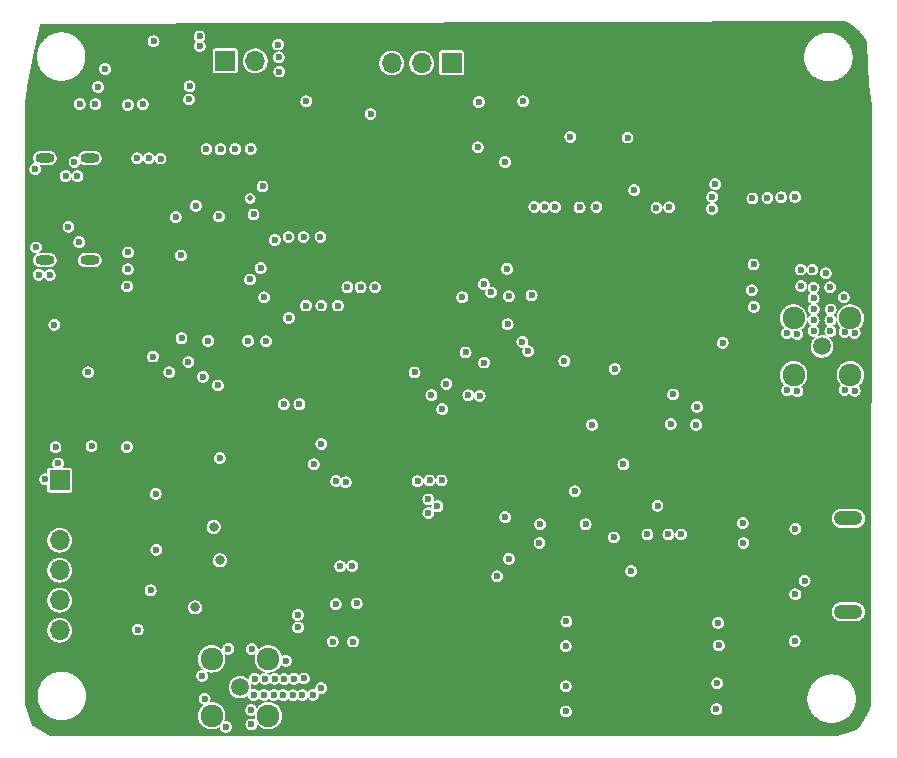
<source format=gbr>
%TF.GenerationSoftware,KiCad,Pcbnew,(6.0.2)*%
%TF.CreationDate,2022-09-17T14:06:50-08:00*%
%TF.ProjectId,HERTZ200,48455254-5a32-4303-902e-6b696361645f,VERSION 1*%
%TF.SameCoordinates,Original*%
%TF.FileFunction,Copper,L3,Inr*%
%TF.FilePolarity,Positive*%
%FSLAX46Y46*%
G04 Gerber Fmt 4.6, Leading zero omitted, Abs format (unit mm)*
G04 Created by KiCad (PCBNEW (6.0.2)) date 2022-09-17 14:06:50*
%MOMM*%
%LPD*%
G01*
G04 APERTURE LIST*
%TA.AperFunction,ComponentPad*%
%ADD10C,1.508000*%
%TD*%
%TA.AperFunction,ComponentPad*%
%ADD11C,1.920000*%
%TD*%
%TA.AperFunction,ComponentPad*%
%ADD12R,1.700000X1.700000*%
%TD*%
%TA.AperFunction,ComponentPad*%
%ADD13O,1.700000X1.700000*%
%TD*%
%TA.AperFunction,ComponentPad*%
%ADD14O,2.416000X1.208000*%
%TD*%
%TA.AperFunction,ComponentPad*%
%ADD15O,1.600000X0.800000*%
%TD*%
%TA.AperFunction,ViaPad*%
%ADD16C,0.600000*%
%TD*%
%TA.AperFunction,ViaPad*%
%ADD17C,0.800000*%
%TD*%
%TA.AperFunction,ViaPad*%
%ADD18C,0.500000*%
%TD*%
G04 APERTURE END LIST*
D10*
%TO.N,Net-(D3-Pad1)*%
%TO.C,J1*%
X98602800Y-55245000D03*
D11*
%TO.N,GND*%
X96202800Y-52845000D03*
X96202800Y-57645000D03*
X101002800Y-57645000D03*
X101002800Y-52845000D03*
%TD*%
D12*
%TO.N,GND*%
%TO.C,J4*%
X34061400Y-66573400D03*
D13*
%TO.N,+3V3*%
X34061400Y-69113400D03*
%TO.N,/STM32L431_MCU/GPIO01*%
X34061400Y-71653400D03*
%TO.N,/STM32L431_MCU/GPIO02*%
X34061400Y-74193400D03*
%TO.N,/STM32L431_MCU/GPIO03*%
X34061400Y-76733400D03*
%TO.N,/STM32L431_MCU/GPIO05*%
X34061400Y-79273400D03*
%TD*%
D12*
%TO.N,/STM32L431_MCU/SWDIO*%
%TO.C,J7*%
X67244200Y-31242000D03*
D13*
%TO.N,/STM32L431_MCU/SWCLK*%
X64704200Y-31242000D03*
%TO.N,/STM32L431_MCU/SWO*%
X62164200Y-31242000D03*
%TD*%
D12*
%TO.N,/MP2636/BATT*%
%TO.C,BT2*%
X48077200Y-31064200D03*
D13*
%TO.N,GND*%
X50617200Y-31064200D03*
%TD*%
D14*
%TO.N,Net-(J5-PadSH1)*%
%TO.C,J5*%
X100835800Y-77711600D03*
X100835800Y-69811600D03*
%TD*%
D10*
%TO.N,Net-(J3-Pad1)*%
%TO.C,J3*%
X49326800Y-84099400D03*
D11*
%TO.N,GND*%
X46926800Y-81699400D03*
X46926800Y-86499400D03*
X51726800Y-86499400D03*
X51726800Y-81699400D03*
%TD*%
D15*
%TO.N,GND*%
%TO.C,J8*%
X36609788Y-39291800D03*
X36609788Y-47931800D03*
X32809788Y-39291800D03*
X32809788Y-47931800D03*
%TD*%
D16*
%TO.N,GND*%
X89560400Y-41503600D03*
X98933000Y-49047400D03*
X79146400Y-61874400D03*
X69469000Y-38379400D03*
X54914800Y-51790600D03*
X89814400Y-78638400D03*
X46634400Y-54762400D03*
X66040000Y-68783200D03*
X32054800Y-46863000D03*
X69977000Y-49961800D03*
X82702400Y-42011600D03*
X71780400Y-69697600D03*
X42595800Y-39344600D03*
X57175400Y-80238600D03*
X96342200Y-70688200D03*
X54610000Y-84759800D03*
X46329600Y-85064600D03*
X68148200Y-51079400D03*
X40614600Y-39319200D03*
X37896800Y-31750000D03*
X91897200Y-70205600D03*
X43891200Y-44297600D03*
X101371400Y-54102000D03*
X44373800Y-54559200D03*
X47675800Y-38557200D03*
X75996800Y-43434000D03*
X50571400Y-83388200D03*
X65278000Y-69342000D03*
X58826400Y-73837800D03*
X97790000Y-48742600D03*
X45008800Y-34340800D03*
X75107800Y-43434000D03*
X52197000Y-84759800D03*
X82448400Y-74269600D03*
X32816800Y-66497200D03*
X92837000Y-51892200D03*
X47548800Y-44246800D03*
X97891600Y-53009800D03*
X46482000Y-38531800D03*
X96799400Y-48742600D03*
X96824800Y-50139600D03*
X64363600Y-66649600D03*
X100507800Y-58928000D03*
X48133000Y-87452200D03*
X50241200Y-38531800D03*
X47625000Y-64693800D03*
X50495200Y-84759800D03*
X81788000Y-65227200D03*
X96342200Y-76225400D03*
X57429400Y-77063600D03*
X52603400Y-30759400D03*
X85648800Y-43459400D03*
X35712400Y-46405800D03*
X37084000Y-34747200D03*
X33934400Y-65151000D03*
X45059600Y-33223200D03*
X45897800Y-29006800D03*
X99314000Y-53949600D03*
X96520000Y-59029600D03*
X51358800Y-51079400D03*
X53797200Y-84785200D03*
X77292200Y-37515800D03*
X76962000Y-78536800D03*
X65379600Y-66598800D03*
X50190400Y-49580800D03*
X89306400Y-43586400D03*
X51358800Y-84759800D03*
X76911200Y-80619600D03*
X54229000Y-77978000D03*
X36474400Y-57429400D03*
X56210200Y-51790600D03*
X99288600Y-50241200D03*
X55524400Y-84734400D03*
X86664800Y-71170800D03*
X39852600Y-47294800D03*
X71094600Y-74701400D03*
X65278000Y-68199000D03*
X74015600Y-50927000D03*
X76911200Y-86156800D03*
X93980000Y-42672000D03*
X42240200Y-72466200D03*
X46126400Y-83134200D03*
X95148400Y-42621200D03*
X99314000Y-53035200D03*
X33604200Y-53416200D03*
X77673200Y-67513200D03*
X95631000Y-54127400D03*
X89865200Y-80568800D03*
X70586600Y-50673000D03*
X39776400Y-50165000D03*
X97891600Y-53924200D03*
X96291400Y-80187800D03*
X76784200Y-56489600D03*
X54356000Y-60147200D03*
X76911200Y-84023200D03*
X53898800Y-83388200D03*
X90195400Y-54940200D03*
X70002400Y-56616600D03*
X57810400Y-73863200D03*
X35560000Y-40843200D03*
X42189400Y-67716400D03*
X74726800Y-70307200D03*
X52984400Y-84759800D03*
X92659200Y-50495200D03*
X82143600Y-37566600D03*
X59537600Y-50241200D03*
X53213000Y-81864200D03*
X97891600Y-51155600D03*
X56184800Y-84175600D03*
X52552600Y-29692600D03*
X50266600Y-86029800D03*
X97917000Y-52095400D03*
X101371400Y-59004200D03*
X39827200Y-48717200D03*
X64109600Y-57454800D03*
X57607200Y-51790600D03*
X35763200Y-34721800D03*
X50012600Y-54762400D03*
X92811600Y-48310800D03*
X50317400Y-80873600D03*
X58420000Y-50241200D03*
X54737000Y-83362800D03*
X45923200Y-29819600D03*
X89306400Y-42595800D03*
X31978600Y-40233600D03*
X42011600Y-29413200D03*
X60756800Y-50241200D03*
X37312600Y-33274000D03*
X54254400Y-79044800D03*
X89712800Y-83769200D03*
X34569400Y-40817800D03*
X48336200Y-80848200D03*
X96494600Y-54203600D03*
X53060600Y-83413600D03*
X87934800Y-61874400D03*
X84683600Y-68732400D03*
X100507800Y-54025800D03*
X41605200Y-39319200D03*
X97129600Y-75082400D03*
X52247800Y-83388200D03*
X50292000Y-87249000D03*
X39827200Y-34798000D03*
X66395600Y-66598800D03*
X74244200Y-43434000D03*
X96316800Y-42570400D03*
X89662000Y-85953600D03*
X51435000Y-83388200D03*
X40667700Y-79222600D03*
X95656400Y-58953400D03*
X41097200Y-34747200D03*
X32283400Y-49174400D03*
X97891600Y-50266600D03*
X58902600Y-80238600D03*
X52654200Y-31978600D03*
X69545200Y-34544000D03*
X99339400Y-52120800D03*
X33223200Y-49199800D03*
X74676000Y-71882000D03*
X72085200Y-73228200D03*
X53035200Y-60147200D03*
X48920400Y-38531800D03*
X91948000Y-71882000D03*
X92710000Y-42722800D03*
X85801200Y-61823600D03*
X100457000Y-51079400D03*
X35306000Y-39624000D03*
X51536600Y-54813200D03*
X84582000Y-43510200D03*
%TO.N,/SIM7020E/VDD_EXT*%
X68427600Y-55753000D03*
X71983600Y-53365400D03*
X71932800Y-48666400D03*
X72085200Y-51003200D03*
%TO.N,Net-(C26-Pad2)*%
X59207400Y-77012800D03*
%TO.N,Net-(D1-Pad2)*%
X73304400Y-34493200D03*
%TO.N,Net-(D2-Pad2)*%
X71780400Y-39624000D03*
D17*
%TO.N,/STM32L431_MCU/GPIO01*%
X47091600Y-70535800D03*
%TO.N,/STM32L431_MCU/GPIO02*%
X47625000Y-73355200D03*
%TO.N,/STM32L431_MCU/GPIO03*%
X45516800Y-77343000D03*
D16*
%TO.N,/STM32L431_MCU/GPIO05*%
X58268886Y-66740832D03*
%TO.N,/STM32L431_MCU/MCU_LED*%
X57454800Y-66641900D03*
X41759900Y-75895200D03*
%TO.N,/SIM7020E/NETLIGHT*%
X79502000Y-43434000D03*
%TO.N,/SIM7020E/STATUS*%
X78079600Y-43484800D03*
%TO.N,SIM7020E_UART2_RXD{slash}u_TX*%
X56210200Y-63500000D03*
X68656200Y-59385200D03*
%TO.N,SIM7020E_UART2_TXD{slash}u_RX*%
X55575200Y-65227200D03*
X69620152Y-59434752D03*
%TO.N,SIM7020E_GPIO1*%
X81051400Y-57150000D03*
X66802000Y-58420000D03*
%TO.N,SIM7020E_TXD{slash}MCU_RX*%
X66446400Y-60553600D03*
X65532000Y-59385200D03*
%TO.N,/SIM7020E/UART2_TXD*%
X88036400Y-60350400D03*
X73228200Y-54864000D03*
%TO.N,/SIM7020E/UART2_RDX*%
X73710800Y-55651400D03*
X86004400Y-59309000D03*
%TO.N,/SIM7020E/I{slash}O_SC*%
X80975200Y-71424800D03*
%TO.N,/SIM7020E/CLK_SC*%
X78587600Y-70307200D03*
%TO.N,/SIM7020E/RST_SC*%
X83820000Y-71170800D03*
%TO.N,/SIM7020E/SC_VCC*%
X85598000Y-71170800D03*
%TO.N,+3V3*%
X85394800Y-39598600D03*
X56083200Y-55981600D03*
X67538600Y-42849800D03*
X85394800Y-33502600D03*
X73507600Y-46710600D03*
X85394800Y-37211000D03*
X68529200Y-66979800D03*
X85394800Y-36017200D03*
X68834000Y-72009000D03*
X69113400Y-44373800D03*
X68072000Y-63500000D03*
X56311800Y-73837800D03*
X67589400Y-44399200D03*
X69113400Y-42900600D03*
X64033400Y-56489600D03*
X69392800Y-74752200D03*
X71958200Y-45364400D03*
X55346600Y-73837800D03*
X67564000Y-41021000D03*
X51714400Y-60096400D03*
X85394800Y-38328600D03*
X73507600Y-45364400D03*
X69113400Y-41046400D03*
X35433000Y-69570600D03*
X73253600Y-66954400D03*
X56337200Y-70307200D03*
X72694800Y-57810400D03*
X67360800Y-64033400D03*
X85394800Y-34645600D03*
X71958200Y-46634400D03*
X32943800Y-68122800D03*
X74599800Y-46050200D03*
%TO.N,Signal_VOUT*%
X43332400Y-57429400D03*
X41960800Y-56108600D03*
X47447200Y-58547000D03*
%TO.N,/MP2636/BATT*%
X60375800Y-35560000D03*
X54940200Y-34493200D03*
%TO.N,/MP2636/VIN*%
X34798000Y-45110400D03*
%TO.N,/MP2636/VCC*%
X44323000Y-47548800D03*
X45593000Y-43332400D03*
%TO.N,+5V*%
X52273200Y-46228000D03*
X56134000Y-45974000D03*
X53441600Y-45974000D03*
X54711600Y-45974000D03*
%TO.N,Net-(D10-Pad1)*%
X44958000Y-56565800D03*
X50469800Y-44069000D03*
%TO.N,Net-(D10-Pad2)*%
X33705800Y-63779400D03*
%TO.N,Net-(D11-Pad1)*%
X51231800Y-41706800D03*
X46202600Y-57810400D03*
%TO.N,Net-(D11-Pad2)*%
X39751000Y-63754000D03*
%TO.N,Net-(D12-Pad2)*%
X36753800Y-63703200D03*
D18*
%TO.N,/MP2636/VB*%
X50190400Y-42722800D03*
D16*
X51079400Y-48615600D03*
%TO.N,Net-(R49-Pad2)*%
X53467000Y-52832000D03*
%TD*%
%TA.AperFunction,Conductor*%
%TO.N,+3V3*%
G36*
X100577124Y-27696458D02*
G01*
X100709154Y-27761567D01*
X100710590Y-27762315D01*
X100862710Y-27845772D01*
X100864111Y-27846581D01*
X100932036Y-27887798D01*
X101012417Y-27936574D01*
X101013739Y-27937416D01*
X101158017Y-28033820D01*
X101159303Y-28034720D01*
X101274817Y-28119418D01*
X101299225Y-28137315D01*
X101300508Y-28138300D01*
X101417407Y-28232120D01*
X101435811Y-28246891D01*
X101437051Y-28247932D01*
X101567468Y-28362305D01*
X101568658Y-28363395D01*
X101682176Y-28472065D01*
X101693976Y-28483361D01*
X101695121Y-28484506D01*
X101808100Y-28602525D01*
X101815084Y-28609821D01*
X101816173Y-28611010D01*
X101913444Y-28721925D01*
X101930550Y-28741431D01*
X101931587Y-28742666D01*
X102017590Y-28849824D01*
X102040182Y-28877973D01*
X102041167Y-28879257D01*
X102143762Y-29019179D01*
X102144662Y-29020465D01*
X102241066Y-29164743D01*
X102241908Y-29166065D01*
X102286067Y-29238838D01*
X102331901Y-29314371D01*
X102332710Y-29315772D01*
X102416167Y-29467892D01*
X102416915Y-29469328D01*
X102443935Y-29524120D01*
X102447741Y-29539322D01*
X102563657Y-33099622D01*
X102565200Y-33147000D01*
X102565455Y-33148381D01*
X102869374Y-34794612D01*
X102869991Y-34801439D01*
X102743509Y-85647118D01*
X102742446Y-85655843D01*
X102733447Y-85692622D01*
X102733030Y-85694179D01*
X102684728Y-85859897D01*
X102684483Y-85860737D01*
X102684001Y-85862265D01*
X102633489Y-86011067D01*
X102628229Y-86026562D01*
X102627681Y-86028065D01*
X102624226Y-86036951D01*
X102610997Y-86070970D01*
X102608233Y-86076611D01*
X102396130Y-86430116D01*
X101877392Y-87294681D01*
X101873475Y-87300050D01*
X101818048Y-87363253D01*
X101816177Y-87365386D01*
X101815087Y-87366576D01*
X101789301Y-87393512D01*
X101695121Y-87491894D01*
X101693976Y-87493039D01*
X101569611Y-87612093D01*
X101568661Y-87613002D01*
X101567472Y-87614091D01*
X101465873Y-87703192D01*
X101437051Y-87728468D01*
X101435816Y-87729505D01*
X101300873Y-87837808D01*
X101300504Y-87838104D01*
X101299237Y-87839076D01*
X101295975Y-87841468D01*
X101284232Y-87847220D01*
X99834860Y-88261326D01*
X99826995Y-88263573D01*
X99816803Y-88265000D01*
X33284030Y-88265000D01*
X33267933Y-88261326D01*
X33265336Y-88259946D01*
X31761690Y-87382819D01*
X31749639Y-87371537D01*
X31745447Y-87363253D01*
X31733489Y-87329769D01*
X31117161Y-85604051D01*
X31115000Y-85591573D01*
X31115000Y-84782291D01*
X32188130Y-84782291D01*
X32188364Y-84836000D01*
X32188677Y-84907606D01*
X32188712Y-84908136D01*
X32188712Y-84908144D01*
X32196704Y-85030072D01*
X32196873Y-85032654D01*
X32196945Y-85033217D01*
X32196945Y-85033221D01*
X32211319Y-85146205D01*
X32212688Y-85156968D01*
X32212791Y-85157508D01*
X32212791Y-85157511D01*
X32235630Y-85277807D01*
X32236062Y-85280085D01*
X32245056Y-85315500D01*
X32264528Y-85392168D01*
X32266909Y-85401545D01*
X32267075Y-85402064D01*
X32267078Y-85402074D01*
X32294591Y-85488022D01*
X32305114Y-85520896D01*
X32350533Y-85637692D01*
X32350777Y-85638221D01*
X32350779Y-85638226D01*
X32395408Y-85735032D01*
X32402998Y-85751497D01*
X32420142Y-85783403D01*
X32461695Y-85860737D01*
X32462312Y-85861886D01*
X32528256Y-85968449D01*
X32528562Y-85968882D01*
X32528564Y-85968885D01*
X32576177Y-86036256D01*
X32600581Y-86070788D01*
X32679020Y-86168520D01*
X32763278Y-86261281D01*
X32763671Y-86261664D01*
X32763676Y-86261669D01*
X32844792Y-86340689D01*
X32853042Y-86348726D01*
X32947977Y-86430527D01*
X33047729Y-86506380D01*
X33151926Y-86576002D01*
X33260179Y-86639133D01*
X33260670Y-86639381D01*
X33260682Y-86639387D01*
X33357824Y-86688351D01*
X33372083Y-86695538D01*
X33372614Y-86695766D01*
X33372618Y-86695768D01*
X33486703Y-86744783D01*
X33486715Y-86744788D01*
X33487223Y-86745006D01*
X33487740Y-86745191D01*
X33487746Y-86745194D01*
X33562561Y-86772055D01*
X33605167Y-86787352D01*
X33605690Y-86787505D01*
X33605701Y-86787508D01*
X33642625Y-86798270D01*
X33725477Y-86822419D01*
X33726021Y-86822542D01*
X33726036Y-86822546D01*
X33847158Y-86849953D01*
X33847168Y-86849955D01*
X33847703Y-86850076D01*
X33971390Y-86870220D01*
X33971941Y-86870276D01*
X33971945Y-86870276D01*
X34015196Y-86874631D01*
X34096076Y-86882775D01*
X34131874Y-86884182D01*
X34220703Y-86887672D01*
X34220711Y-86887672D01*
X34221295Y-86887695D01*
X34261112Y-86886826D01*
X34346003Y-86884974D01*
X34346015Y-86884973D01*
X34346582Y-86884961D01*
X34347145Y-86884914D01*
X34347149Y-86884914D01*
X34470902Y-86874631D01*
X34470904Y-86874631D01*
X34471467Y-86874584D01*
X34472024Y-86874503D01*
X34472035Y-86874502D01*
X34594945Y-86856681D01*
X34594958Y-86856679D01*
X34595487Y-86856602D01*
X34596009Y-86856493D01*
X34596017Y-86856492D01*
X34646481Y-86845995D01*
X34718177Y-86831082D01*
X34718713Y-86830936D01*
X34718725Y-86830933D01*
X34838530Y-86798270D01*
X34838532Y-86798270D01*
X34839080Y-86798120D01*
X34957746Y-86757839D01*
X34958263Y-86757627D01*
X34958275Y-86757623D01*
X35073226Y-86710595D01*
X35073237Y-86710590D01*
X35073731Y-86710388D01*
X35186603Y-86655945D01*
X35198278Y-86649407D01*
X35272417Y-86607887D01*
X35295941Y-86594713D01*
X35377258Y-86542408D01*
X35400871Y-86527220D01*
X35400877Y-86527216D01*
X35401337Y-86526920D01*
X35453285Y-86488830D01*
X35477573Y-86471022D01*
X45765655Y-86471022D01*
X45766136Y-86500012D01*
X45766867Y-86544097D01*
X45767234Y-86566260D01*
X45767308Y-86567013D01*
X45767309Y-86567022D01*
X45770049Y-86594713D01*
X45776612Y-86661048D01*
X45793724Y-86754750D01*
X45793925Y-86755497D01*
X45793926Y-86755502D01*
X45794605Y-86758026D01*
X45818457Y-86846733D01*
X45818710Y-86847438D01*
X45818712Y-86847444D01*
X45834403Y-86891145D01*
X45850644Y-86936381D01*
X45890069Y-87023091D01*
X45936465Y-87106278D01*
X45989522Y-87185384D01*
X45989986Y-87185966D01*
X45989988Y-87185969D01*
X46045137Y-87255176D01*
X46048882Y-87259876D01*
X46114147Y-87329254D01*
X46184876Y-87393051D01*
X46260596Y-87450839D01*
X46261222Y-87451240D01*
X46261229Y-87451245D01*
X46332097Y-87496654D01*
X46340795Y-87502227D01*
X46377500Y-87521702D01*
X46424281Y-87546524D01*
X46424291Y-87546529D01*
X46424936Y-87546871D01*
X46425616Y-87547163D01*
X46425624Y-87547167D01*
X46478757Y-87569994D01*
X46512452Y-87584471D01*
X46513157Y-87584708D01*
X46513166Y-87584711D01*
X46588627Y-87610032D01*
X46602754Y-87614773D01*
X46695236Y-87637575D01*
X46695967Y-87637693D01*
X46695978Y-87637695D01*
X46788529Y-87652601D01*
X46788533Y-87652601D01*
X46789275Y-87652721D01*
X46790024Y-87652779D01*
X46790030Y-87652780D01*
X46883477Y-87660053D01*
X46883484Y-87660053D01*
X46884239Y-87660112D01*
X46884989Y-87660109D01*
X46884997Y-87660109D01*
X46932196Y-87659903D01*
X46979489Y-87659696D01*
X46980236Y-87659631D01*
X46980243Y-87659631D01*
X47073624Y-87651543D01*
X47073626Y-87651543D01*
X47074385Y-87651477D01*
X47119787Y-87643757D01*
X47167537Y-87635639D01*
X47167544Y-87635637D01*
X47168288Y-87635511D01*
X47260567Y-87611903D01*
X47350601Y-87580814D01*
X47351283Y-87580514D01*
X47351293Y-87580510D01*
X47437084Y-87542761D01*
X47437086Y-87542760D01*
X47437786Y-87542452D01*
X47438456Y-87542089D01*
X47520861Y-87497440D01*
X47520867Y-87497436D01*
X47521534Y-87497075D01*
X47576568Y-87461131D01*
X47592051Y-87455406D01*
X47608488Y-87456966D01*
X47622620Y-87465503D01*
X47631649Y-87479327D01*
X47633879Y-87489864D01*
X47634679Y-87502572D01*
X47635464Y-87515053D01*
X47647265Y-87576915D01*
X47666726Y-87636811D01*
X47693541Y-87693795D01*
X47694170Y-87694786D01*
X47694171Y-87694788D01*
X47710413Y-87720381D01*
X47727286Y-87746968D01*
X47767430Y-87795494D01*
X47768272Y-87796284D01*
X47768276Y-87796289D01*
X47812489Y-87837808D01*
X47813338Y-87838605D01*
X47864288Y-87875622D01*
X47865307Y-87876182D01*
X47865313Y-87876186D01*
X47913732Y-87902804D01*
X47919476Y-87905962D01*
X47920562Y-87906392D01*
X47976946Y-87928716D01*
X47976954Y-87928719D01*
X47978031Y-87929145D01*
X48039030Y-87944807D01*
X48101511Y-87952700D01*
X48164489Y-87952700D01*
X48226970Y-87944807D01*
X48287969Y-87929145D01*
X48289046Y-87928719D01*
X48289054Y-87928716D01*
X48345438Y-87906392D01*
X48346524Y-87905962D01*
X48352268Y-87902804D01*
X48400687Y-87876186D01*
X48400693Y-87876182D01*
X48401712Y-87875622D01*
X48452662Y-87838605D01*
X48453511Y-87837808D01*
X48497724Y-87796289D01*
X48497728Y-87796284D01*
X48498570Y-87795494D01*
X48538714Y-87746968D01*
X48555587Y-87720381D01*
X48571829Y-87694788D01*
X48571830Y-87694786D01*
X48572459Y-87693795D01*
X48599274Y-87636811D01*
X48618735Y-87576915D01*
X48630536Y-87515053D01*
X48631694Y-87496654D01*
X48634417Y-87453360D01*
X48634490Y-87452200D01*
X48633251Y-87432499D01*
X48630609Y-87390501D01*
X48630608Y-87390495D01*
X48630536Y-87389347D01*
X48619171Y-87329769D01*
X48618952Y-87328622D01*
X48618952Y-87328620D01*
X48618735Y-87327485D01*
X48599274Y-87267589D01*
X48572459Y-87210605D01*
X48538714Y-87157432D01*
X48506092Y-87117998D01*
X48499314Y-87109805D01*
X48499312Y-87109802D01*
X48498570Y-87108906D01*
X48497728Y-87108116D01*
X48497724Y-87108111D01*
X48453511Y-87066592D01*
X48453509Y-87066590D01*
X48452662Y-87065795D01*
X48401712Y-87028778D01*
X48400693Y-87028218D01*
X48400687Y-87028214D01*
X48347548Y-86999001D01*
X48347549Y-86999001D01*
X48346524Y-86998438D01*
X48333360Y-86993226D01*
X48289054Y-86975684D01*
X48289046Y-86975681D01*
X48287969Y-86975255D01*
X48226970Y-86959593D01*
X48164489Y-86951700D01*
X48101511Y-86951700D01*
X48052742Y-86957861D01*
X48036312Y-86956234D01*
X48022215Y-86947639D01*
X48013243Y-86933778D01*
X48011174Y-86917397D01*
X48013067Y-86908823D01*
X48037882Y-86837762D01*
X48037884Y-86837755D01*
X48038131Y-86837048D01*
X48058746Y-86757623D01*
X48061867Y-86745600D01*
X48061868Y-86745597D01*
X48062061Y-86744852D01*
X48068045Y-86710388D01*
X48078223Y-86651768D01*
X48078224Y-86651757D01*
X48078355Y-86651005D01*
X48078526Y-86649114D01*
X48086850Y-86556746D01*
X48086905Y-86556139D01*
X48087200Y-86544097D01*
X48088277Y-86500012D01*
X48088292Y-86499400D01*
X48084386Y-86404229D01*
X48072696Y-86309698D01*
X48071925Y-86305988D01*
X48053453Y-86217183D01*
X48053453Y-86217181D01*
X48053299Y-86216443D01*
X48035014Y-86154515D01*
X48026541Y-86125817D01*
X48026536Y-86125803D01*
X48026326Y-86125091D01*
X47991958Y-86036256D01*
X47988830Y-86029800D01*
X49765110Y-86029800D01*
X49765183Y-86030960D01*
X49768172Y-86078467D01*
X49769064Y-86092653D01*
X49780865Y-86154515D01*
X49800326Y-86214411D01*
X49800822Y-86215465D01*
X49816731Y-86249272D01*
X49827141Y-86271395D01*
X49860886Y-86324568D01*
X49901030Y-86373094D01*
X49901872Y-86373884D01*
X49901876Y-86373889D01*
X49937521Y-86407362D01*
X49946938Y-86416205D01*
X49997888Y-86453222D01*
X49998907Y-86453782D01*
X49998913Y-86453786D01*
X50028900Y-86470271D01*
X50053076Y-86483562D01*
X50054162Y-86483992D01*
X50110546Y-86506316D01*
X50110554Y-86506319D01*
X50111631Y-86506745D01*
X50172630Y-86522407D01*
X50235111Y-86530300D01*
X50298089Y-86530300D01*
X50360570Y-86522407D01*
X50421569Y-86506745D01*
X50422646Y-86506319D01*
X50422654Y-86506316D01*
X50479038Y-86483992D01*
X50480124Y-86483562D01*
X50511142Y-86466510D01*
X50527017Y-86461975D01*
X50543288Y-86464777D01*
X50556733Y-86474362D01*
X50564687Y-86488830D01*
X50566109Y-86498406D01*
X50566867Y-86544097D01*
X50567234Y-86566260D01*
X50567308Y-86567013D01*
X50567309Y-86567022D01*
X50570049Y-86594713D01*
X50576612Y-86661048D01*
X50593724Y-86754750D01*
X50598493Y-86772484D01*
X50599186Y-86775062D01*
X50599818Y-86791561D01*
X50593229Y-86806700D01*
X50580724Y-86817481D01*
X50564779Y-86821769D01*
X50548553Y-86818714D01*
X50545486Y-86817207D01*
X50506548Y-86795801D01*
X50506549Y-86795801D01*
X50505524Y-86795238D01*
X50485606Y-86787352D01*
X50448054Y-86772484D01*
X50448046Y-86772481D01*
X50446969Y-86772055D01*
X50385970Y-86756393D01*
X50323489Y-86748500D01*
X50260511Y-86748500D01*
X50198030Y-86756393D01*
X50137031Y-86772055D01*
X50135954Y-86772481D01*
X50135946Y-86772484D01*
X50098394Y-86787352D01*
X50078476Y-86795238D01*
X50077451Y-86795801D01*
X50077452Y-86795801D01*
X50024313Y-86825014D01*
X50024307Y-86825018D01*
X50023288Y-86825578D01*
X49972338Y-86862595D01*
X49971491Y-86863390D01*
X49971489Y-86863392D01*
X49927276Y-86904911D01*
X49927272Y-86904916D01*
X49926430Y-86905706D01*
X49925688Y-86906602D01*
X49925686Y-86906605D01*
X49909430Y-86926255D01*
X49886286Y-86954232D01*
X49883983Y-86957861D01*
X49858505Y-86998008D01*
X49852541Y-87007405D01*
X49852044Y-87008461D01*
X49852043Y-87008463D01*
X49849426Y-87014024D01*
X49825726Y-87064389D01*
X49806265Y-87124285D01*
X49794464Y-87186147D01*
X49790510Y-87249000D01*
X49790583Y-87250160D01*
X49793384Y-87294681D01*
X49794464Y-87311853D01*
X49797882Y-87329769D01*
X49805850Y-87371537D01*
X49806265Y-87373715D01*
X49825726Y-87433611D01*
X49852541Y-87490595D01*
X49853170Y-87491586D01*
X49853171Y-87491588D01*
X49856653Y-87497075D01*
X49886286Y-87543768D01*
X49926430Y-87592294D01*
X49927272Y-87593084D01*
X49927276Y-87593089D01*
X49971489Y-87634608D01*
X49972338Y-87635405D01*
X50023288Y-87672422D01*
X50024307Y-87672982D01*
X50024313Y-87672986D01*
X50062165Y-87693795D01*
X50078476Y-87702762D01*
X50079562Y-87703192D01*
X50135946Y-87725516D01*
X50135954Y-87725519D01*
X50137031Y-87725945D01*
X50198030Y-87741607D01*
X50260511Y-87749500D01*
X50323489Y-87749500D01*
X50385970Y-87741607D01*
X50446969Y-87725945D01*
X50448046Y-87725519D01*
X50448054Y-87725516D01*
X50504438Y-87703192D01*
X50505524Y-87702762D01*
X50521835Y-87693795D01*
X50559687Y-87672986D01*
X50559693Y-87672982D01*
X50560712Y-87672422D01*
X50611662Y-87635405D01*
X50612511Y-87634608D01*
X50656724Y-87593089D01*
X50656728Y-87593084D01*
X50657570Y-87592294D01*
X50697714Y-87543768D01*
X50727347Y-87497075D01*
X50730829Y-87491588D01*
X50730830Y-87491586D01*
X50731459Y-87490595D01*
X50758274Y-87433611D01*
X50777735Y-87373715D01*
X50778151Y-87371537D01*
X50786118Y-87329769D01*
X50789536Y-87311853D01*
X50790945Y-87289462D01*
X50795621Y-87273630D01*
X50806706Y-87261392D01*
X50822002Y-87255176D01*
X50838480Y-87256213D01*
X50852877Y-87264296D01*
X50854992Y-87266371D01*
X50914147Y-87329254D01*
X50984876Y-87393051D01*
X51060596Y-87450839D01*
X51061222Y-87451240D01*
X51061229Y-87451245D01*
X51132097Y-87496654D01*
X51140795Y-87502227D01*
X51177500Y-87521702D01*
X51224281Y-87546524D01*
X51224291Y-87546529D01*
X51224936Y-87546871D01*
X51225616Y-87547163D01*
X51225624Y-87547167D01*
X51278757Y-87569994D01*
X51312452Y-87584471D01*
X51313157Y-87584708D01*
X51313166Y-87584711D01*
X51388627Y-87610032D01*
X51402754Y-87614773D01*
X51495236Y-87637575D01*
X51495967Y-87637693D01*
X51495978Y-87637695D01*
X51588529Y-87652601D01*
X51588533Y-87652601D01*
X51589275Y-87652721D01*
X51590024Y-87652779D01*
X51590030Y-87652780D01*
X51683477Y-87660053D01*
X51683484Y-87660053D01*
X51684239Y-87660112D01*
X51684989Y-87660109D01*
X51684997Y-87660109D01*
X51732196Y-87659903D01*
X51779489Y-87659696D01*
X51780236Y-87659631D01*
X51780243Y-87659631D01*
X51873624Y-87651543D01*
X51873626Y-87651543D01*
X51874385Y-87651477D01*
X51919787Y-87643757D01*
X51967537Y-87635639D01*
X51967544Y-87635637D01*
X51968288Y-87635511D01*
X52060567Y-87611903D01*
X52150601Y-87580814D01*
X52151283Y-87580514D01*
X52151293Y-87580510D01*
X52237084Y-87542761D01*
X52237086Y-87542760D01*
X52237786Y-87542452D01*
X52238456Y-87542089D01*
X52320861Y-87497440D01*
X52320867Y-87497436D01*
X52321534Y-87497075D01*
X52401282Y-87444989D01*
X52476494Y-87386543D01*
X52546664Y-87322131D01*
X52611321Y-87252186D01*
X52670029Y-87177178D01*
X52670438Y-87176556D01*
X52670447Y-87176544D01*
X52707545Y-87120174D01*
X52722393Y-87097613D01*
X52768062Y-87014024D01*
X52806728Y-86926974D01*
X52822183Y-86882716D01*
X52837882Y-86837762D01*
X52837884Y-86837755D01*
X52838131Y-86837048D01*
X52858746Y-86757623D01*
X52861867Y-86745600D01*
X52861868Y-86745597D01*
X52862061Y-86744852D01*
X52868045Y-86710388D01*
X52878223Y-86651768D01*
X52878224Y-86651757D01*
X52878355Y-86651005D01*
X52878526Y-86649114D01*
X52886850Y-86556746D01*
X52886905Y-86556139D01*
X52887200Y-86544097D01*
X52888277Y-86500012D01*
X52888292Y-86499400D01*
X52884386Y-86404229D01*
X52872696Y-86309698D01*
X52871925Y-86305988D01*
X52853453Y-86217183D01*
X52853453Y-86217181D01*
X52853299Y-86216443D01*
X52835689Y-86156800D01*
X76409710Y-86156800D01*
X76409783Y-86157960D01*
X76413509Y-86217183D01*
X76413664Y-86219653D01*
X76425465Y-86281515D01*
X76444926Y-86341411D01*
X76471741Y-86398395D01*
X76472370Y-86399386D01*
X76472371Y-86399388D01*
X76480969Y-86412936D01*
X76505486Y-86451568D01*
X76506234Y-86452472D01*
X76544234Y-86498406D01*
X76545630Y-86500094D01*
X76546472Y-86500884D01*
X76546476Y-86500889D01*
X76590689Y-86542408D01*
X76591538Y-86543205D01*
X76642488Y-86580222D01*
X76643507Y-86580782D01*
X76643513Y-86580786D01*
X76677898Y-86599689D01*
X76697676Y-86610562D01*
X76698762Y-86610992D01*
X76755146Y-86633316D01*
X76755154Y-86633319D01*
X76756231Y-86633745D01*
X76817230Y-86649407D01*
X76879711Y-86657300D01*
X76942689Y-86657300D01*
X77005170Y-86649407D01*
X77066169Y-86633745D01*
X77067246Y-86633319D01*
X77067254Y-86633316D01*
X77123638Y-86610992D01*
X77124724Y-86610562D01*
X77144502Y-86599689D01*
X77178887Y-86580786D01*
X77178893Y-86580782D01*
X77179912Y-86580222D01*
X77230862Y-86543205D01*
X77231711Y-86542408D01*
X77275924Y-86500889D01*
X77275928Y-86500884D01*
X77276770Y-86500094D01*
X77278167Y-86498406D01*
X77316166Y-86452472D01*
X77316914Y-86451568D01*
X77341431Y-86412936D01*
X77350029Y-86399388D01*
X77350030Y-86399386D01*
X77350659Y-86398395D01*
X77377474Y-86341411D01*
X77396935Y-86281515D01*
X77408736Y-86219653D01*
X77408892Y-86217183D01*
X77412617Y-86157960D01*
X77412690Y-86156800D01*
X77410651Y-86124389D01*
X77408809Y-86095101D01*
X77408808Y-86095095D01*
X77408736Y-86093947D01*
X77396935Y-86032085D01*
X77377474Y-85972189D01*
X77368727Y-85953600D01*
X89160510Y-85953600D01*
X89160583Y-85954760D01*
X89164073Y-86010234D01*
X89164464Y-86016453D01*
X89167446Y-86032085D01*
X89174743Y-86070334D01*
X89176265Y-86078315D01*
X89195726Y-86138211D01*
X89196222Y-86139265D01*
X89209989Y-86168520D01*
X89222541Y-86195195D01*
X89256286Y-86248368D01*
X89270317Y-86265329D01*
X89288099Y-86286823D01*
X89296430Y-86296894D01*
X89297272Y-86297684D01*
X89297276Y-86297689D01*
X89314291Y-86313667D01*
X89342338Y-86340005D01*
X89345724Y-86342465D01*
X89387882Y-86373094D01*
X89393288Y-86377022D01*
X89394307Y-86377582D01*
X89394313Y-86377586D01*
X89432165Y-86398395D01*
X89448476Y-86407362D01*
X89449562Y-86407792D01*
X89505946Y-86430116D01*
X89505954Y-86430119D01*
X89507031Y-86430545D01*
X89568030Y-86446207D01*
X89630511Y-86454100D01*
X89693489Y-86454100D01*
X89755970Y-86446207D01*
X89816969Y-86430545D01*
X89818046Y-86430119D01*
X89818054Y-86430116D01*
X89874438Y-86407792D01*
X89875524Y-86407362D01*
X89891835Y-86398395D01*
X89929687Y-86377586D01*
X89929693Y-86377582D01*
X89930712Y-86377022D01*
X89936119Y-86373094D01*
X89978276Y-86342465D01*
X89981662Y-86340005D01*
X90009709Y-86313667D01*
X90026724Y-86297689D01*
X90026728Y-86297684D01*
X90027570Y-86296894D01*
X90035902Y-86286823D01*
X90053683Y-86265329D01*
X90067714Y-86248368D01*
X90101459Y-86195195D01*
X90114012Y-86168520D01*
X90127778Y-86139265D01*
X90128274Y-86138211D01*
X90147735Y-86078315D01*
X90149258Y-86070334D01*
X90156554Y-86032085D01*
X90159536Y-86016453D01*
X90159928Y-86010234D01*
X90163417Y-85954760D01*
X90163490Y-85953600D01*
X90160189Y-85901129D01*
X90159609Y-85891901D01*
X90159608Y-85891895D01*
X90159536Y-85890747D01*
X90147735Y-85828885D01*
X90128274Y-85768989D01*
X90112295Y-85735032D01*
X90101957Y-85713063D01*
X90101956Y-85713061D01*
X90101459Y-85712005D01*
X90095496Y-85702608D01*
X90080871Y-85679564D01*
X90067714Y-85658832D01*
X90027570Y-85610306D01*
X90026728Y-85609516D01*
X90026724Y-85609511D01*
X89982511Y-85567992D01*
X89982509Y-85567990D01*
X89981662Y-85567195D01*
X89930712Y-85530178D01*
X89929693Y-85529618D01*
X89929687Y-85529614D01*
X89876548Y-85500401D01*
X89876549Y-85500401D01*
X89875524Y-85499838D01*
X89874438Y-85499408D01*
X89818054Y-85477084D01*
X89818046Y-85477081D01*
X89816969Y-85476655D01*
X89755970Y-85460993D01*
X89693489Y-85453100D01*
X89630511Y-85453100D01*
X89568030Y-85460993D01*
X89507031Y-85476655D01*
X89505954Y-85477081D01*
X89505946Y-85477084D01*
X89449562Y-85499408D01*
X89448476Y-85499838D01*
X89447451Y-85500401D01*
X89447452Y-85500401D01*
X89394313Y-85529614D01*
X89394307Y-85529618D01*
X89393288Y-85530178D01*
X89342338Y-85567195D01*
X89341491Y-85567990D01*
X89341489Y-85567992D01*
X89297276Y-85609511D01*
X89297272Y-85609516D01*
X89296430Y-85610306D01*
X89256286Y-85658832D01*
X89243129Y-85679564D01*
X89228505Y-85702608D01*
X89222541Y-85712005D01*
X89222044Y-85713061D01*
X89222043Y-85713063D01*
X89211705Y-85735032D01*
X89195726Y-85768989D01*
X89176265Y-85828885D01*
X89164464Y-85890747D01*
X89164392Y-85891895D01*
X89164391Y-85891901D01*
X89163811Y-85901129D01*
X89160510Y-85953600D01*
X77368727Y-85953600D01*
X77350659Y-85915205D01*
X77316914Y-85862032D01*
X77286768Y-85825591D01*
X77277514Y-85814405D01*
X77277512Y-85814402D01*
X77276770Y-85813506D01*
X77275928Y-85812716D01*
X77275924Y-85812711D01*
X77231711Y-85771192D01*
X77231709Y-85771190D01*
X77230862Y-85770395D01*
X77179912Y-85733378D01*
X77178893Y-85732818D01*
X77178887Y-85732814D01*
X77125748Y-85703601D01*
X77125749Y-85703601D01*
X77124724Y-85703038D01*
X77108006Y-85696419D01*
X77067254Y-85680284D01*
X77067246Y-85680281D01*
X77066169Y-85679855D01*
X77005170Y-85664193D01*
X76942689Y-85656300D01*
X76879711Y-85656300D01*
X76817230Y-85664193D01*
X76756231Y-85679855D01*
X76755154Y-85680281D01*
X76755146Y-85680284D01*
X76714394Y-85696419D01*
X76697676Y-85703038D01*
X76696651Y-85703601D01*
X76696652Y-85703601D01*
X76643513Y-85732814D01*
X76643507Y-85732818D01*
X76642488Y-85733378D01*
X76591538Y-85770395D01*
X76590691Y-85771190D01*
X76590689Y-85771192D01*
X76546476Y-85812711D01*
X76546472Y-85812716D01*
X76545630Y-85813506D01*
X76544888Y-85814402D01*
X76544886Y-85814405D01*
X76535632Y-85825591D01*
X76505486Y-85862032D01*
X76471741Y-85915205D01*
X76444926Y-85972189D01*
X76425465Y-86032085D01*
X76413664Y-86093947D01*
X76413592Y-86095095D01*
X76413591Y-86095101D01*
X76411749Y-86124389D01*
X76409710Y-86156800D01*
X52835689Y-86156800D01*
X52835014Y-86154515D01*
X52826541Y-86125817D01*
X52826536Y-86125803D01*
X52826326Y-86125091D01*
X52791958Y-86036256D01*
X52750427Y-85950536D01*
X52721266Y-85901129D01*
X52702402Y-85869167D01*
X52702397Y-85869159D01*
X52702012Y-85868507D01*
X52684788Y-85844135D01*
X52647488Y-85791358D01*
X52647038Y-85790721D01*
X52646545Y-85790133D01*
X52646537Y-85790122D01*
X52586372Y-85718293D01*
X52586370Y-85718291D01*
X52585876Y-85717701D01*
X52581295Y-85713063D01*
X52540361Y-85671627D01*
X52518936Y-85649939D01*
X52515651Y-85647118D01*
X52493229Y-85627867D01*
X52446668Y-85587889D01*
X52369560Y-85531969D01*
X52288129Y-85482555D01*
X52223392Y-85450208D01*
X52203591Y-85440314D01*
X52203586Y-85440312D01*
X52202922Y-85439980D01*
X52170415Y-85426945D01*
X52115213Y-85404809D01*
X52115207Y-85404807D01*
X52114514Y-85404529D01*
X52102540Y-85400834D01*
X52024228Y-85376667D01*
X52024222Y-85376665D01*
X52023498Y-85376442D01*
X51992187Y-85369529D01*
X51931221Y-85356069D01*
X51931220Y-85356069D01*
X51930487Y-85355907D01*
X51889131Y-85350279D01*
X51836871Y-85343167D01*
X51836868Y-85343167D01*
X51836106Y-85343063D01*
X51740990Y-85337995D01*
X51685038Y-85339606D01*
X51646535Y-85340715D01*
X51646530Y-85340715D01*
X51645778Y-85340737D01*
X51580156Y-85348040D01*
X51551884Y-85351186D01*
X51551882Y-85351186D01*
X51551112Y-85351272D01*
X51550358Y-85351419D01*
X51550353Y-85351420D01*
X51458384Y-85369381D01*
X51458380Y-85369382D01*
X51457627Y-85369529D01*
X51432318Y-85376667D01*
X51366685Y-85395177D01*
X51366679Y-85395179D01*
X51365952Y-85395384D01*
X51365244Y-85395648D01*
X51365241Y-85395649D01*
X51330270Y-85408689D01*
X51276704Y-85428663D01*
X51190483Y-85469144D01*
X51189836Y-85469515D01*
X51189825Y-85469521D01*
X51109131Y-85515828D01*
X51107868Y-85516553D01*
X51107251Y-85516978D01*
X51107246Y-85516981D01*
X51089356Y-85529300D01*
X51029417Y-85570573D01*
X51028843Y-85571042D01*
X51028839Y-85571045D01*
X50979686Y-85611205D01*
X50955655Y-85630839D01*
X50887079Y-85696946D01*
X50886582Y-85697510D01*
X50886575Y-85697518D01*
X50834568Y-85756612D01*
X50824151Y-85768449D01*
X50823699Y-85769057D01*
X50783083Y-85823646D01*
X50770527Y-85834367D01*
X50754562Y-85838579D01*
X50738351Y-85835447D01*
X50725104Y-85825591D01*
X50719749Y-85817297D01*
X50715523Y-85808317D01*
X50706059Y-85788205D01*
X50672314Y-85735032D01*
X50646312Y-85703601D01*
X50632914Y-85687405D01*
X50632912Y-85687402D01*
X50632170Y-85686506D01*
X50631328Y-85685716D01*
X50631324Y-85685711D01*
X50587111Y-85644192D01*
X50587109Y-85644190D01*
X50586262Y-85643395D01*
X50541956Y-85611205D01*
X50536255Y-85607063D01*
X50536254Y-85607062D01*
X50535312Y-85606378D01*
X50534293Y-85605818D01*
X50534287Y-85605814D01*
X50481148Y-85576601D01*
X50481149Y-85576601D01*
X50480124Y-85576038D01*
X50457789Y-85567195D01*
X50422654Y-85553284D01*
X50422646Y-85553281D01*
X50421569Y-85552855D01*
X50360570Y-85537193D01*
X50298089Y-85529300D01*
X50235111Y-85529300D01*
X50172630Y-85537193D01*
X50111631Y-85552855D01*
X50110554Y-85553281D01*
X50110546Y-85553284D01*
X50075411Y-85567195D01*
X50053076Y-85576038D01*
X50052051Y-85576601D01*
X50052052Y-85576601D01*
X49998913Y-85605814D01*
X49998907Y-85605818D01*
X49997888Y-85606378D01*
X49996946Y-85607062D01*
X49996945Y-85607063D01*
X49991244Y-85611205D01*
X49946938Y-85643395D01*
X49946091Y-85644190D01*
X49946089Y-85644192D01*
X49901876Y-85685711D01*
X49901872Y-85685716D01*
X49901030Y-85686506D01*
X49900288Y-85687402D01*
X49900286Y-85687405D01*
X49886888Y-85703601D01*
X49860886Y-85735032D01*
X49827141Y-85788205D01*
X49826644Y-85789261D01*
X49826643Y-85789263D01*
X49809548Y-85825591D01*
X49800326Y-85845189D01*
X49780865Y-85905085D01*
X49769064Y-85966947D01*
X49768992Y-85968095D01*
X49768991Y-85968101D01*
X49767790Y-85987199D01*
X49765110Y-86029800D01*
X47988830Y-86029800D01*
X47950427Y-85950536D01*
X47921266Y-85901129D01*
X47902402Y-85869167D01*
X47902397Y-85869159D01*
X47902012Y-85868507D01*
X47884788Y-85844135D01*
X47847488Y-85791358D01*
X47847038Y-85790721D01*
X47846545Y-85790133D01*
X47846537Y-85790122D01*
X47786372Y-85718293D01*
X47786370Y-85718291D01*
X47785876Y-85717701D01*
X47781295Y-85713063D01*
X47740361Y-85671627D01*
X47718936Y-85649939D01*
X47715651Y-85647118D01*
X47693229Y-85627867D01*
X47646668Y-85587889D01*
X47569560Y-85531969D01*
X47488129Y-85482555D01*
X47423392Y-85450208D01*
X47403591Y-85440314D01*
X47403586Y-85440312D01*
X47402922Y-85439980D01*
X47370415Y-85426945D01*
X47315213Y-85404809D01*
X47315207Y-85404807D01*
X47314514Y-85404529D01*
X47302540Y-85400834D01*
X47224228Y-85376667D01*
X47224222Y-85376665D01*
X47223498Y-85376442D01*
X47192187Y-85369529D01*
X47131221Y-85356069D01*
X47131220Y-85356069D01*
X47130487Y-85355907D01*
X47089131Y-85350279D01*
X47036871Y-85343167D01*
X47036868Y-85343167D01*
X47036106Y-85343063D01*
X46940990Y-85337995D01*
X46885038Y-85339606D01*
X46846535Y-85340715D01*
X46846530Y-85340715D01*
X46845778Y-85340737D01*
X46813574Y-85344321D01*
X46797171Y-85342450D01*
X46783203Y-85333647D01*
X46774437Y-85319655D01*
X46772611Y-85303245D01*
X46775903Y-85291653D01*
X46795376Y-85250271D01*
X46795380Y-85250260D01*
X46795874Y-85249211D01*
X46815335Y-85189315D01*
X46817383Y-85178582D01*
X46823711Y-85145408D01*
X46827136Y-85127453D01*
X46827512Y-85121489D01*
X46831017Y-85065760D01*
X46831090Y-85064600D01*
X46829589Y-85040741D01*
X46827209Y-85002901D01*
X46827208Y-85002895D01*
X46827136Y-85001747D01*
X46816597Y-84946500D01*
X46815552Y-84941022D01*
X46815552Y-84941020D01*
X46815335Y-84939885D01*
X46795874Y-84879989D01*
X46772243Y-84829771D01*
X46769557Y-84824063D01*
X46769556Y-84824061D01*
X46769059Y-84823005D01*
X46768253Y-84821734D01*
X46735944Y-84770825D01*
X46735314Y-84769832D01*
X46706002Y-84734400D01*
X46695914Y-84722205D01*
X46695912Y-84722202D01*
X46695170Y-84721306D01*
X46694328Y-84720516D01*
X46694324Y-84720511D01*
X46650111Y-84678992D01*
X46650109Y-84678990D01*
X46649262Y-84678195D01*
X46598312Y-84641178D01*
X46597293Y-84640618D01*
X46597287Y-84640614D01*
X46544148Y-84611401D01*
X46544149Y-84611401D01*
X46543124Y-84610838D01*
X46523133Y-84602923D01*
X46485654Y-84588084D01*
X46485646Y-84588081D01*
X46484569Y-84587655D01*
X46423570Y-84571993D01*
X46361089Y-84564100D01*
X46298111Y-84564100D01*
X46235630Y-84571993D01*
X46174631Y-84587655D01*
X46173554Y-84588081D01*
X46173546Y-84588084D01*
X46136067Y-84602923D01*
X46116076Y-84610838D01*
X46115051Y-84611401D01*
X46115052Y-84611401D01*
X46061913Y-84640614D01*
X46061907Y-84640618D01*
X46060888Y-84641178D01*
X46009938Y-84678195D01*
X46009091Y-84678990D01*
X46009089Y-84678992D01*
X45964876Y-84720511D01*
X45964872Y-84720516D01*
X45964030Y-84721306D01*
X45963288Y-84722202D01*
X45963286Y-84722205D01*
X45953198Y-84734400D01*
X45923886Y-84769832D01*
X45923256Y-84770825D01*
X45890948Y-84821734D01*
X45890141Y-84823005D01*
X45889644Y-84824061D01*
X45889643Y-84824063D01*
X45886957Y-84829771D01*
X45863326Y-84879989D01*
X45843865Y-84939885D01*
X45843648Y-84941020D01*
X45843648Y-84941022D01*
X45842603Y-84946500D01*
X45832064Y-85001747D01*
X45831992Y-85002895D01*
X45831991Y-85002901D01*
X45829611Y-85040741D01*
X45828110Y-85064600D01*
X45828183Y-85065760D01*
X45831689Y-85121489D01*
X45832064Y-85127453D01*
X45835489Y-85145408D01*
X45841818Y-85178582D01*
X45843865Y-85189315D01*
X45863326Y-85249211D01*
X45863822Y-85250265D01*
X45889125Y-85304035D01*
X45890141Y-85306195D01*
X45923886Y-85359368D01*
X45924634Y-85360272D01*
X45958778Y-85401545D01*
X45964030Y-85407894D01*
X45964872Y-85408684D01*
X45964876Y-85408689D01*
X45998553Y-85440314D01*
X46009938Y-85451005D01*
X46044842Y-85476364D01*
X46053906Y-85482949D01*
X46060888Y-85488022D01*
X46061907Y-85488582D01*
X46061913Y-85488586D01*
X46082381Y-85499838D01*
X46116076Y-85518362D01*
X46117162Y-85518792D01*
X46164379Y-85537486D01*
X46174631Y-85541545D01*
X46174883Y-85541610D01*
X46188839Y-85549946D01*
X46197936Y-85563725D01*
X46200154Y-85580086D01*
X46195053Y-85595789D01*
X46186677Y-85605493D01*
X46155655Y-85630839D01*
X46087079Y-85696946D01*
X46086582Y-85697510D01*
X46086575Y-85697518D01*
X46034568Y-85756612D01*
X46024151Y-85768449D01*
X45967293Y-85844869D01*
X45966899Y-85845501D01*
X45966890Y-85845514D01*
X45929739Y-85905085D01*
X45916889Y-85925690D01*
X45873276Y-86010370D01*
X45864718Y-86030981D01*
X45837068Y-86097569D01*
X45836748Y-86098339D01*
X45836513Y-86099069D01*
X45814148Y-86168520D01*
X45807551Y-86189005D01*
X45807380Y-86189739D01*
X45807377Y-86189748D01*
X45791687Y-86256906D01*
X45785881Y-86281758D01*
X45771884Y-86375975D01*
X45769203Y-86416889D01*
X45765951Y-86466510D01*
X45765655Y-86471022D01*
X35477573Y-86471022D01*
X35501946Y-86453151D01*
X35501958Y-86453142D01*
X35502398Y-86452819D01*
X35545599Y-86416889D01*
X35598310Y-86373050D01*
X35598317Y-86373044D01*
X35598746Y-86372687D01*
X35599144Y-86372313D01*
X35599156Y-86372302D01*
X35689601Y-86287220D01*
X35690023Y-86286823D01*
X35739916Y-86233785D01*
X35775502Y-86195956D01*
X35775513Y-86195944D01*
X35775887Y-86195546D01*
X35780082Y-86190503D01*
X35855657Y-86099633D01*
X35856019Y-86099198D01*
X35856342Y-86098758D01*
X35856351Y-86098746D01*
X35902170Y-86036256D01*
X35930120Y-85998137D01*
X35937479Y-85986697D01*
X35982783Y-85916263D01*
X35997913Y-85892741D01*
X36059145Y-85783403D01*
X36113588Y-85670531D01*
X36117968Y-85659825D01*
X36160823Y-85555075D01*
X36160827Y-85555063D01*
X36161039Y-85554546D01*
X36201320Y-85435880D01*
X36212288Y-85395649D01*
X36234133Y-85315525D01*
X36234139Y-85315500D01*
X36234282Y-85314977D01*
X36259802Y-85192287D01*
X36260401Y-85188162D01*
X36277702Y-85068835D01*
X36277703Y-85068824D01*
X36277784Y-85068267D01*
X36278902Y-85054816D01*
X36288117Y-84943915D01*
X36288118Y-84943905D01*
X36288161Y-84943382D01*
X36290973Y-84836000D01*
X36287146Y-84710742D01*
X36275679Y-84585952D01*
X36256616Y-84462094D01*
X36230027Y-84339631D01*
X36228951Y-84335814D01*
X36221096Y-84307964D01*
X36196011Y-84219020D01*
X36158496Y-84111595D01*
X36154875Y-84101225D01*
X36154873Y-84101221D01*
X36154695Y-84100710D01*
X36143658Y-84074389D01*
X48371665Y-84074389D01*
X48373223Y-84159394D01*
X48373310Y-84160206D01*
X48373311Y-84160214D01*
X48382102Y-84241793D01*
X48382332Y-84243924D01*
X48382494Y-84244738D01*
X48382495Y-84244745D01*
X48391674Y-84290892D01*
X48398918Y-84327310D01*
X48422851Y-84408891D01*
X48423152Y-84409657D01*
X48423153Y-84409660D01*
X48441931Y-84457452D01*
X48453942Y-84488021D01*
X48454306Y-84488749D01*
X48454308Y-84488754D01*
X48467679Y-84515514D01*
X48491944Y-84564075D01*
X48536556Y-84636449D01*
X48537047Y-84637106D01*
X48537050Y-84637111D01*
X48562588Y-84671310D01*
X48587425Y-84704571D01*
X48587959Y-84705167D01*
X48587967Y-84705177D01*
X48601702Y-84720511D01*
X48644149Y-84767902D01*
X48660153Y-84782852D01*
X48701776Y-84821734D01*
X48706277Y-84825939D01*
X48706924Y-84826444D01*
X48706928Y-84826447D01*
X48747359Y-84857978D01*
X48773319Y-84878224D01*
X48773993Y-84878659D01*
X48774004Y-84878667D01*
X48819657Y-84908144D01*
X48844743Y-84924342D01*
X48845473Y-84924726D01*
X48845478Y-84924729D01*
X48919259Y-84963547D01*
X48919267Y-84963551D01*
X48919984Y-84963928D01*
X48998446Y-84996669D01*
X49079508Y-85022305D01*
X49080302Y-85022480D01*
X49080312Y-85022483D01*
X49161716Y-85040456D01*
X49161722Y-85040457D01*
X49162528Y-85040635D01*
X49163351Y-85040741D01*
X49163350Y-85040741D01*
X49240275Y-85050663D01*
X49246849Y-85051511D01*
X49247670Y-85051543D01*
X49247679Y-85051544D01*
X49330960Y-85054816D01*
X49330963Y-85054816D01*
X49331803Y-85054849D01*
X49416717Y-85050622D01*
X49500919Y-85038863D01*
X49501715Y-85038678D01*
X49501723Y-85038677D01*
X49582941Y-85019851D01*
X49582943Y-85019850D01*
X49583743Y-85019665D01*
X49612927Y-85010098D01*
X49663758Y-84993435D01*
X49663763Y-84993433D01*
X49664532Y-84993181D01*
X49665278Y-84992861D01*
X49665282Y-84992859D01*
X49704533Y-84975995D01*
X49742647Y-84959620D01*
X49743383Y-84959223D01*
X49743391Y-84959219D01*
X49816734Y-84919645D01*
X49816741Y-84919641D01*
X49817469Y-84919248D01*
X49888406Y-84872385D01*
X49903674Y-84860219D01*
X49943431Y-84828538D01*
X49958310Y-84821380D01*
X49974821Y-84821386D01*
X49989694Y-84828556D01*
X49999984Y-84841469D01*
X50002995Y-84850601D01*
X50008814Y-84881101D01*
X50009465Y-84884515D01*
X50028926Y-84944411D01*
X50029422Y-84945465D01*
X50043789Y-84975995D01*
X50055741Y-85001395D01*
X50056370Y-85002386D01*
X50056371Y-85002388D01*
X50067336Y-85019665D01*
X50089486Y-85054568D01*
X50098745Y-85065760D01*
X50127893Y-85100994D01*
X50129630Y-85103094D01*
X50130470Y-85103883D01*
X50130476Y-85103889D01*
X50171342Y-85142265D01*
X50175538Y-85146205D01*
X50210498Y-85171605D01*
X50220102Y-85178582D01*
X50226488Y-85183222D01*
X50227507Y-85183782D01*
X50227513Y-85183786D01*
X50271444Y-85207937D01*
X50281676Y-85213562D01*
X50282762Y-85213992D01*
X50339146Y-85236316D01*
X50339154Y-85236319D01*
X50340231Y-85236745D01*
X50401230Y-85252407D01*
X50463711Y-85260300D01*
X50526689Y-85260300D01*
X50589170Y-85252407D01*
X50650169Y-85236745D01*
X50651246Y-85236319D01*
X50651254Y-85236316D01*
X50707638Y-85213992D01*
X50708724Y-85213562D01*
X50718956Y-85207937D01*
X50762887Y-85183786D01*
X50762893Y-85183782D01*
X50763912Y-85183222D01*
X50770299Y-85178582D01*
X50779902Y-85171605D01*
X50814862Y-85146205D01*
X50819058Y-85142265D01*
X50859924Y-85103889D01*
X50859930Y-85103883D01*
X50860770Y-85103094D01*
X50862508Y-85100994D01*
X50898414Y-85057590D01*
X50911505Y-85047529D01*
X50927666Y-85044144D01*
X50943694Y-85048106D01*
X50955586Y-85057590D01*
X50991493Y-85100994D01*
X50993230Y-85103094D01*
X50994070Y-85103883D01*
X50994076Y-85103889D01*
X51034942Y-85142265D01*
X51039138Y-85146205D01*
X51074098Y-85171605D01*
X51083702Y-85178582D01*
X51090088Y-85183222D01*
X51091107Y-85183782D01*
X51091113Y-85183786D01*
X51135044Y-85207937D01*
X51145276Y-85213562D01*
X51146362Y-85213992D01*
X51202746Y-85236316D01*
X51202754Y-85236319D01*
X51203831Y-85236745D01*
X51264830Y-85252407D01*
X51327311Y-85260300D01*
X51390289Y-85260300D01*
X51452770Y-85252407D01*
X51513769Y-85236745D01*
X51514846Y-85236319D01*
X51514854Y-85236316D01*
X51571238Y-85213992D01*
X51572324Y-85213562D01*
X51582556Y-85207937D01*
X51626487Y-85183786D01*
X51626493Y-85183782D01*
X51627512Y-85183222D01*
X51633899Y-85178582D01*
X51643502Y-85171605D01*
X51678462Y-85146205D01*
X51682658Y-85142265D01*
X51723524Y-85103889D01*
X51723530Y-85103883D01*
X51724370Y-85103094D01*
X51726108Y-85100994D01*
X51749314Y-85072942D01*
X51762406Y-85062880D01*
X51778566Y-85059496D01*
X51794595Y-85063458D01*
X51806486Y-85072942D01*
X51829693Y-85100994D01*
X51831430Y-85103094D01*
X51832270Y-85103883D01*
X51832276Y-85103889D01*
X51873142Y-85142265D01*
X51877338Y-85146205D01*
X51912298Y-85171605D01*
X51921902Y-85178582D01*
X51928288Y-85183222D01*
X51929307Y-85183782D01*
X51929313Y-85183786D01*
X51973244Y-85207937D01*
X51983476Y-85213562D01*
X51984562Y-85213992D01*
X52040946Y-85236316D01*
X52040954Y-85236319D01*
X52042031Y-85236745D01*
X52103030Y-85252407D01*
X52165511Y-85260300D01*
X52228489Y-85260300D01*
X52290970Y-85252407D01*
X52351969Y-85236745D01*
X52353046Y-85236319D01*
X52353054Y-85236316D01*
X52409438Y-85213992D01*
X52410524Y-85213562D01*
X52420756Y-85207937D01*
X52464687Y-85183786D01*
X52464693Y-85183782D01*
X52465712Y-85183222D01*
X52472099Y-85178582D01*
X52481702Y-85171605D01*
X52516662Y-85146205D01*
X52534676Y-85129289D01*
X52561730Y-85103883D01*
X52561731Y-85103881D01*
X52562570Y-85103094D01*
X52563305Y-85102206D01*
X52563657Y-85101831D01*
X52577355Y-85092612D01*
X52593696Y-85090250D01*
X52609444Y-85095212D01*
X52617743Y-85101831D01*
X52618095Y-85102206D01*
X52618830Y-85103094D01*
X52619669Y-85103881D01*
X52619670Y-85103883D01*
X52646725Y-85129289D01*
X52664738Y-85146205D01*
X52699698Y-85171605D01*
X52709302Y-85178582D01*
X52715688Y-85183222D01*
X52716707Y-85183782D01*
X52716713Y-85183786D01*
X52760644Y-85207937D01*
X52770876Y-85213562D01*
X52771962Y-85213992D01*
X52828346Y-85236316D01*
X52828354Y-85236319D01*
X52829431Y-85236745D01*
X52890430Y-85252407D01*
X52952911Y-85260300D01*
X53015889Y-85260300D01*
X53078370Y-85252407D01*
X53139369Y-85236745D01*
X53140446Y-85236319D01*
X53140454Y-85236316D01*
X53196838Y-85213992D01*
X53197924Y-85213562D01*
X53208156Y-85207937D01*
X53252087Y-85183786D01*
X53252093Y-85183782D01*
X53253112Y-85183222D01*
X53259499Y-85178582D01*
X53269102Y-85171605D01*
X53304062Y-85146205D01*
X53308258Y-85142265D01*
X53349128Y-85103885D01*
X53349130Y-85103882D01*
X53349970Y-85103094D01*
X53351708Y-85100993D01*
X53364799Y-85090933D01*
X53380959Y-85087548D01*
X53396988Y-85091510D01*
X53408880Y-85100994D01*
X53409573Y-85101831D01*
X53431630Y-85128494D01*
X53432472Y-85129284D01*
X53432476Y-85129289D01*
X53463461Y-85158386D01*
X53477538Y-85171605D01*
X53528488Y-85208622D01*
X53529507Y-85209182D01*
X53529513Y-85209186D01*
X53561397Y-85226714D01*
X53583676Y-85238962D01*
X53584762Y-85239392D01*
X53641146Y-85261716D01*
X53641154Y-85261719D01*
X53642231Y-85262145D01*
X53703230Y-85277807D01*
X53765711Y-85285700D01*
X53828689Y-85285700D01*
X53891170Y-85277807D01*
X53952169Y-85262145D01*
X53953246Y-85261719D01*
X53953254Y-85261716D01*
X54009638Y-85239392D01*
X54010724Y-85238962D01*
X54033003Y-85226714D01*
X54064887Y-85209186D01*
X54064893Y-85209182D01*
X54065912Y-85208622D01*
X54116862Y-85171605D01*
X54130939Y-85158386D01*
X54161924Y-85129289D01*
X54161928Y-85129284D01*
X54162770Y-85128494D01*
X54184828Y-85101831D01*
X54185520Y-85100994D01*
X54198612Y-85090932D01*
X54214772Y-85087548D01*
X54230801Y-85091510D01*
X54242692Y-85100993D01*
X54244430Y-85103094D01*
X54245270Y-85103882D01*
X54245272Y-85103885D01*
X54286142Y-85142265D01*
X54290338Y-85146205D01*
X54325298Y-85171605D01*
X54334902Y-85178582D01*
X54341288Y-85183222D01*
X54342307Y-85183782D01*
X54342313Y-85183786D01*
X54386244Y-85207937D01*
X54396476Y-85213562D01*
X54397562Y-85213992D01*
X54453946Y-85236316D01*
X54453954Y-85236319D01*
X54455031Y-85236745D01*
X54516030Y-85252407D01*
X54578511Y-85260300D01*
X54641489Y-85260300D01*
X54703970Y-85252407D01*
X54764969Y-85236745D01*
X54766046Y-85236319D01*
X54766054Y-85236316D01*
X54822438Y-85213992D01*
X54823524Y-85213562D01*
X54833756Y-85207937D01*
X54877687Y-85183786D01*
X54877693Y-85183782D01*
X54878712Y-85183222D01*
X54885099Y-85178582D01*
X54894702Y-85171605D01*
X54929662Y-85146205D01*
X54933858Y-85142265D01*
X54974724Y-85103889D01*
X54974730Y-85103883D01*
X54975570Y-85103094D01*
X54977308Y-85100994D01*
X55006455Y-85065760D01*
X55015714Y-85054568D01*
X55037864Y-85019665D01*
X55043936Y-85010098D01*
X55055663Y-84998475D01*
X55071272Y-84993092D01*
X55087671Y-84995014D01*
X55101611Y-85003862D01*
X55106578Y-85010090D01*
X55118686Y-85029168D01*
X55128024Y-85040456D01*
X55153899Y-85071733D01*
X55158830Y-85077694D01*
X55159672Y-85078484D01*
X55159676Y-85078489D01*
X55203889Y-85120008D01*
X55204738Y-85120805D01*
X55239698Y-85146205D01*
X55254513Y-85156968D01*
X55255688Y-85157822D01*
X55256707Y-85158382D01*
X55256713Y-85158386D01*
X55300644Y-85182537D01*
X55310876Y-85188162D01*
X55311962Y-85188592D01*
X55368346Y-85210916D01*
X55368354Y-85210919D01*
X55369431Y-85211345D01*
X55430430Y-85227007D01*
X55492911Y-85234900D01*
X55555889Y-85234900D01*
X55618370Y-85227007D01*
X55679369Y-85211345D01*
X55680446Y-85210919D01*
X55680454Y-85210916D01*
X55736838Y-85188592D01*
X55737924Y-85188162D01*
X55748156Y-85182537D01*
X55792087Y-85158386D01*
X55792093Y-85158382D01*
X55793112Y-85157822D01*
X55794288Y-85156968D01*
X55809102Y-85146205D01*
X55844062Y-85120805D01*
X55844911Y-85120008D01*
X55889124Y-85078489D01*
X55889128Y-85078484D01*
X55889970Y-85077694D01*
X55894902Y-85071733D01*
X55920776Y-85040456D01*
X55930114Y-85029168D01*
X55937525Y-85017491D01*
X97364530Y-85017491D01*
X97364532Y-85018038D01*
X97364532Y-85018052D01*
X97364693Y-85054849D01*
X97364764Y-85071200D01*
X97365077Y-85142806D01*
X97365112Y-85143336D01*
X97365112Y-85143344D01*
X97372918Y-85262436D01*
X97373273Y-85267854D01*
X97373345Y-85268417D01*
X97373345Y-85268421D01*
X97387067Y-85376279D01*
X97389088Y-85392168D01*
X97389191Y-85392708D01*
X97389191Y-85392711D01*
X97409448Y-85499408D01*
X97412462Y-85515285D01*
X97425848Y-85567992D01*
X97435454Y-85605814D01*
X97443309Y-85636745D01*
X97443475Y-85637264D01*
X97443478Y-85637274D01*
X97469413Y-85718293D01*
X97481514Y-85756096D01*
X97526933Y-85872892D01*
X97527177Y-85873421D01*
X97527179Y-85873426D01*
X97572710Y-85972189D01*
X97579398Y-85986697D01*
X97638712Y-86097086D01*
X97704656Y-86203649D01*
X97704962Y-86204082D01*
X97704964Y-86204085D01*
X97745095Y-86260869D01*
X97776981Y-86305988D01*
X97855420Y-86403720D01*
X97939678Y-86496481D01*
X97940071Y-86496864D01*
X97940076Y-86496869D01*
X98029026Y-86583521D01*
X98029442Y-86583926D01*
X98124377Y-86665727D01*
X98224129Y-86741580D01*
X98328326Y-86811202D01*
X98436579Y-86874333D01*
X98548483Y-86930738D01*
X98549014Y-86930966D01*
X98549018Y-86930968D01*
X98663103Y-86979983D01*
X98663115Y-86979988D01*
X98663623Y-86980206D01*
X98664140Y-86980391D01*
X98664146Y-86980394D01*
X98755895Y-87013335D01*
X98781567Y-87022552D01*
X98782090Y-87022705D01*
X98782101Y-87022708D01*
X98819025Y-87033470D01*
X98901877Y-87057619D01*
X98902421Y-87057742D01*
X98902436Y-87057746D01*
X99023558Y-87085153D01*
X99023568Y-87085155D01*
X99024103Y-87085276D01*
X99147790Y-87105420D01*
X99148341Y-87105476D01*
X99148345Y-87105476D01*
X99191338Y-87109805D01*
X99272476Y-87117975D01*
X99308274Y-87119382D01*
X99397103Y-87122872D01*
X99397111Y-87122872D01*
X99397695Y-87122895D01*
X99437512Y-87122026D01*
X99522403Y-87120174D01*
X99522415Y-87120173D01*
X99522982Y-87120161D01*
X99523545Y-87120114D01*
X99523549Y-87120114D01*
X99647302Y-87109831D01*
X99647304Y-87109831D01*
X99647867Y-87109784D01*
X99648424Y-87109703D01*
X99648435Y-87109702D01*
X99771345Y-87091881D01*
X99771358Y-87091879D01*
X99771887Y-87091802D01*
X99772409Y-87091693D01*
X99772417Y-87091692D01*
X99815439Y-87082743D01*
X99894577Y-87066282D01*
X99895113Y-87066136D01*
X99895125Y-87066133D01*
X100014930Y-87033470D01*
X100014932Y-87033470D01*
X100015480Y-87033320D01*
X100134146Y-86993039D01*
X100134663Y-86992827D01*
X100134675Y-86992823D01*
X100249626Y-86945795D01*
X100249637Y-86945790D01*
X100250131Y-86945588D01*
X100363003Y-86891145D01*
X100369164Y-86887695D01*
X100441037Y-86847444D01*
X100472341Y-86829913D01*
X100551032Y-86779297D01*
X100577271Y-86762420D01*
X100577277Y-86762416D01*
X100577737Y-86762120D01*
X100639322Y-86716964D01*
X100678346Y-86688351D01*
X100678358Y-86688342D01*
X100678798Y-86688019D01*
X100713468Y-86659184D01*
X100774710Y-86608250D01*
X100774717Y-86608244D01*
X100775146Y-86607887D01*
X100775544Y-86607513D01*
X100775556Y-86607502D01*
X100866001Y-86522420D01*
X100866423Y-86522023D01*
X100880795Y-86506745D01*
X100951902Y-86431156D01*
X100951913Y-86431144D01*
X100952287Y-86430746D01*
X100953586Y-86429185D01*
X101003584Y-86369068D01*
X101032419Y-86334398D01*
X101032742Y-86333958D01*
X101032751Y-86333946D01*
X101085746Y-86261669D01*
X101106520Y-86233337D01*
X101174313Y-86127941D01*
X101235545Y-86018603D01*
X101289988Y-85905731D01*
X101290195Y-85905226D01*
X101337223Y-85790275D01*
X101337227Y-85790263D01*
X101337439Y-85789746D01*
X101377720Y-85671080D01*
X101377871Y-85670527D01*
X101410533Y-85550725D01*
X101410536Y-85550713D01*
X101410682Y-85550177D01*
X101433534Y-85440314D01*
X101436092Y-85428017D01*
X101436093Y-85428009D01*
X101436202Y-85427487D01*
X101439174Y-85406995D01*
X101454102Y-85304035D01*
X101454103Y-85304024D01*
X101454184Y-85303467D01*
X101456316Y-85277807D01*
X101464517Y-85179115D01*
X101464518Y-85179105D01*
X101464561Y-85178582D01*
X101467373Y-85071200D01*
X101463546Y-84945942D01*
X101452079Y-84821152D01*
X101433016Y-84697294D01*
X101406427Y-84574831D01*
X101403394Y-84564075D01*
X101390457Y-84518205D01*
X101372411Y-84454220D01*
X101368111Y-84441906D01*
X101331275Y-84336425D01*
X101331273Y-84336421D01*
X101331095Y-84335910D01*
X101282634Y-84220344D01*
X101227208Y-84107951D01*
X101221949Y-84098750D01*
X101165303Y-83999640D01*
X101165302Y-83999638D01*
X101165024Y-83999152D01*
X101158212Y-83988761D01*
X101124322Y-83937070D01*
X101096314Y-83894351D01*
X101021334Y-83793941D01*
X101019324Y-83791566D01*
X100940728Y-83698726D01*
X100940364Y-83698296D01*
X100881490Y-83636795D01*
X100854098Y-83608180D01*
X100854091Y-83608173D01*
X100853707Y-83607772D01*
X100761684Y-83522707D01*
X100703814Y-83475425D01*
X100665090Y-83443786D01*
X100665077Y-83443776D01*
X100664640Y-83443419D01*
X100562937Y-83370203D01*
X100456954Y-83303333D01*
X100450782Y-83299947D01*
X100347573Y-83243324D01*
X100347555Y-83243315D01*
X100347085Y-83243057D01*
X100308549Y-83224882D01*
X100234253Y-83189841D01*
X100234239Y-83189835D01*
X100233743Y-83189601D01*
X100123484Y-83145612D01*
X100117867Y-83143371D01*
X100117865Y-83143370D01*
X100117348Y-83143164D01*
X100043558Y-83118832D01*
X99998875Y-83104098D01*
X99998873Y-83104097D01*
X99998335Y-83103920D01*
X99877148Y-83072014D01*
X99754240Y-83047566D01*
X99741301Y-83045805D01*
X99725706Y-83043683D01*
X99630069Y-83030667D01*
X99505097Y-83021380D01*
X99504536Y-83021373D01*
X99504521Y-83021372D01*
X99380349Y-83019746D01*
X99380339Y-83019746D01*
X99379792Y-83019739D01*
X99379231Y-83019766D01*
X99379228Y-83019766D01*
X99317206Y-83022746D01*
X99254620Y-83025752D01*
X99234167Y-83027992D01*
X99130629Y-83039331D01*
X99130617Y-83039333D01*
X99130048Y-83039395D01*
X99006542Y-83060617D01*
X98960973Y-83071347D01*
X98885122Y-83089207D01*
X98885118Y-83089208D01*
X98884562Y-83089339D01*
X98884032Y-83089499D01*
X98884019Y-83089502D01*
X98829606Y-83105879D01*
X98764563Y-83125455D01*
X98764048Y-83125645D01*
X98764039Y-83125648D01*
X98647530Y-83168630D01*
X98647515Y-83168636D01*
X98646992Y-83168829D01*
X98532289Y-83219300D01*
X98420881Y-83276679D01*
X98395189Y-83291964D01*
X98339077Y-83325347D01*
X98313183Y-83340752D01*
X98290239Y-83356374D01*
X98231050Y-83396675D01*
X98209598Y-83411281D01*
X98110512Y-83488002D01*
X98016294Y-83570628D01*
X97971435Y-83615097D01*
X97937059Y-83649175D01*
X97927296Y-83658853D01*
X97843851Y-83752346D01*
X97843494Y-83752799D01*
X97843488Y-83752806D01*
X97777637Y-83836337D01*
X97766268Y-83850759D01*
X97694838Y-83953724D01*
X97671551Y-83992101D01*
X97635610Y-84051331D01*
X97629828Y-84060859D01*
X97571479Y-84171762D01*
X97571252Y-84172266D01*
X97571250Y-84172270D01*
X97520604Y-84284700D01*
X97520009Y-84286020D01*
X97519820Y-84286520D01*
X97519815Y-84286531D01*
X97489219Y-84367289D01*
X97475611Y-84403208D01*
X97471482Y-84416506D01*
X97438613Y-84522358D01*
X97438608Y-84522375D01*
X97438449Y-84522888D01*
X97438321Y-84523412D01*
X97438318Y-84523422D01*
X97409336Y-84641863D01*
X97408663Y-84644612D01*
X97408567Y-84645141D01*
X97408565Y-84645152D01*
X97392427Y-84734400D01*
X97386364Y-84767929D01*
X97386300Y-84768468D01*
X97386299Y-84768476D01*
X97373226Y-84878935D01*
X97371635Y-84892376D01*
X97368708Y-84943915D01*
X97364759Y-85013464D01*
X97364530Y-85017491D01*
X55937525Y-85017491D01*
X55963859Y-84975995D01*
X55969538Y-84963928D01*
X55990180Y-84920061D01*
X55990181Y-84920060D01*
X55990674Y-84919011D01*
X56010135Y-84859115D01*
X56021936Y-84797253D01*
X56022878Y-84782291D01*
X56025817Y-84735560D01*
X56025890Y-84734400D01*
X56023797Y-84701134D01*
X56026453Y-84684840D01*
X56035917Y-84671310D01*
X56050313Y-84663226D01*
X56066792Y-84662189D01*
X56070038Y-84662869D01*
X56090830Y-84668207D01*
X56153311Y-84676100D01*
X56216289Y-84676100D01*
X56278770Y-84668207D01*
X56339769Y-84652545D01*
X56340846Y-84652119D01*
X56340854Y-84652116D01*
X56397238Y-84629792D01*
X56398324Y-84629362D01*
X56432019Y-84610838D01*
X56452487Y-84599586D01*
X56452493Y-84599582D01*
X56453512Y-84599022D01*
X56504462Y-84562005D01*
X56535055Y-84533276D01*
X56549524Y-84519689D01*
X56549528Y-84519684D01*
X56550370Y-84518894D01*
X56565881Y-84500145D01*
X56589766Y-84471272D01*
X56590514Y-84470368D01*
X56624259Y-84417195D01*
X56627922Y-84409412D01*
X56650578Y-84361265D01*
X56651074Y-84360211D01*
X56670535Y-84300315D01*
X56682336Y-84238453D01*
X56682615Y-84234026D01*
X56686217Y-84176760D01*
X56686217Y-84176759D01*
X56686290Y-84175600D01*
X56684982Y-84154808D01*
X56682409Y-84113901D01*
X56682408Y-84113895D01*
X56682336Y-84112747D01*
X56670535Y-84050885D01*
X56661540Y-84023200D01*
X76409710Y-84023200D01*
X76409783Y-84024360D01*
X76412332Y-84064872D01*
X76413664Y-84086053D01*
X76425465Y-84147915D01*
X76444926Y-84207811D01*
X76471741Y-84264795D01*
X76472370Y-84265786D01*
X76472371Y-84265788D01*
X76486608Y-84288222D01*
X76505486Y-84317968D01*
X76512548Y-84326505D01*
X76541729Y-84361778D01*
X76545630Y-84366494D01*
X76546472Y-84367284D01*
X76546476Y-84367289D01*
X76590689Y-84408808D01*
X76591538Y-84409605D01*
X76642488Y-84446622D01*
X76643507Y-84447182D01*
X76643513Y-84447186D01*
X76686387Y-84470756D01*
X76697676Y-84476962D01*
X76698762Y-84477392D01*
X76755146Y-84499716D01*
X76755154Y-84499719D01*
X76756231Y-84500145D01*
X76817230Y-84515807D01*
X76879711Y-84523700D01*
X76942689Y-84523700D01*
X77005170Y-84515807D01*
X77066169Y-84500145D01*
X77067246Y-84499719D01*
X77067254Y-84499716D01*
X77123638Y-84477392D01*
X77124724Y-84476962D01*
X77136013Y-84470756D01*
X77178887Y-84447186D01*
X77178893Y-84447182D01*
X77179912Y-84446622D01*
X77230862Y-84409605D01*
X77231711Y-84408808D01*
X77275924Y-84367289D01*
X77275928Y-84367284D01*
X77276770Y-84366494D01*
X77280672Y-84361778D01*
X77309852Y-84326505D01*
X77316914Y-84317968D01*
X77335792Y-84288222D01*
X77350029Y-84265788D01*
X77350030Y-84265786D01*
X77350659Y-84264795D01*
X77377474Y-84207811D01*
X77396935Y-84147915D01*
X77408736Y-84086053D01*
X77410069Y-84064872D01*
X77412617Y-84024360D01*
X77412690Y-84023200D01*
X77412192Y-84015282D01*
X77408809Y-83961501D01*
X77408808Y-83961495D01*
X77408736Y-83960347D01*
X77396935Y-83898485D01*
X77377474Y-83838589D01*
X77359318Y-83800005D01*
X77351157Y-83782663D01*
X77351156Y-83782661D01*
X77350659Y-83781605D01*
X77342787Y-83769200D01*
X89211310Y-83769200D01*
X89211383Y-83770360D01*
X89214862Y-83825659D01*
X89215264Y-83832053D01*
X89218924Y-83851237D01*
X89224593Y-83880954D01*
X89227065Y-83893915D01*
X89246526Y-83953811D01*
X89273341Y-84010795D01*
X89273970Y-84011786D01*
X89273971Y-84011788D01*
X89281950Y-84024360D01*
X89307086Y-84063968D01*
X89307834Y-84064872D01*
X89343472Y-84107951D01*
X89347230Y-84112494D01*
X89348072Y-84113284D01*
X89348076Y-84113289D01*
X89387235Y-84150062D01*
X89393138Y-84155605D01*
X89444088Y-84192622D01*
X89445107Y-84193182D01*
X89445113Y-84193186D01*
X89473632Y-84208864D01*
X89499276Y-84222962D01*
X89500362Y-84223392D01*
X89556746Y-84245716D01*
X89556754Y-84245719D01*
X89557831Y-84246145D01*
X89618830Y-84261807D01*
X89681311Y-84269700D01*
X89744289Y-84269700D01*
X89806770Y-84261807D01*
X89867769Y-84246145D01*
X89868846Y-84245719D01*
X89868854Y-84245716D01*
X89925238Y-84223392D01*
X89926324Y-84222962D01*
X89951968Y-84208864D01*
X89980487Y-84193186D01*
X89980493Y-84193182D01*
X89981512Y-84192622D01*
X90032462Y-84155605D01*
X90038365Y-84150062D01*
X90077524Y-84113289D01*
X90077528Y-84113284D01*
X90078370Y-84112494D01*
X90082129Y-84107951D01*
X90117766Y-84064872D01*
X90118514Y-84063968D01*
X90143650Y-84024360D01*
X90151629Y-84011788D01*
X90151630Y-84011786D01*
X90152259Y-84010795D01*
X90179074Y-83953811D01*
X90198535Y-83893915D01*
X90201008Y-83880954D01*
X90206676Y-83851237D01*
X90210336Y-83832053D01*
X90210739Y-83825659D01*
X90214217Y-83770360D01*
X90214290Y-83769200D01*
X90211862Y-83730602D01*
X90210409Y-83707501D01*
X90210408Y-83707495D01*
X90210336Y-83706347D01*
X90198535Y-83644485D01*
X90179074Y-83584589D01*
X90152259Y-83527605D01*
X90150824Y-83525343D01*
X90119144Y-83475425D01*
X90118514Y-83474432D01*
X90092578Y-83443081D01*
X90079114Y-83426805D01*
X90079112Y-83426802D01*
X90078370Y-83425906D01*
X90077528Y-83425116D01*
X90077524Y-83425111D01*
X90033311Y-83383592D01*
X90033309Y-83383590D01*
X90032462Y-83382795D01*
X89981512Y-83345778D01*
X89980493Y-83345218D01*
X89980487Y-83345214D01*
X89927348Y-83316001D01*
X89927349Y-83316001D01*
X89926324Y-83315438D01*
X89925238Y-83315008D01*
X89868854Y-83292684D01*
X89868846Y-83292681D01*
X89867769Y-83292255D01*
X89806770Y-83276593D01*
X89744289Y-83268700D01*
X89681311Y-83268700D01*
X89618830Y-83276593D01*
X89557831Y-83292255D01*
X89556754Y-83292681D01*
X89556746Y-83292684D01*
X89500362Y-83315008D01*
X89499276Y-83315438D01*
X89498251Y-83316001D01*
X89498252Y-83316001D01*
X89445113Y-83345214D01*
X89445107Y-83345218D01*
X89444088Y-83345778D01*
X89393138Y-83382795D01*
X89392291Y-83383590D01*
X89392289Y-83383592D01*
X89348076Y-83425111D01*
X89348072Y-83425116D01*
X89347230Y-83425906D01*
X89346488Y-83426802D01*
X89346486Y-83426805D01*
X89333022Y-83443081D01*
X89307086Y-83474432D01*
X89306456Y-83475425D01*
X89274777Y-83525343D01*
X89273341Y-83527605D01*
X89246526Y-83584589D01*
X89227065Y-83644485D01*
X89215264Y-83706347D01*
X89215192Y-83707495D01*
X89215191Y-83707501D01*
X89213738Y-83730602D01*
X89211310Y-83769200D01*
X77342787Y-83769200D01*
X77317544Y-83729425D01*
X77316914Y-83728432D01*
X77298644Y-83706347D01*
X77277514Y-83680805D01*
X77277512Y-83680802D01*
X77276770Y-83679906D01*
X77275928Y-83679116D01*
X77275924Y-83679111D01*
X77231711Y-83637592D01*
X77231709Y-83637590D01*
X77230862Y-83636795D01*
X77179912Y-83599778D01*
X77178893Y-83599218D01*
X77178887Y-83599214D01*
X77125748Y-83570001D01*
X77125749Y-83570001D01*
X77124724Y-83569438D01*
X77123638Y-83569008D01*
X77067254Y-83546684D01*
X77067246Y-83546681D01*
X77066169Y-83546255D01*
X77005170Y-83530593D01*
X76942689Y-83522700D01*
X76879711Y-83522700D01*
X76817230Y-83530593D01*
X76756231Y-83546255D01*
X76755154Y-83546681D01*
X76755146Y-83546684D01*
X76698762Y-83569008D01*
X76697676Y-83569438D01*
X76696651Y-83570001D01*
X76696652Y-83570001D01*
X76643513Y-83599214D01*
X76643507Y-83599218D01*
X76642488Y-83599778D01*
X76591538Y-83636795D01*
X76590691Y-83637590D01*
X76590689Y-83637592D01*
X76546476Y-83679111D01*
X76546472Y-83679116D01*
X76545630Y-83679906D01*
X76544888Y-83680802D01*
X76544886Y-83680805D01*
X76523756Y-83706347D01*
X76505486Y-83728432D01*
X76504856Y-83729425D01*
X76479614Y-83769200D01*
X76471741Y-83781605D01*
X76471244Y-83782661D01*
X76471243Y-83782663D01*
X76463082Y-83800005D01*
X76444926Y-83838589D01*
X76425465Y-83898485D01*
X76413664Y-83960347D01*
X76413592Y-83961495D01*
X76413591Y-83961501D01*
X76410208Y-84015282D01*
X76409710Y-84023200D01*
X56661540Y-84023200D01*
X56651074Y-83990989D01*
X56624259Y-83934005D01*
X56590514Y-83880832D01*
X56565636Y-83850759D01*
X56551114Y-83833205D01*
X56551112Y-83833202D01*
X56550370Y-83832306D01*
X56549528Y-83831516D01*
X56549524Y-83831511D01*
X56505311Y-83789992D01*
X56505309Y-83789990D01*
X56504462Y-83789195D01*
X56453512Y-83752178D01*
X56452493Y-83751618D01*
X56452487Y-83751614D01*
X56399348Y-83722401D01*
X56399349Y-83722401D01*
X56398324Y-83721838D01*
X56385329Y-83716693D01*
X56340854Y-83699084D01*
X56340846Y-83699081D01*
X56339769Y-83698655D01*
X56278770Y-83682993D01*
X56216289Y-83675100D01*
X56153311Y-83675100D01*
X56090830Y-83682993D01*
X56029831Y-83698655D01*
X56028754Y-83699081D01*
X56028746Y-83699084D01*
X55984271Y-83716693D01*
X55971276Y-83721838D01*
X55970251Y-83722401D01*
X55970252Y-83722401D01*
X55917113Y-83751614D01*
X55917107Y-83751618D01*
X55916088Y-83752178D01*
X55865138Y-83789195D01*
X55864291Y-83789990D01*
X55864289Y-83789992D01*
X55820076Y-83831511D01*
X55820072Y-83831516D01*
X55819230Y-83832306D01*
X55818488Y-83833202D01*
X55818486Y-83833205D01*
X55803964Y-83850759D01*
X55779086Y-83880832D01*
X55745341Y-83934005D01*
X55718526Y-83990989D01*
X55699065Y-84050885D01*
X55687264Y-84112747D01*
X55687192Y-84113895D01*
X55687191Y-84113901D01*
X55684618Y-84154808D01*
X55683310Y-84175600D01*
X55685337Y-84207811D01*
X55685403Y-84208864D01*
X55682747Y-84225160D01*
X55673283Y-84238690D01*
X55658887Y-84246774D01*
X55642408Y-84247811D01*
X55639162Y-84247131D01*
X55618370Y-84241793D01*
X55555889Y-84233900D01*
X55492911Y-84233900D01*
X55430430Y-84241793D01*
X55369431Y-84257455D01*
X55368354Y-84257881D01*
X55368346Y-84257884D01*
X55319087Y-84277387D01*
X55310876Y-84280638D01*
X55309851Y-84281201D01*
X55309852Y-84281201D01*
X55256713Y-84310414D01*
X55256707Y-84310418D01*
X55255688Y-84310978D01*
X55204738Y-84347995D01*
X55203891Y-84348790D01*
X55203889Y-84348792D01*
X55159676Y-84390311D01*
X55159672Y-84390316D01*
X55158830Y-84391106D01*
X55158088Y-84392002D01*
X55158086Y-84392005D01*
X55138475Y-84415711D01*
X55118686Y-84439632D01*
X55118056Y-84440625D01*
X55090464Y-84484102D01*
X55078737Y-84495725D01*
X55063128Y-84501108D01*
X55046729Y-84499186D01*
X55032789Y-84490338D01*
X55027822Y-84484110D01*
X55015714Y-84465032D01*
X54993954Y-84438728D01*
X54976314Y-84417405D01*
X54976312Y-84417402D01*
X54975570Y-84416506D01*
X54974728Y-84415716D01*
X54974724Y-84415711D01*
X54930511Y-84374192D01*
X54930509Y-84374190D01*
X54929662Y-84373395D01*
X54883959Y-84340190D01*
X54879655Y-84337063D01*
X54879654Y-84337062D01*
X54878712Y-84336378D01*
X54877693Y-84335818D01*
X54877687Y-84335814D01*
X54824548Y-84306601D01*
X54824549Y-84306601D01*
X54823524Y-84306038D01*
X54822438Y-84305608D01*
X54766054Y-84283284D01*
X54766046Y-84283281D01*
X54764969Y-84282855D01*
X54703970Y-84267193D01*
X54641489Y-84259300D01*
X54578511Y-84259300D01*
X54516030Y-84267193D01*
X54455031Y-84282855D01*
X54453954Y-84283281D01*
X54453946Y-84283284D01*
X54397562Y-84305608D01*
X54396476Y-84306038D01*
X54395451Y-84306601D01*
X54395452Y-84306601D01*
X54342313Y-84335814D01*
X54342307Y-84335818D01*
X54341288Y-84336378D01*
X54340346Y-84337062D01*
X54340345Y-84337063D01*
X54336041Y-84340190D01*
X54290338Y-84373395D01*
X54289491Y-84374190D01*
X54289489Y-84374192D01*
X54245276Y-84415711D01*
X54245272Y-84415716D01*
X54244430Y-84416506D01*
X54243688Y-84417402D01*
X54243686Y-84417405D01*
X54221680Y-84444006D01*
X54208588Y-84454068D01*
X54192428Y-84457452D01*
X54176399Y-84453490D01*
X54164507Y-84444006D01*
X54163505Y-84442794D01*
X54163502Y-84442791D01*
X54162770Y-84441906D01*
X54160349Y-84439632D01*
X54117711Y-84399592D01*
X54117709Y-84399590D01*
X54116862Y-84398795D01*
X54065912Y-84361778D01*
X54064893Y-84361218D01*
X54064887Y-84361214D01*
X54011748Y-84332001D01*
X54011749Y-84332001D01*
X54010724Y-84331438D01*
X54009638Y-84331008D01*
X53953254Y-84308684D01*
X53953246Y-84308681D01*
X53952169Y-84308255D01*
X53891170Y-84292593D01*
X53828689Y-84284700D01*
X53765711Y-84284700D01*
X53703230Y-84292593D01*
X53642231Y-84308255D01*
X53641154Y-84308681D01*
X53641146Y-84308684D01*
X53584762Y-84331008D01*
X53583676Y-84331438D01*
X53582651Y-84332001D01*
X53582652Y-84332001D01*
X53529513Y-84361214D01*
X53529507Y-84361218D01*
X53528488Y-84361778D01*
X53477538Y-84398795D01*
X53476691Y-84399590D01*
X53476689Y-84399592D01*
X53434052Y-84439632D01*
X53431630Y-84441906D01*
X53430898Y-84442791D01*
X53430895Y-84442794D01*
X53429893Y-84444006D01*
X53416801Y-84454067D01*
X53400641Y-84457452D01*
X53384612Y-84453490D01*
X53372720Y-84444006D01*
X53350714Y-84417405D01*
X53350712Y-84417402D01*
X53349970Y-84416506D01*
X53349128Y-84415716D01*
X53349124Y-84415711D01*
X53304911Y-84374192D01*
X53304909Y-84374190D01*
X53304062Y-84373395D01*
X53258359Y-84340190D01*
X53254055Y-84337063D01*
X53254054Y-84337062D01*
X53253112Y-84336378D01*
X53252093Y-84335818D01*
X53252087Y-84335814D01*
X53198948Y-84306601D01*
X53198949Y-84306601D01*
X53197924Y-84306038D01*
X53196838Y-84305608D01*
X53140454Y-84283284D01*
X53140446Y-84283281D01*
X53139369Y-84282855D01*
X53078370Y-84267193D01*
X53015889Y-84259300D01*
X52952911Y-84259300D01*
X52890430Y-84267193D01*
X52829431Y-84282855D01*
X52828354Y-84283281D01*
X52828346Y-84283284D01*
X52771962Y-84305608D01*
X52770876Y-84306038D01*
X52769851Y-84306601D01*
X52769852Y-84306601D01*
X52716713Y-84335814D01*
X52716707Y-84335818D01*
X52715688Y-84336378D01*
X52714746Y-84337062D01*
X52714745Y-84337063D01*
X52710441Y-84340190D01*
X52664738Y-84373395D01*
X52663891Y-84374190D01*
X52663889Y-84374192D01*
X52619670Y-84415717D01*
X52618830Y-84416506D01*
X52618097Y-84417392D01*
X52617743Y-84417769D01*
X52604045Y-84426988D01*
X52587704Y-84429350D01*
X52571956Y-84424388D01*
X52563657Y-84417769D01*
X52563303Y-84417392D01*
X52562570Y-84416506D01*
X52561730Y-84415717D01*
X52517511Y-84374192D01*
X52517509Y-84374190D01*
X52516662Y-84373395D01*
X52470959Y-84340190D01*
X52466655Y-84337063D01*
X52466654Y-84337062D01*
X52465712Y-84336378D01*
X52464693Y-84335818D01*
X52464687Y-84335814D01*
X52411548Y-84306601D01*
X52411549Y-84306601D01*
X52410524Y-84306038D01*
X52409438Y-84305608D01*
X52353054Y-84283284D01*
X52353046Y-84283281D01*
X52351969Y-84282855D01*
X52290970Y-84267193D01*
X52228489Y-84259300D01*
X52165511Y-84259300D01*
X52103030Y-84267193D01*
X52042031Y-84282855D01*
X52040954Y-84283281D01*
X52040946Y-84283284D01*
X51984562Y-84305608D01*
X51983476Y-84306038D01*
X51982451Y-84306601D01*
X51982452Y-84306601D01*
X51929313Y-84335814D01*
X51929307Y-84335818D01*
X51928288Y-84336378D01*
X51927346Y-84337062D01*
X51927345Y-84337063D01*
X51923041Y-84340190D01*
X51877338Y-84373395D01*
X51876491Y-84374190D01*
X51876489Y-84374192D01*
X51832276Y-84415711D01*
X51832272Y-84415716D01*
X51831430Y-84416506D01*
X51830688Y-84417402D01*
X51830686Y-84417405D01*
X51806486Y-84446658D01*
X51793394Y-84456720D01*
X51777234Y-84460104D01*
X51761205Y-84456142D01*
X51749314Y-84446658D01*
X51725114Y-84417405D01*
X51725112Y-84417402D01*
X51724370Y-84416506D01*
X51723528Y-84415716D01*
X51723524Y-84415711D01*
X51679311Y-84374192D01*
X51679309Y-84374190D01*
X51678462Y-84373395D01*
X51632759Y-84340190D01*
X51628455Y-84337063D01*
X51628454Y-84337062D01*
X51627512Y-84336378D01*
X51626493Y-84335818D01*
X51626487Y-84335814D01*
X51573348Y-84306601D01*
X51573349Y-84306601D01*
X51572324Y-84306038D01*
X51571238Y-84305608D01*
X51514854Y-84283284D01*
X51514846Y-84283281D01*
X51513769Y-84282855D01*
X51452770Y-84267193D01*
X51390289Y-84259300D01*
X51327311Y-84259300D01*
X51264830Y-84267193D01*
X51203831Y-84282855D01*
X51202754Y-84283281D01*
X51202746Y-84283284D01*
X51146362Y-84305608D01*
X51145276Y-84306038D01*
X51144251Y-84306601D01*
X51144252Y-84306601D01*
X51091113Y-84335814D01*
X51091107Y-84335818D01*
X51090088Y-84336378D01*
X51089146Y-84337062D01*
X51089145Y-84337063D01*
X51084841Y-84340190D01*
X51039138Y-84373395D01*
X51038291Y-84374190D01*
X51038289Y-84374192D01*
X50994076Y-84415711D01*
X50994072Y-84415716D01*
X50993230Y-84416506D01*
X50992488Y-84417402D01*
X50992486Y-84417405D01*
X50955586Y-84462010D01*
X50942495Y-84472071D01*
X50926334Y-84475456D01*
X50910306Y-84471494D01*
X50898414Y-84462010D01*
X50861514Y-84417405D01*
X50861512Y-84417402D01*
X50860770Y-84416506D01*
X50859928Y-84415716D01*
X50859924Y-84415711D01*
X50815711Y-84374192D01*
X50815709Y-84374190D01*
X50814862Y-84373395D01*
X50769159Y-84340190D01*
X50764855Y-84337063D01*
X50764854Y-84337062D01*
X50763912Y-84336378D01*
X50762893Y-84335818D01*
X50762887Y-84335814D01*
X50709748Y-84306601D01*
X50709749Y-84306601D01*
X50708724Y-84306038D01*
X50707638Y-84305608D01*
X50651254Y-84283284D01*
X50651246Y-84283281D01*
X50650169Y-84282855D01*
X50589170Y-84267193D01*
X50526689Y-84259300D01*
X50463711Y-84259300D01*
X50401230Y-84267193D01*
X50340231Y-84282855D01*
X50339153Y-84283282D01*
X50339140Y-84283286D01*
X50319929Y-84290892D01*
X50303610Y-84293401D01*
X50287818Y-84288581D01*
X50275682Y-84277387D01*
X50269604Y-84262035D01*
X50269812Y-84249544D01*
X50272730Y-84234026D01*
X50275386Y-84206699D01*
X50278295Y-84176759D01*
X50280953Y-84149405D01*
X50282262Y-84099400D01*
X50278479Y-84014465D01*
X50278120Y-84011788D01*
X50267271Y-83931014D01*
X50267162Y-83930202D01*
X50263519Y-83914100D01*
X50249668Y-83852892D01*
X50249699Y-83836381D01*
X50256890Y-83821519D01*
X50269818Y-83811248D01*
X50285922Y-83807604D01*
X50302012Y-83811308D01*
X50303726Y-83812193D01*
X50338866Y-83831511D01*
X50357876Y-83841962D01*
X50358962Y-83842392D01*
X50415346Y-83864716D01*
X50415354Y-83864719D01*
X50416431Y-83865145D01*
X50477430Y-83880807D01*
X50539911Y-83888700D01*
X50602889Y-83888700D01*
X50665370Y-83880807D01*
X50726369Y-83865145D01*
X50727446Y-83864719D01*
X50727454Y-83864716D01*
X50783838Y-83842392D01*
X50784924Y-83841962D01*
X50802488Y-83832306D01*
X50839087Y-83812186D01*
X50839093Y-83812182D01*
X50840112Y-83811622D01*
X50891062Y-83774605D01*
X50891911Y-83773808D01*
X50936124Y-83732289D01*
X50936128Y-83732284D01*
X50936970Y-83731494D01*
X50938708Y-83729394D01*
X50974614Y-83685990D01*
X50987705Y-83675929D01*
X51003866Y-83672544D01*
X51019894Y-83676506D01*
X51031786Y-83685990D01*
X51067693Y-83729394D01*
X51069430Y-83731494D01*
X51070272Y-83732284D01*
X51070276Y-83732289D01*
X51114489Y-83773808D01*
X51115338Y-83774605D01*
X51166288Y-83811622D01*
X51167307Y-83812182D01*
X51167313Y-83812186D01*
X51203912Y-83832306D01*
X51221476Y-83841962D01*
X51222562Y-83842392D01*
X51278946Y-83864716D01*
X51278954Y-83864719D01*
X51280031Y-83865145D01*
X51341030Y-83880807D01*
X51403511Y-83888700D01*
X51466489Y-83888700D01*
X51528970Y-83880807D01*
X51589969Y-83865145D01*
X51591046Y-83864719D01*
X51591054Y-83864716D01*
X51647438Y-83842392D01*
X51648524Y-83841962D01*
X51666088Y-83832306D01*
X51702687Y-83812186D01*
X51702693Y-83812182D01*
X51703712Y-83811622D01*
X51754662Y-83774605D01*
X51755511Y-83773808D01*
X51799724Y-83732289D01*
X51799728Y-83732284D01*
X51800570Y-83731494D01*
X51812815Y-83716692D01*
X51825905Y-83706632D01*
X51842065Y-83703247D01*
X51858094Y-83707209D01*
X51869985Y-83716692D01*
X51882230Y-83731494D01*
X51883072Y-83732284D01*
X51883076Y-83732289D01*
X51927289Y-83773808D01*
X51928138Y-83774605D01*
X51979088Y-83811622D01*
X51980107Y-83812182D01*
X51980113Y-83812186D01*
X52016712Y-83832306D01*
X52034276Y-83841962D01*
X52035362Y-83842392D01*
X52091746Y-83864716D01*
X52091754Y-83864719D01*
X52092831Y-83865145D01*
X52153830Y-83880807D01*
X52216311Y-83888700D01*
X52279289Y-83888700D01*
X52341770Y-83880807D01*
X52402769Y-83865145D01*
X52403846Y-83864719D01*
X52403854Y-83864716D01*
X52460238Y-83842392D01*
X52461324Y-83841962D01*
X52478888Y-83832306D01*
X52515487Y-83812186D01*
X52515493Y-83812182D01*
X52516512Y-83811622D01*
X52567462Y-83774605D01*
X52568311Y-83773808D01*
X52612528Y-83732285D01*
X52612530Y-83732282D01*
X52613370Y-83731494D01*
X52615108Y-83729393D01*
X52628199Y-83719333D01*
X52644359Y-83715948D01*
X52660388Y-83719910D01*
X52672280Y-83729394D01*
X52691268Y-83752346D01*
X52695030Y-83756894D01*
X52695872Y-83757684D01*
X52695876Y-83757689D01*
X52734963Y-83794394D01*
X52740938Y-83800005D01*
X52791888Y-83837022D01*
X52792907Y-83837582D01*
X52792913Y-83837586D01*
X52820755Y-83852892D01*
X52847076Y-83867362D01*
X52848162Y-83867792D01*
X52904546Y-83890116D01*
X52904554Y-83890119D01*
X52905631Y-83890545D01*
X52966630Y-83906207D01*
X53029111Y-83914100D01*
X53092089Y-83914100D01*
X53154570Y-83906207D01*
X53215569Y-83890545D01*
X53216646Y-83890119D01*
X53216654Y-83890116D01*
X53273038Y-83867792D01*
X53274124Y-83867362D01*
X53300445Y-83852892D01*
X53328287Y-83837586D01*
X53328293Y-83837582D01*
X53329312Y-83837022D01*
X53380262Y-83800005D01*
X53386237Y-83794394D01*
X53425324Y-83757689D01*
X53425328Y-83757684D01*
X53426170Y-83756894D01*
X53429933Y-83752346D01*
X53461620Y-83714042D01*
X53474711Y-83703981D01*
X53490872Y-83700596D01*
X53506900Y-83704558D01*
X53518791Y-83714040D01*
X53533230Y-83731494D01*
X53534072Y-83732284D01*
X53534076Y-83732289D01*
X53578289Y-83773808D01*
X53579138Y-83774605D01*
X53630088Y-83811622D01*
X53631107Y-83812182D01*
X53631113Y-83812186D01*
X53667712Y-83832306D01*
X53685276Y-83841962D01*
X53686362Y-83842392D01*
X53742746Y-83864716D01*
X53742754Y-83864719D01*
X53743831Y-83865145D01*
X53804830Y-83880807D01*
X53867311Y-83888700D01*
X53930289Y-83888700D01*
X53992770Y-83880807D01*
X54053769Y-83865145D01*
X54054846Y-83864719D01*
X54054854Y-83864716D01*
X54111238Y-83842392D01*
X54112324Y-83841962D01*
X54129888Y-83832306D01*
X54166487Y-83812186D01*
X54166493Y-83812182D01*
X54167512Y-83811622D01*
X54218462Y-83774605D01*
X54219311Y-83773808D01*
X54263524Y-83732289D01*
X54263528Y-83732284D01*
X54264370Y-83731494D01*
X54266108Y-83729394D01*
X54292169Y-83697891D01*
X54299821Y-83688641D01*
X54312911Y-83678581D01*
X54329072Y-83675196D01*
X54345100Y-83679158D01*
X54356991Y-83688640D01*
X54371430Y-83706094D01*
X54372272Y-83706884D01*
X54372276Y-83706889D01*
X54416489Y-83748408D01*
X54417338Y-83749205D01*
X54468288Y-83786222D01*
X54469307Y-83786782D01*
X54469313Y-83786786D01*
X54513244Y-83810937D01*
X54523476Y-83816562D01*
X54524562Y-83816992D01*
X54580946Y-83839316D01*
X54580954Y-83839319D01*
X54582031Y-83839745D01*
X54643030Y-83855407D01*
X54705511Y-83863300D01*
X54768489Y-83863300D01*
X54830970Y-83855407D01*
X54891969Y-83839745D01*
X54893046Y-83839319D01*
X54893054Y-83839316D01*
X54949438Y-83816992D01*
X54950524Y-83816562D01*
X54960756Y-83810937D01*
X55004687Y-83786786D01*
X55004693Y-83786782D01*
X55005712Y-83786222D01*
X55056662Y-83749205D01*
X55057511Y-83748408D01*
X55101724Y-83706889D01*
X55101728Y-83706884D01*
X55102570Y-83706094D01*
X55107119Y-83700596D01*
X55136637Y-83664914D01*
X55142714Y-83657568D01*
X55176459Y-83604395D01*
X55182448Y-83591669D01*
X55202778Y-83548465D01*
X55203274Y-83547411D01*
X55222735Y-83487515D01*
X55234536Y-83425653D01*
X55234687Y-83423261D01*
X55238417Y-83363960D01*
X55238490Y-83362800D01*
X55236686Y-83334116D01*
X55234609Y-83301101D01*
X55234608Y-83301095D01*
X55234536Y-83299947D01*
X55223734Y-83243324D01*
X55222952Y-83239222D01*
X55222952Y-83239220D01*
X55222735Y-83238085D01*
X55203274Y-83178189D01*
X55188909Y-83147663D01*
X55176957Y-83122263D01*
X55176956Y-83122261D01*
X55176459Y-83121205D01*
X55165603Y-83104098D01*
X55145490Y-83072406D01*
X55142714Y-83068032D01*
X55122925Y-83044111D01*
X55103314Y-83020405D01*
X55103312Y-83020402D01*
X55102570Y-83019506D01*
X55101728Y-83018716D01*
X55101724Y-83018711D01*
X55057511Y-82977192D01*
X55057509Y-82977190D01*
X55056662Y-82976395D01*
X55005712Y-82939378D01*
X55004693Y-82938818D01*
X55004687Y-82938814D01*
X54951548Y-82909601D01*
X54951549Y-82909601D01*
X54950524Y-82909038D01*
X54933177Y-82902170D01*
X54893054Y-82886284D01*
X54893046Y-82886281D01*
X54891969Y-82885855D01*
X54830970Y-82870193D01*
X54768489Y-82862300D01*
X54705511Y-82862300D01*
X54643030Y-82870193D01*
X54582031Y-82885855D01*
X54580954Y-82886281D01*
X54580946Y-82886284D01*
X54540823Y-82902170D01*
X54523476Y-82909038D01*
X54522451Y-82909601D01*
X54522452Y-82909601D01*
X54469313Y-82938814D01*
X54469307Y-82938818D01*
X54468288Y-82939378D01*
X54417338Y-82976395D01*
X54416491Y-82977190D01*
X54416489Y-82977192D01*
X54372276Y-83018711D01*
X54372272Y-83018716D01*
X54371430Y-83019506D01*
X54370688Y-83020402D01*
X54370686Y-83020405D01*
X54335980Y-83062358D01*
X54322889Y-83072419D01*
X54306728Y-83075804D01*
X54290700Y-83071842D01*
X54278808Y-83062359D01*
X54277367Y-83060617D01*
X54264370Y-83044906D01*
X54263528Y-83044116D01*
X54263524Y-83044111D01*
X54219311Y-83002592D01*
X54219309Y-83002590D01*
X54218462Y-83001795D01*
X54167512Y-82964778D01*
X54166493Y-82964218D01*
X54166487Y-82964214D01*
X54113348Y-82935001D01*
X54113349Y-82935001D01*
X54112324Y-82934438D01*
X54098690Y-82929040D01*
X54054854Y-82911684D01*
X54054846Y-82911681D01*
X54053769Y-82911255D01*
X53992770Y-82895593D01*
X53930289Y-82887700D01*
X53867311Y-82887700D01*
X53804830Y-82895593D01*
X53743831Y-82911255D01*
X53742754Y-82911681D01*
X53742746Y-82911684D01*
X53698910Y-82929040D01*
X53685276Y-82934438D01*
X53684251Y-82935001D01*
X53684252Y-82935001D01*
X53631113Y-82964214D01*
X53631107Y-82964218D01*
X53630088Y-82964778D01*
X53579138Y-83001795D01*
X53578291Y-83002590D01*
X53578289Y-83002592D01*
X53534076Y-83044111D01*
X53534072Y-83044116D01*
X53533230Y-83044906D01*
X53532488Y-83045802D01*
X53532486Y-83045805D01*
X53497780Y-83087758D01*
X53484689Y-83097819D01*
X53468528Y-83101204D01*
X53452500Y-83097242D01*
X53440608Y-83087759D01*
X53440607Y-83087758D01*
X53426170Y-83070306D01*
X53425328Y-83069515D01*
X53425324Y-83069511D01*
X53381111Y-83027992D01*
X53381109Y-83027990D01*
X53380262Y-83027195D01*
X53329312Y-82990178D01*
X53328293Y-82989618D01*
X53328287Y-82989614D01*
X53275148Y-82960401D01*
X53275149Y-82960401D01*
X53274124Y-82959838D01*
X53260998Y-82954641D01*
X53216654Y-82937084D01*
X53216646Y-82937081D01*
X53215569Y-82936655D01*
X53154570Y-82920993D01*
X53092089Y-82913100D01*
X53029111Y-82913100D01*
X52966630Y-82920993D01*
X52905631Y-82936655D01*
X52904554Y-82937081D01*
X52904546Y-82937084D01*
X52860202Y-82954641D01*
X52847076Y-82959838D01*
X52846051Y-82960401D01*
X52846052Y-82960401D01*
X52792913Y-82989614D01*
X52792907Y-82989618D01*
X52791888Y-82990178D01*
X52740938Y-83027195D01*
X52740091Y-83027990D01*
X52740089Y-83027992D01*
X52695877Y-83069511D01*
X52695030Y-83070306D01*
X52693372Y-83072311D01*
X52693293Y-83072406D01*
X52680201Y-83082467D01*
X52664041Y-83085852D01*
X52648012Y-83081890D01*
X52636120Y-83072406D01*
X52614114Y-83045805D01*
X52614112Y-83045802D01*
X52613370Y-83044906D01*
X52612528Y-83044116D01*
X52612524Y-83044111D01*
X52568311Y-83002592D01*
X52568309Y-83002590D01*
X52567462Y-83001795D01*
X52516512Y-82964778D01*
X52515493Y-82964218D01*
X52515487Y-82964214D01*
X52462348Y-82935001D01*
X52462349Y-82935001D01*
X52461324Y-82934438D01*
X52447690Y-82929040D01*
X52403854Y-82911684D01*
X52403846Y-82911681D01*
X52402769Y-82911255D01*
X52341770Y-82895593D01*
X52279289Y-82887700D01*
X52216311Y-82887700D01*
X52153830Y-82895593D01*
X52092831Y-82911255D01*
X52091754Y-82911681D01*
X52091746Y-82911684D01*
X52047910Y-82929040D01*
X52034276Y-82934438D01*
X52033251Y-82935001D01*
X52033252Y-82935001D01*
X51980113Y-82964214D01*
X51980107Y-82964218D01*
X51979088Y-82964778D01*
X51928138Y-83001795D01*
X51927291Y-83002590D01*
X51927289Y-83002592D01*
X51883076Y-83044111D01*
X51883072Y-83044116D01*
X51882230Y-83044906D01*
X51869986Y-83059707D01*
X51856895Y-83069768D01*
X51840735Y-83073153D01*
X51824706Y-83069191D01*
X51812814Y-83059707D01*
X51800570Y-83044906D01*
X51799728Y-83044116D01*
X51799724Y-83044111D01*
X51755511Y-83002592D01*
X51755509Y-83002590D01*
X51754662Y-83001795D01*
X51703712Y-82964778D01*
X51702693Y-82964218D01*
X51702687Y-82964214D01*
X51649548Y-82935001D01*
X51649549Y-82935001D01*
X51648524Y-82934438D01*
X51645482Y-82933233D01*
X51634892Y-82929040D01*
X51621279Y-82919698D01*
X51613066Y-82905374D01*
X51611882Y-82888906D01*
X51617961Y-82873554D01*
X51630098Y-82862361D01*
X51645890Y-82857542D01*
X51651423Y-82857558D01*
X51671189Y-82859096D01*
X51683477Y-82860053D01*
X51683484Y-82860053D01*
X51684239Y-82860112D01*
X51684989Y-82860109D01*
X51684997Y-82860109D01*
X51732196Y-82859903D01*
X51779489Y-82859696D01*
X51780236Y-82859631D01*
X51780243Y-82859631D01*
X51873624Y-82851543D01*
X51873626Y-82851543D01*
X51874385Y-82851477D01*
X51939387Y-82840425D01*
X51967537Y-82835639D01*
X51967544Y-82835637D01*
X51968288Y-82835511D01*
X51972854Y-82834343D01*
X52007743Y-82825417D01*
X52060567Y-82811903D01*
X52150601Y-82780814D01*
X52151283Y-82780514D01*
X52151293Y-82780510D01*
X52237084Y-82742761D01*
X52237086Y-82742760D01*
X52237786Y-82742452D01*
X52238456Y-82742089D01*
X52320861Y-82697440D01*
X52320867Y-82697436D01*
X52321534Y-82697075D01*
X52401282Y-82644989D01*
X52476494Y-82586543D01*
X52546664Y-82522131D01*
X52611321Y-82452186D01*
X52670029Y-82377178D01*
X52670438Y-82376556D01*
X52670447Y-82376544D01*
X52716690Y-82306278D01*
X52722393Y-82297613D01*
X52768062Y-82214024D01*
X52773364Y-82202088D01*
X52783256Y-82188870D01*
X52797904Y-82181251D01*
X52814407Y-82180743D01*
X52829497Y-82187446D01*
X52835854Y-82193501D01*
X52847430Y-82207494D01*
X52848272Y-82208284D01*
X52848276Y-82208289D01*
X52864747Y-82223756D01*
X52893338Y-82250605D01*
X52944288Y-82287622D01*
X52945307Y-82288182D01*
X52945313Y-82288186D01*
X52961255Y-82296950D01*
X52999476Y-82317962D01*
X53000562Y-82318392D01*
X53056946Y-82340716D01*
X53056954Y-82340719D01*
X53058031Y-82341145D01*
X53119030Y-82356807D01*
X53181511Y-82364700D01*
X53244489Y-82364700D01*
X53306970Y-82356807D01*
X53367969Y-82341145D01*
X53369046Y-82340719D01*
X53369054Y-82340716D01*
X53425438Y-82318392D01*
X53426524Y-82317962D01*
X53464745Y-82296950D01*
X53480687Y-82288186D01*
X53480693Y-82288182D01*
X53481712Y-82287622D01*
X53532662Y-82250605D01*
X53561253Y-82223756D01*
X53577724Y-82208289D01*
X53577728Y-82208284D01*
X53578570Y-82207494D01*
X53583042Y-82202089D01*
X53617966Y-82159872D01*
X53618714Y-82158968D01*
X53652459Y-82105795D01*
X53679274Y-82048811D01*
X53698735Y-81988915D01*
X53710536Y-81927053D01*
X53714490Y-81864200D01*
X53710536Y-81801347D01*
X53698735Y-81739485D01*
X53679274Y-81679589D01*
X53652459Y-81622605D01*
X53618714Y-81569432D01*
X53578570Y-81520906D01*
X53577728Y-81520116D01*
X53577724Y-81520111D01*
X53533511Y-81478592D01*
X53533509Y-81478590D01*
X53532662Y-81477795D01*
X53488675Y-81445837D01*
X53482655Y-81441463D01*
X53482654Y-81441462D01*
X53481712Y-81440778D01*
X53480693Y-81440218D01*
X53480687Y-81440214D01*
X53427548Y-81411001D01*
X53427549Y-81411001D01*
X53426524Y-81410438D01*
X53425438Y-81410008D01*
X53369054Y-81387684D01*
X53369046Y-81387681D01*
X53367969Y-81387255D01*
X53306970Y-81371593D01*
X53244489Y-81363700D01*
X53181511Y-81363700D01*
X53119030Y-81371593D01*
X53058031Y-81387255D01*
X53056954Y-81387681D01*
X53056946Y-81387684D01*
X53000562Y-81410008D01*
X52999476Y-81410438D01*
X52998451Y-81411001D01*
X52998452Y-81411001D01*
X52945313Y-81440214D01*
X52945307Y-81440218D01*
X52944288Y-81440778D01*
X52943346Y-81441462D01*
X52943334Y-81441470D01*
X52916082Y-81461270D01*
X52900900Y-81467760D01*
X52884405Y-81467019D01*
X52869866Y-81459195D01*
X52860161Y-81445837D01*
X52857953Y-81438812D01*
X52853458Y-81417202D01*
X52853452Y-81417176D01*
X52853299Y-81416443D01*
X52840143Y-81371886D01*
X52826541Y-81325817D01*
X52826536Y-81325803D01*
X52826326Y-81325091D01*
X52791958Y-81236256D01*
X52791490Y-81235289D01*
X52769764Y-81190447D01*
X52750427Y-81150536D01*
X52713952Y-81088737D01*
X52702402Y-81069167D01*
X52702397Y-81069159D01*
X52702012Y-81068507D01*
X52694736Y-81058211D01*
X52647488Y-80991358D01*
X52647038Y-80990721D01*
X52646545Y-80990133D01*
X52646537Y-80990122D01*
X52586372Y-80918293D01*
X52586370Y-80918291D01*
X52585876Y-80917701D01*
X52583476Y-80915271D01*
X52541160Y-80872436D01*
X52518936Y-80849939D01*
X52446668Y-80787889D01*
X52369560Y-80731969D01*
X52288129Y-80682555D01*
X52206949Y-80641992D01*
X52203591Y-80640314D01*
X52203586Y-80640312D01*
X52202922Y-80639980D01*
X52154991Y-80620760D01*
X52115213Y-80604809D01*
X52115207Y-80604807D01*
X52114514Y-80604529D01*
X52102540Y-80600834D01*
X52024228Y-80576667D01*
X52024222Y-80576665D01*
X52023498Y-80576442D01*
X51992187Y-80569529D01*
X51931221Y-80556069D01*
X51931220Y-80556069D01*
X51930487Y-80555907D01*
X51894495Y-80551009D01*
X51836871Y-80543167D01*
X51836868Y-80543167D01*
X51836106Y-80543063D01*
X51740990Y-80537995D01*
X51685038Y-80539606D01*
X51646535Y-80540715D01*
X51646530Y-80540715D01*
X51645778Y-80540737D01*
X51580156Y-80548040D01*
X51551884Y-80551186D01*
X51551882Y-80551186D01*
X51551112Y-80551272D01*
X51550358Y-80551419D01*
X51550353Y-80551420D01*
X51458384Y-80569381D01*
X51458380Y-80569382D01*
X51457627Y-80569529D01*
X51416972Y-80580995D01*
X51366685Y-80595177D01*
X51366679Y-80595179D01*
X51365952Y-80595384D01*
X51365244Y-80595648D01*
X51365241Y-80595649D01*
X51323477Y-80611222D01*
X51276704Y-80628663D01*
X51190483Y-80669144D01*
X51189836Y-80669515D01*
X51189825Y-80669521D01*
X51109117Y-80715836D01*
X51107868Y-80716553D01*
X51107251Y-80716978D01*
X51107246Y-80716981D01*
X51052810Y-80754465D01*
X51029417Y-80770573D01*
X51028843Y-80771042D01*
X51028839Y-80771045D01*
X50981637Y-80809611D01*
X50955655Y-80830839D01*
X50887079Y-80896946D01*
X50883747Y-80900732D01*
X50870358Y-80910387D01*
X50854102Y-80913276D01*
X50838201Y-80908827D01*
X50825806Y-80897919D01*
X50819372Y-80882713D01*
X50818984Y-80875929D01*
X50818817Y-80875929D01*
X50818817Y-80874760D01*
X50818890Y-80873600D01*
X50818259Y-80863568D01*
X50815009Y-80811901D01*
X50815008Y-80811895D01*
X50814936Y-80810747D01*
X50806291Y-80765427D01*
X50803352Y-80750022D01*
X50803352Y-80750020D01*
X50803135Y-80748885D01*
X50783674Y-80688989D01*
X50772402Y-80665036D01*
X50757357Y-80633063D01*
X50757356Y-80633061D01*
X50756859Y-80632005D01*
X50748987Y-80619600D01*
X50739280Y-80604305D01*
X50723114Y-80578832D01*
X50700437Y-80551420D01*
X50683714Y-80531205D01*
X50683712Y-80531202D01*
X50682970Y-80530306D01*
X50682128Y-80529516D01*
X50682124Y-80529511D01*
X50637911Y-80487992D01*
X50637909Y-80487990D01*
X50637062Y-80487195D01*
X50586112Y-80450178D01*
X50585093Y-80449618D01*
X50585087Y-80449614D01*
X50531948Y-80420401D01*
X50531949Y-80420401D01*
X50530924Y-80419838D01*
X50529838Y-80419408D01*
X50473454Y-80397084D01*
X50473446Y-80397081D01*
X50472369Y-80396655D01*
X50411370Y-80380993D01*
X50348889Y-80373100D01*
X50285911Y-80373100D01*
X50223430Y-80380993D01*
X50162431Y-80396655D01*
X50161354Y-80397081D01*
X50161346Y-80397084D01*
X50104962Y-80419408D01*
X50103876Y-80419838D01*
X50102851Y-80420401D01*
X50102852Y-80420401D01*
X50049713Y-80449614D01*
X50049707Y-80449618D01*
X50048688Y-80450178D01*
X49997738Y-80487195D01*
X49996891Y-80487990D01*
X49996889Y-80487992D01*
X49952676Y-80529511D01*
X49952672Y-80529516D01*
X49951830Y-80530306D01*
X49951088Y-80531202D01*
X49951086Y-80531205D01*
X49934363Y-80551420D01*
X49911686Y-80578832D01*
X49895520Y-80604305D01*
X49885814Y-80619600D01*
X49877941Y-80632005D01*
X49877444Y-80633061D01*
X49877443Y-80633063D01*
X49862398Y-80665036D01*
X49851126Y-80688989D01*
X49831665Y-80748885D01*
X49831448Y-80750020D01*
X49831448Y-80750022D01*
X49828509Y-80765427D01*
X49819864Y-80810747D01*
X49819792Y-80811895D01*
X49819791Y-80811901D01*
X49816541Y-80863568D01*
X49815910Y-80873600D01*
X49815983Y-80874760D01*
X49818722Y-80918293D01*
X49819864Y-80936453D01*
X49824908Y-80962894D01*
X49831250Y-80996137D01*
X49831665Y-80998315D01*
X49851126Y-81058211D01*
X49851622Y-81059265D01*
X49865989Y-81089795D01*
X49877941Y-81115195D01*
X49911686Y-81168368D01*
X49912434Y-81169272D01*
X49947010Y-81211067D01*
X49951830Y-81216894D01*
X49952672Y-81217684D01*
X49952676Y-81217689D01*
X49972448Y-81236256D01*
X49997738Y-81260005D01*
X50048688Y-81297022D01*
X50049707Y-81297582D01*
X50049713Y-81297586D01*
X50096618Y-81323372D01*
X50103876Y-81327362D01*
X50104962Y-81327792D01*
X50161346Y-81350116D01*
X50161354Y-81350119D01*
X50162431Y-81350545D01*
X50223430Y-81366207D01*
X50285911Y-81374100D01*
X50348889Y-81374100D01*
X50411370Y-81366207D01*
X50472369Y-81350545D01*
X50473446Y-81350119D01*
X50473454Y-81350116D01*
X50529838Y-81327792D01*
X50530924Y-81327362D01*
X50566356Y-81307883D01*
X50582232Y-81303348D01*
X50598503Y-81306150D01*
X50611948Y-81315735D01*
X50619902Y-81330203D01*
X50620791Y-81346690D01*
X50619543Y-81351766D01*
X50608115Y-81387255D01*
X50607551Y-81389005D01*
X50607380Y-81389739D01*
X50607377Y-81389748D01*
X50586056Y-81481008D01*
X50585881Y-81481758D01*
X50571884Y-81575975D01*
X50565655Y-81671022D01*
X50567234Y-81766260D01*
X50567308Y-81767013D01*
X50567309Y-81767022D01*
X50572594Y-81820435D01*
X50576612Y-81861048D01*
X50593724Y-81954750D01*
X50618457Y-82046733D01*
X50618710Y-82047438D01*
X50618712Y-82047444D01*
X50637126Y-82098731D01*
X50650644Y-82136381D01*
X50650957Y-82137069D01*
X50674510Y-82188870D01*
X50690069Y-82223091D01*
X50736465Y-82306278D01*
X50789522Y-82385384D01*
X50848882Y-82459876D01*
X50914147Y-82529254D01*
X50984876Y-82593051D01*
X51060596Y-82650839D01*
X51061222Y-82651240D01*
X51061229Y-82651245D01*
X51132097Y-82696654D01*
X51140795Y-82702227D01*
X51177500Y-82721702D01*
X51224281Y-82746524D01*
X51224291Y-82746529D01*
X51224936Y-82746871D01*
X51225616Y-82747163D01*
X51225624Y-82747167D01*
X51262065Y-82762823D01*
X51312452Y-82784471D01*
X51313157Y-82784708D01*
X51313166Y-82784711D01*
X51345456Y-82795546D01*
X51402754Y-82814773D01*
X51403495Y-82814956D01*
X51403496Y-82814956D01*
X51404709Y-82815255D01*
X51419459Y-82822675D01*
X51429528Y-82835760D01*
X51432922Y-82851919D01*
X51428970Y-82867950D01*
X51418453Y-82880678D01*
X51403456Y-82887583D01*
X51400478Y-82888083D01*
X51381758Y-82890448D01*
X51341030Y-82895593D01*
X51280031Y-82911255D01*
X51278954Y-82911681D01*
X51278946Y-82911684D01*
X51235110Y-82929040D01*
X51221476Y-82934438D01*
X51220451Y-82935001D01*
X51220452Y-82935001D01*
X51167313Y-82964214D01*
X51167307Y-82964218D01*
X51166288Y-82964778D01*
X51115338Y-83001795D01*
X51114491Y-83002590D01*
X51114489Y-83002592D01*
X51070276Y-83044111D01*
X51070272Y-83044116D01*
X51069430Y-83044906D01*
X51068688Y-83045802D01*
X51068686Y-83045805D01*
X51031786Y-83090410D01*
X51018695Y-83100471D01*
X51002534Y-83103856D01*
X50986506Y-83099894D01*
X50974614Y-83090410D01*
X50937714Y-83045805D01*
X50937712Y-83045802D01*
X50936970Y-83044906D01*
X50936128Y-83044116D01*
X50936124Y-83044111D01*
X50891911Y-83002592D01*
X50891909Y-83002590D01*
X50891062Y-83001795D01*
X50840112Y-82964778D01*
X50839093Y-82964218D01*
X50839087Y-82964214D01*
X50785948Y-82935001D01*
X50785949Y-82935001D01*
X50784924Y-82934438D01*
X50771290Y-82929040D01*
X50727454Y-82911684D01*
X50727446Y-82911681D01*
X50726369Y-82911255D01*
X50665370Y-82895593D01*
X50602889Y-82887700D01*
X50539911Y-82887700D01*
X50477430Y-82895593D01*
X50416431Y-82911255D01*
X50415354Y-82911681D01*
X50415346Y-82911684D01*
X50371510Y-82929040D01*
X50357876Y-82934438D01*
X50356851Y-82935001D01*
X50356852Y-82935001D01*
X50303713Y-82964214D01*
X50303707Y-82964218D01*
X50302688Y-82964778D01*
X50251738Y-83001795D01*
X50250891Y-83002590D01*
X50250889Y-83002592D01*
X50206676Y-83044111D01*
X50206672Y-83044116D01*
X50205830Y-83044906D01*
X50205088Y-83045802D01*
X50205086Y-83045805D01*
X50191392Y-83062359D01*
X50165686Y-83093432D01*
X50165056Y-83094425D01*
X50133295Y-83144472D01*
X50131941Y-83146605D01*
X50131444Y-83147661D01*
X50131443Y-83147663D01*
X50118070Y-83176081D01*
X50105126Y-83203589D01*
X50085665Y-83263485D01*
X50085448Y-83264620D01*
X50085448Y-83264622D01*
X50083164Y-83276593D01*
X50073864Y-83325347D01*
X50073792Y-83326495D01*
X50073791Y-83326501D01*
X50071912Y-83356374D01*
X50069910Y-83388200D01*
X50069983Y-83389360D01*
X50069983Y-83389362D01*
X50070738Y-83401368D01*
X50068081Y-83417664D01*
X50058617Y-83431193D01*
X50044220Y-83439276D01*
X50027742Y-83440313D01*
X50012446Y-83434097D01*
X50006733Y-83429163D01*
X49992291Y-83413864D01*
X49992280Y-83413853D01*
X49991718Y-83413258D01*
X49991113Y-83412722D01*
X49991107Y-83412716D01*
X49928707Y-83357412D01*
X49928706Y-83357411D01*
X49928092Y-83356867D01*
X49859704Y-83306355D01*
X49859013Y-83305934D01*
X49859004Y-83305928D01*
X49787792Y-83262545D01*
X49787785Y-83262541D01*
X49787097Y-83262122D01*
X49764076Y-83250769D01*
X49711582Y-83224882D01*
X49711583Y-83224882D01*
X49710846Y-83224519D01*
X49631553Y-83193843D01*
X49549848Y-83170337D01*
X49549048Y-83170182D01*
X49549043Y-83170181D01*
X49467174Y-83154342D01*
X49467170Y-83154341D01*
X49466377Y-83154188D01*
X49465570Y-83154105D01*
X49465568Y-83154105D01*
X49433877Y-83150858D01*
X49381800Y-83145522D01*
X49380970Y-83145511D01*
X49380968Y-83145511D01*
X49336585Y-83144930D01*
X49296788Y-83144409D01*
X49295964Y-83144472D01*
X49295954Y-83144472D01*
X49212836Y-83150795D01*
X49212826Y-83150796D01*
X49212014Y-83150858D01*
X49211214Y-83150991D01*
X49211207Y-83150992D01*
X49170164Y-83157824D01*
X49128148Y-83164817D01*
X49127363Y-83165021D01*
X49127357Y-83165022D01*
X49046664Y-83185966D01*
X49046658Y-83185968D01*
X49045856Y-83186176D01*
X49045068Y-83186457D01*
X49045066Y-83186458D01*
X48983095Y-83208586D01*
X48965787Y-83214766D01*
X48888578Y-83250360D01*
X48887868Y-83250768D01*
X48887865Y-83250769D01*
X48815557Y-83292264D01*
X48815551Y-83292268D01*
X48814838Y-83292677D01*
X48784185Y-83314100D01*
X48745831Y-83340906D01*
X48745825Y-83340911D01*
X48745152Y-83341381D01*
X48744521Y-83341911D01*
X48744515Y-83341916D01*
X48710864Y-83370203D01*
X48680071Y-83396087D01*
X48620111Y-83456362D01*
X48619583Y-83456996D01*
X48619581Y-83456999D01*
X48567344Y-83519808D01*
X48565746Y-83521729D01*
X48565279Y-83522405D01*
X48565275Y-83522410D01*
X48540549Y-83558186D01*
X48517407Y-83591669D01*
X48475477Y-83665629D01*
X48475139Y-83666373D01*
X48445171Y-83732285D01*
X48440288Y-83743024D01*
X48440013Y-83743806D01*
X48440013Y-83743807D01*
X48416309Y-83811308D01*
X48412118Y-83823241D01*
X48411911Y-83824056D01*
X48393289Y-83897381D01*
X48391190Y-83905644D01*
X48391058Y-83906462D01*
X48391057Y-83906468D01*
X48383262Y-83954865D01*
X48377670Y-83989582D01*
X48376243Y-84009737D01*
X48372339Y-84064872D01*
X48371665Y-84074389D01*
X36143658Y-84074389D01*
X36106234Y-83985144D01*
X36050808Y-83872751D01*
X36038512Y-83851237D01*
X35988903Y-83764440D01*
X35988902Y-83764438D01*
X35988624Y-83763952D01*
X35981317Y-83752806D01*
X35950106Y-83705202D01*
X35919914Y-83659151D01*
X35844934Y-83558741D01*
X35835343Y-83547411D01*
X35764328Y-83463526D01*
X35763964Y-83463096D01*
X35714691Y-83411624D01*
X35677698Y-83372980D01*
X35677691Y-83372973D01*
X35677307Y-83372572D01*
X35585284Y-83287507D01*
X35526186Y-83239222D01*
X35488690Y-83208586D01*
X35488677Y-83208576D01*
X35488240Y-83208219D01*
X35386537Y-83135003D01*
X35385264Y-83134200D01*
X45624910Y-83134200D01*
X45624983Y-83135360D01*
X45628681Y-83194138D01*
X45628864Y-83197053D01*
X45640665Y-83258915D01*
X45660126Y-83318811D01*
X45660622Y-83319865D01*
X45684469Y-83370541D01*
X45686941Y-83375795D01*
X45687570Y-83376786D01*
X45687571Y-83376788D01*
X45695551Y-83389362D01*
X45720686Y-83428968D01*
X45730071Y-83440313D01*
X45742863Y-83455775D01*
X45760830Y-83477494D01*
X45761672Y-83478284D01*
X45761676Y-83478289D01*
X45803544Y-83517606D01*
X45806738Y-83520605D01*
X45857688Y-83557622D01*
X45858707Y-83558182D01*
X45858713Y-83558186D01*
X45904823Y-83583535D01*
X45912876Y-83587962D01*
X45913962Y-83588392D01*
X45970346Y-83610716D01*
X45970354Y-83610719D01*
X45971431Y-83611145D01*
X46032430Y-83626807D01*
X46094911Y-83634700D01*
X46157889Y-83634700D01*
X46220370Y-83626807D01*
X46281369Y-83611145D01*
X46282446Y-83610719D01*
X46282454Y-83610716D01*
X46338838Y-83588392D01*
X46339924Y-83587962D01*
X46347977Y-83583535D01*
X46394087Y-83558186D01*
X46394093Y-83558182D01*
X46395112Y-83557622D01*
X46446062Y-83520605D01*
X46449256Y-83517606D01*
X46491124Y-83478289D01*
X46491128Y-83478284D01*
X46491970Y-83477494D01*
X46509938Y-83455775D01*
X46522729Y-83440313D01*
X46532114Y-83428968D01*
X46557249Y-83389362D01*
X46565229Y-83376788D01*
X46565230Y-83376786D01*
X46565859Y-83375795D01*
X46568332Y-83370541D01*
X46592178Y-83319865D01*
X46592674Y-83318811D01*
X46612135Y-83258915D01*
X46623936Y-83197053D01*
X46624120Y-83194138D01*
X46627817Y-83135360D01*
X46627890Y-83134200D01*
X46626289Y-83108744D01*
X46624009Y-83072501D01*
X46624008Y-83072495D01*
X46623936Y-83071347D01*
X46612135Y-83009485D01*
X46592674Y-82949589D01*
X46573184Y-82908171D01*
X46566357Y-82893663D01*
X46566356Y-82893661D01*
X46565859Y-82892605D01*
X46549175Y-82866316D01*
X46543653Y-82850758D01*
X46545428Y-82834343D01*
X46554150Y-82820323D01*
X46568091Y-82811476D01*
X46584490Y-82809554D01*
X46592305Y-82811267D01*
X46602025Y-82814529D01*
X46602039Y-82814533D01*
X46602754Y-82814773D01*
X46695236Y-82837575D01*
X46695967Y-82837693D01*
X46695978Y-82837695D01*
X46788529Y-82852601D01*
X46788533Y-82852601D01*
X46789275Y-82852721D01*
X46790024Y-82852779D01*
X46790030Y-82852780D01*
X46883477Y-82860053D01*
X46883484Y-82860053D01*
X46884239Y-82860112D01*
X46884989Y-82860109D01*
X46884997Y-82860109D01*
X46932196Y-82859903D01*
X46979489Y-82859696D01*
X46980236Y-82859631D01*
X46980243Y-82859631D01*
X47073624Y-82851543D01*
X47073626Y-82851543D01*
X47074385Y-82851477D01*
X47139387Y-82840425D01*
X47167537Y-82835639D01*
X47167544Y-82835637D01*
X47168288Y-82835511D01*
X47172854Y-82834343D01*
X47207743Y-82825417D01*
X47260567Y-82811903D01*
X47350601Y-82780814D01*
X47351283Y-82780514D01*
X47351293Y-82780510D01*
X47437084Y-82742761D01*
X47437086Y-82742760D01*
X47437786Y-82742452D01*
X47438456Y-82742089D01*
X47520861Y-82697440D01*
X47520867Y-82697436D01*
X47521534Y-82697075D01*
X47601282Y-82644989D01*
X47676494Y-82586543D01*
X47746664Y-82522131D01*
X47811321Y-82452186D01*
X47870029Y-82377178D01*
X47870438Y-82376556D01*
X47870447Y-82376544D01*
X47916690Y-82306278D01*
X47922393Y-82297613D01*
X47968062Y-82214024D01*
X48006728Y-82126974D01*
X48033655Y-82049865D01*
X48037882Y-82037762D01*
X48037884Y-82037755D01*
X48038131Y-82037048D01*
X48062061Y-81944852D01*
X48064954Y-81928189D01*
X48078223Y-81851768D01*
X48078224Y-81851757D01*
X48078355Y-81851005D01*
X48086905Y-81756139D01*
X48088292Y-81699400D01*
X48084386Y-81604229D01*
X48072696Y-81509698D01*
X48066885Y-81481758D01*
X48053453Y-81417183D01*
X48053453Y-81417181D01*
X48053299Y-81416443D01*
X48040143Y-81371886D01*
X48026541Y-81325817D01*
X48026536Y-81325803D01*
X48026326Y-81325091D01*
X48025661Y-81323372D01*
X48023280Y-81307033D01*
X48028223Y-81291280D01*
X48039513Y-81279231D01*
X48054912Y-81273274D01*
X48071370Y-81274588D01*
X48078133Y-81277474D01*
X48122676Y-81301962D01*
X48123762Y-81302392D01*
X48180146Y-81324716D01*
X48180154Y-81324719D01*
X48181231Y-81325145D01*
X48242230Y-81340807D01*
X48304711Y-81348700D01*
X48367689Y-81348700D01*
X48430170Y-81340807D01*
X48491169Y-81325145D01*
X48492246Y-81324719D01*
X48492254Y-81324716D01*
X48548638Y-81302392D01*
X48549724Y-81301962D01*
X48559956Y-81296337D01*
X48603887Y-81272186D01*
X48603893Y-81272182D01*
X48604912Y-81271622D01*
X48655862Y-81234605D01*
X48656711Y-81233808D01*
X48700924Y-81192289D01*
X48700928Y-81192284D01*
X48701770Y-81191494D01*
X48741914Y-81142968D01*
X48775659Y-81089795D01*
X48802474Y-81032811D01*
X48821935Y-80972915D01*
X48833736Y-80911053D01*
X48834045Y-80906151D01*
X48837617Y-80849360D01*
X48837690Y-80848200D01*
X48836567Y-80830355D01*
X48833809Y-80786501D01*
X48833808Y-80786495D01*
X48833736Y-80785347D01*
X48821935Y-80723485D01*
X48802474Y-80663589D01*
X48791844Y-80640999D01*
X48776157Y-80607663D01*
X48776156Y-80607661D01*
X48775659Y-80606605D01*
X48774200Y-80604305D01*
X48744018Y-80556747D01*
X48741914Y-80553432D01*
X48723526Y-80531205D01*
X48702514Y-80505805D01*
X48702512Y-80505802D01*
X48701770Y-80504906D01*
X48700928Y-80504116D01*
X48700924Y-80504111D01*
X48656711Y-80462592D01*
X48656709Y-80462590D01*
X48655862Y-80461795D01*
X48604912Y-80424778D01*
X48603893Y-80424218D01*
X48603887Y-80424214D01*
X48550748Y-80395001D01*
X48550749Y-80395001D01*
X48549724Y-80394438D01*
X48548638Y-80394008D01*
X48492254Y-80371684D01*
X48492246Y-80371681D01*
X48491169Y-80371255D01*
X48430170Y-80355593D01*
X48367689Y-80347700D01*
X48304711Y-80347700D01*
X48242230Y-80355593D01*
X48181231Y-80371255D01*
X48180154Y-80371681D01*
X48180146Y-80371684D01*
X48123762Y-80394008D01*
X48122676Y-80394438D01*
X48121651Y-80395001D01*
X48121652Y-80395001D01*
X48068513Y-80424214D01*
X48068507Y-80424218D01*
X48067488Y-80424778D01*
X48016538Y-80461795D01*
X48015691Y-80462590D01*
X48015689Y-80462592D01*
X47971476Y-80504111D01*
X47971472Y-80504116D01*
X47970630Y-80504906D01*
X47969888Y-80505802D01*
X47969886Y-80505805D01*
X47948874Y-80531205D01*
X47930486Y-80553432D01*
X47928382Y-80556747D01*
X47898201Y-80604305D01*
X47896741Y-80606605D01*
X47896244Y-80607661D01*
X47896243Y-80607663D01*
X47880556Y-80640999D01*
X47869926Y-80663589D01*
X47850465Y-80723485D01*
X47838664Y-80785347D01*
X47838592Y-80786495D01*
X47838591Y-80786501D01*
X47835833Y-80830355D01*
X47834710Y-80848200D01*
X47834783Y-80849360D01*
X47834783Y-80849361D01*
X47836479Y-80876325D01*
X47833822Y-80892621D01*
X47824359Y-80906151D01*
X47809962Y-80914234D01*
X47793483Y-80915271D01*
X47778187Y-80909055D01*
X47773059Y-80904727D01*
X47718936Y-80849939D01*
X47646668Y-80787889D01*
X47569560Y-80731969D01*
X47488129Y-80682555D01*
X47406949Y-80641992D01*
X47403591Y-80640314D01*
X47403586Y-80640312D01*
X47402922Y-80639980D01*
X47354991Y-80620760D01*
X47315213Y-80604809D01*
X47315207Y-80604807D01*
X47314514Y-80604529D01*
X47302540Y-80600834D01*
X47224228Y-80576667D01*
X47224222Y-80576665D01*
X47223498Y-80576442D01*
X47192187Y-80569529D01*
X47131221Y-80556069D01*
X47131220Y-80556069D01*
X47130487Y-80555907D01*
X47094495Y-80551009D01*
X47036871Y-80543167D01*
X47036868Y-80543167D01*
X47036106Y-80543063D01*
X46940990Y-80537995D01*
X46885038Y-80539606D01*
X46846535Y-80540715D01*
X46846530Y-80540715D01*
X46845778Y-80540737D01*
X46780156Y-80548040D01*
X46751884Y-80551186D01*
X46751882Y-80551186D01*
X46751112Y-80551272D01*
X46750358Y-80551419D01*
X46750353Y-80551420D01*
X46658384Y-80569381D01*
X46658380Y-80569382D01*
X46657627Y-80569529D01*
X46616972Y-80580995D01*
X46566685Y-80595177D01*
X46566679Y-80595179D01*
X46565952Y-80595384D01*
X46565244Y-80595648D01*
X46565241Y-80595649D01*
X46523477Y-80611222D01*
X46476704Y-80628663D01*
X46390483Y-80669144D01*
X46389836Y-80669515D01*
X46389825Y-80669521D01*
X46309117Y-80715836D01*
X46307868Y-80716553D01*
X46307251Y-80716978D01*
X46307246Y-80716981D01*
X46252810Y-80754465D01*
X46229417Y-80770573D01*
X46228843Y-80771042D01*
X46228839Y-80771045D01*
X46181637Y-80809611D01*
X46155655Y-80830839D01*
X46087079Y-80896946D01*
X46086587Y-80897505D01*
X46086575Y-80897518D01*
X46029831Y-80961995D01*
X46024151Y-80968449D01*
X45967293Y-81044869D01*
X45966899Y-81045501D01*
X45966890Y-81045514D01*
X45920375Y-81120100D01*
X45916889Y-81125690D01*
X45873276Y-81210370D01*
X45870567Y-81216894D01*
X45837061Y-81297586D01*
X45836748Y-81298339D01*
X45836513Y-81299069D01*
X45808115Y-81387255D01*
X45807551Y-81389005D01*
X45807380Y-81389739D01*
X45807377Y-81389748D01*
X45786056Y-81481008D01*
X45785881Y-81481758D01*
X45771884Y-81575975D01*
X45765655Y-81671022D01*
X45767234Y-81766260D01*
X45767308Y-81767013D01*
X45767309Y-81767022D01*
X45772594Y-81820435D01*
X45776612Y-81861048D01*
X45793724Y-81954750D01*
X45818457Y-82046733D01*
X45818710Y-82047438D01*
X45818712Y-82047444D01*
X45837126Y-82098731D01*
X45850644Y-82136381D01*
X45850957Y-82137069D01*
X45874510Y-82188870D01*
X45890069Y-82223091D01*
X45936465Y-82306278D01*
X45989522Y-82385384D01*
X46048882Y-82459876D01*
X46114147Y-82529254D01*
X46114718Y-82529769D01*
X46158268Y-82569051D01*
X46167760Y-82582561D01*
X46170451Y-82598851D01*
X46165807Y-82614696D01*
X46154748Y-82626956D01*
X46139464Y-82633204D01*
X46133419Y-82633700D01*
X46094911Y-82633700D01*
X46032430Y-82641593D01*
X45971431Y-82657255D01*
X45970354Y-82657681D01*
X45970346Y-82657684D01*
X45913962Y-82680008D01*
X45912876Y-82680438D01*
X45911851Y-82681001D01*
X45911852Y-82681001D01*
X45858713Y-82710214D01*
X45858707Y-82710218D01*
X45857688Y-82710778D01*
X45806738Y-82747795D01*
X45805891Y-82748590D01*
X45805889Y-82748592D01*
X45761676Y-82790111D01*
X45761672Y-82790116D01*
X45760830Y-82790906D01*
X45720686Y-82839432D01*
X45712215Y-82852780D01*
X45688535Y-82890094D01*
X45686941Y-82892605D01*
X45686444Y-82893661D01*
X45686443Y-82893663D01*
X45679616Y-82908171D01*
X45660126Y-82949589D01*
X45640665Y-83009485D01*
X45628864Y-83071347D01*
X45628792Y-83072495D01*
X45628791Y-83072501D01*
X45626511Y-83108744D01*
X45624910Y-83134200D01*
X35385264Y-83134200D01*
X35280554Y-83068133D01*
X35278722Y-83067128D01*
X35171173Y-83008124D01*
X35171155Y-83008115D01*
X35170685Y-83007857D01*
X35134653Y-82990863D01*
X35057853Y-82954641D01*
X35057839Y-82954635D01*
X35057343Y-82954401D01*
X34954192Y-82913248D01*
X34941467Y-82908171D01*
X34941465Y-82908170D01*
X34940948Y-82907964D01*
X34821935Y-82868720D01*
X34700748Y-82836814D01*
X34577840Y-82812366D01*
X34571301Y-82811476D01*
X34549306Y-82808483D01*
X34453669Y-82795467D01*
X34328697Y-82786180D01*
X34328136Y-82786173D01*
X34328121Y-82786172D01*
X34203949Y-82784546D01*
X34203939Y-82784546D01*
X34203392Y-82784539D01*
X34202831Y-82784566D01*
X34202828Y-82784566D01*
X34140806Y-82787546D01*
X34078220Y-82790552D01*
X34047060Y-82793965D01*
X33954229Y-82804131D01*
X33954217Y-82804133D01*
X33953648Y-82804195D01*
X33830142Y-82825417D01*
X33792234Y-82834343D01*
X33708722Y-82854007D01*
X33708718Y-82854008D01*
X33708162Y-82854139D01*
X33707632Y-82854299D01*
X33707619Y-82854302D01*
X33655309Y-82870046D01*
X33588163Y-82890255D01*
X33587648Y-82890445D01*
X33587639Y-82890448D01*
X33471130Y-82933430D01*
X33471115Y-82933436D01*
X33470592Y-82933629D01*
X33355889Y-82984100D01*
X33244481Y-83041479D01*
X33234250Y-83047566D01*
X33139634Y-83103856D01*
X33136783Y-83105552D01*
X33104952Y-83127225D01*
X33049937Y-83164684D01*
X33033198Y-83176081D01*
X32934112Y-83252802D01*
X32839894Y-83335428D01*
X32802820Y-83372180D01*
X32760771Y-83413864D01*
X32750896Y-83423653D01*
X32667451Y-83517146D01*
X32667094Y-83517599D01*
X32667088Y-83517606D01*
X32611624Y-83587962D01*
X32589868Y-83615559D01*
X32518438Y-83718524D01*
X32487688Y-83769200D01*
X32469479Y-83799208D01*
X32453428Y-83825659D01*
X32395079Y-83936562D01*
X32394852Y-83937066D01*
X32394850Y-83937070D01*
X32354445Y-84026766D01*
X32343609Y-84050820D01*
X32343420Y-84051320D01*
X32343415Y-84051331D01*
X32320243Y-84112494D01*
X32299211Y-84168008D01*
X32291781Y-84191937D01*
X32262213Y-84287158D01*
X32262208Y-84287175D01*
X32262049Y-84287688D01*
X32261921Y-84288212D01*
X32261918Y-84288222D01*
X32232411Y-84408808D01*
X32232263Y-84409412D01*
X32232167Y-84409941D01*
X32232165Y-84409952D01*
X32210062Y-84532186D01*
X32209964Y-84532729D01*
X32209900Y-84533268D01*
X32209899Y-84533276D01*
X32198527Y-84629362D01*
X32195235Y-84657176D01*
X32192957Y-84697294D01*
X32188198Y-84781097D01*
X32188130Y-84782291D01*
X31115000Y-84782291D01*
X31115000Y-79273400D01*
X33009899Y-79273400D01*
X33013900Y-79365044D01*
X33025874Y-79455991D01*
X33045728Y-79545548D01*
X33073312Y-79633035D01*
X33073624Y-79633788D01*
X33108101Y-79717025D01*
X33108106Y-79717037D01*
X33108416Y-79717784D01*
X33108795Y-79718512D01*
X33143616Y-79785401D01*
X33150773Y-79799150D01*
X33200061Y-79876516D01*
X33200559Y-79877165D01*
X33212041Y-79892128D01*
X33255904Y-79949292D01*
X33317877Y-80016923D01*
X33385508Y-80078896D01*
X33386155Y-80079392D01*
X33386158Y-80079395D01*
X33432049Y-80114608D01*
X33458284Y-80134739D01*
X33458964Y-80135172D01*
X33458968Y-80135175D01*
X33507982Y-80166401D01*
X33535649Y-80184027D01*
X33536355Y-80184394D01*
X33536361Y-80184398D01*
X33610654Y-80223072D01*
X33617016Y-80226384D01*
X33617763Y-80226694D01*
X33617775Y-80226699D01*
X33675607Y-80250653D01*
X33701765Y-80261488D01*
X33789252Y-80289072D01*
X33878809Y-80308926D01*
X33879587Y-80309028D01*
X33879596Y-80309030D01*
X33927606Y-80315351D01*
X33969756Y-80320900D01*
X33970558Y-80320935D01*
X34059820Y-80324832D01*
X34061400Y-80324901D01*
X34062981Y-80324832D01*
X34152242Y-80320935D01*
X34153044Y-80320900D01*
X34195194Y-80315351D01*
X34243204Y-80309030D01*
X34243213Y-80309028D01*
X34243991Y-80308926D01*
X34333548Y-80289072D01*
X34421035Y-80261488D01*
X34447193Y-80250653D01*
X34476292Y-80238600D01*
X56673910Y-80238600D01*
X56673983Y-80239760D01*
X56677070Y-80288828D01*
X56677864Y-80301453D01*
X56689665Y-80363315D01*
X56709126Y-80423211D01*
X56709622Y-80424265D01*
X56727658Y-80462592D01*
X56735941Y-80480195D01*
X56769686Y-80533368D01*
X56777706Y-80543063D01*
X56805320Y-80576442D01*
X56809830Y-80581894D01*
X56810672Y-80582684D01*
X56810676Y-80582689D01*
X56854889Y-80624208D01*
X56855738Y-80625005D01*
X56906688Y-80662022D01*
X56907707Y-80662582D01*
X56907713Y-80662586D01*
X56944037Y-80682555D01*
X56961876Y-80692362D01*
X56962962Y-80692792D01*
X57019346Y-80715116D01*
X57019354Y-80715119D01*
X57020431Y-80715545D01*
X57081430Y-80731207D01*
X57143911Y-80739100D01*
X57206889Y-80739100D01*
X57269370Y-80731207D01*
X57330369Y-80715545D01*
X57331446Y-80715119D01*
X57331454Y-80715116D01*
X57387838Y-80692792D01*
X57388924Y-80692362D01*
X57406763Y-80682555D01*
X57443087Y-80662586D01*
X57443093Y-80662582D01*
X57444112Y-80662022D01*
X57495062Y-80625005D01*
X57495911Y-80624208D01*
X57540124Y-80582689D01*
X57540128Y-80582684D01*
X57540970Y-80581894D01*
X57545481Y-80576442D01*
X57573094Y-80543063D01*
X57581114Y-80533368D01*
X57614859Y-80480195D01*
X57623143Y-80462592D01*
X57641178Y-80424265D01*
X57641674Y-80423211D01*
X57661135Y-80363315D01*
X57672936Y-80301453D01*
X57673731Y-80288828D01*
X57676817Y-80239760D01*
X57676890Y-80238600D01*
X58401110Y-80238600D01*
X58401183Y-80239760D01*
X58404270Y-80288828D01*
X58405064Y-80301453D01*
X58416865Y-80363315D01*
X58436326Y-80423211D01*
X58436822Y-80424265D01*
X58454858Y-80462592D01*
X58463141Y-80480195D01*
X58496886Y-80533368D01*
X58504906Y-80543063D01*
X58532520Y-80576442D01*
X58537030Y-80581894D01*
X58537872Y-80582684D01*
X58537876Y-80582689D01*
X58582089Y-80624208D01*
X58582938Y-80625005D01*
X58633888Y-80662022D01*
X58634907Y-80662582D01*
X58634913Y-80662586D01*
X58671237Y-80682555D01*
X58689076Y-80692362D01*
X58690162Y-80692792D01*
X58746546Y-80715116D01*
X58746554Y-80715119D01*
X58747631Y-80715545D01*
X58808630Y-80731207D01*
X58871111Y-80739100D01*
X58934089Y-80739100D01*
X58996570Y-80731207D01*
X59057569Y-80715545D01*
X59058646Y-80715119D01*
X59058654Y-80715116D01*
X59115038Y-80692792D01*
X59116124Y-80692362D01*
X59133963Y-80682555D01*
X59170287Y-80662586D01*
X59170293Y-80662582D01*
X59171312Y-80662022D01*
X59222262Y-80625005D01*
X59223111Y-80624208D01*
X59228018Y-80619600D01*
X76409710Y-80619600D01*
X76409783Y-80620760D01*
X76413545Y-80680554D01*
X76413664Y-80682453D01*
X76415774Y-80693515D01*
X76422993Y-80731354D01*
X76425465Y-80744315D01*
X76444926Y-80804211D01*
X76471741Y-80861195D01*
X76472370Y-80862186D01*
X76472371Y-80862188D01*
X76480350Y-80874760D01*
X76505486Y-80914368D01*
X76506233Y-80915271D01*
X76522802Y-80935299D01*
X76545630Y-80962894D01*
X76546472Y-80963684D01*
X76546476Y-80963689D01*
X76590689Y-81005208D01*
X76591538Y-81006005D01*
X76642488Y-81043022D01*
X76643507Y-81043582D01*
X76643513Y-81043586D01*
X76675397Y-81061114D01*
X76697676Y-81073362D01*
X76698762Y-81073792D01*
X76755146Y-81096116D01*
X76755154Y-81096119D01*
X76756231Y-81096545D01*
X76817230Y-81112207D01*
X76879711Y-81120100D01*
X76942689Y-81120100D01*
X77005170Y-81112207D01*
X77066169Y-81096545D01*
X77067246Y-81096119D01*
X77067254Y-81096116D01*
X77123638Y-81073792D01*
X77124724Y-81073362D01*
X77147003Y-81061114D01*
X77178887Y-81043586D01*
X77178893Y-81043582D01*
X77179912Y-81043022D01*
X77230862Y-81006005D01*
X77231711Y-81005208D01*
X77275924Y-80963689D01*
X77275928Y-80963684D01*
X77276770Y-80962894D01*
X77299599Y-80935299D01*
X77316167Y-80915271D01*
X77316914Y-80914368D01*
X77342050Y-80874760D01*
X77350029Y-80862188D01*
X77350030Y-80862186D01*
X77350659Y-80861195D01*
X77377474Y-80804211D01*
X77396935Y-80744315D01*
X77399408Y-80731354D01*
X77406626Y-80693515D01*
X77408736Y-80682453D01*
X77408856Y-80680554D01*
X77412617Y-80620760D01*
X77412690Y-80619600D01*
X77410318Y-80581894D01*
X77409494Y-80568800D01*
X89363710Y-80568800D01*
X89363783Y-80569960D01*
X89367497Y-80628991D01*
X89367664Y-80631653D01*
X89374816Y-80669144D01*
X89378401Y-80687935D01*
X89379465Y-80693515D01*
X89398926Y-80753411D01*
X89425741Y-80810395D01*
X89459486Y-80863568D01*
X89460234Y-80864472D01*
X89494714Y-80906151D01*
X89499630Y-80912094D01*
X89500472Y-80912884D01*
X89500476Y-80912889D01*
X89525569Y-80936453D01*
X89545538Y-80955205D01*
X89583913Y-80983086D01*
X89593598Y-80990122D01*
X89596488Y-80992222D01*
X89597507Y-80992782D01*
X89597513Y-80992786D01*
X89609579Y-80999419D01*
X89651676Y-81022562D01*
X89652762Y-81022992D01*
X89709146Y-81045316D01*
X89709154Y-81045319D01*
X89710231Y-81045745D01*
X89771230Y-81061407D01*
X89833711Y-81069300D01*
X89896689Y-81069300D01*
X89959170Y-81061407D01*
X90020169Y-81045745D01*
X90021246Y-81045319D01*
X90021254Y-81045316D01*
X90077638Y-81022992D01*
X90078724Y-81022562D01*
X90120821Y-80999419D01*
X90132887Y-80992786D01*
X90132893Y-80992782D01*
X90133912Y-80992222D01*
X90136803Y-80990122D01*
X90146487Y-80983086D01*
X90184862Y-80955205D01*
X90204831Y-80936453D01*
X90229924Y-80912889D01*
X90229928Y-80912884D01*
X90230770Y-80912094D01*
X90235687Y-80906151D01*
X90270166Y-80864472D01*
X90270914Y-80863568D01*
X90304659Y-80810395D01*
X90331474Y-80753411D01*
X90350935Y-80693515D01*
X90352000Y-80687935D01*
X90355584Y-80669144D01*
X90362736Y-80631653D01*
X90362904Y-80628991D01*
X90366617Y-80569960D01*
X90366690Y-80568800D01*
X90365582Y-80551186D01*
X90362809Y-80507101D01*
X90362808Y-80507095D01*
X90362736Y-80505947D01*
X90350935Y-80444085D01*
X90331474Y-80384189D01*
X90304659Y-80327205D01*
X90270914Y-80274032D01*
X90230770Y-80225506D01*
X90229928Y-80224716D01*
X90229924Y-80224711D01*
X90190618Y-80187800D01*
X95789910Y-80187800D01*
X95789983Y-80188960D01*
X95793179Y-80239760D01*
X95793864Y-80250653D01*
X95798324Y-80274032D01*
X95804948Y-80308754D01*
X95805665Y-80312515D01*
X95825126Y-80372411D01*
X95825622Y-80373465D01*
X95836535Y-80396655D01*
X95851941Y-80429395D01*
X95852570Y-80430386D01*
X95852571Y-80430388D01*
X95865130Y-80450178D01*
X95885686Y-80482568D01*
X95896816Y-80496022D01*
X95904166Y-80504906D01*
X95925830Y-80531094D01*
X95926672Y-80531884D01*
X95926676Y-80531889D01*
X95970889Y-80573408D01*
X95971738Y-80574205D01*
X96022688Y-80611222D01*
X96023707Y-80611782D01*
X96023713Y-80611786D01*
X96060492Y-80632005D01*
X96077876Y-80641562D01*
X96078962Y-80641992D01*
X96135346Y-80664316D01*
X96135354Y-80664319D01*
X96136431Y-80664745D01*
X96197430Y-80680407D01*
X96259911Y-80688300D01*
X96322889Y-80688300D01*
X96385370Y-80680407D01*
X96446369Y-80664745D01*
X96447446Y-80664319D01*
X96447454Y-80664316D01*
X96503838Y-80641992D01*
X96504924Y-80641562D01*
X96522308Y-80632005D01*
X96559087Y-80611786D01*
X96559093Y-80611782D01*
X96560112Y-80611222D01*
X96611062Y-80574205D01*
X96611911Y-80573408D01*
X96656124Y-80531889D01*
X96656128Y-80531884D01*
X96656970Y-80531094D01*
X96678635Y-80504906D01*
X96685984Y-80496022D01*
X96697114Y-80482568D01*
X96717670Y-80450178D01*
X96730229Y-80430388D01*
X96730230Y-80430386D01*
X96730859Y-80429395D01*
X96746266Y-80396655D01*
X96757178Y-80373465D01*
X96757674Y-80372411D01*
X96777135Y-80312515D01*
X96777853Y-80308754D01*
X96784476Y-80274032D01*
X96788936Y-80250653D01*
X96789622Y-80239760D01*
X96792817Y-80188960D01*
X96792890Y-80187800D01*
X96791544Y-80166401D01*
X96789009Y-80126101D01*
X96789008Y-80126095D01*
X96788936Y-80124947D01*
X96779636Y-80076193D01*
X96777352Y-80064222D01*
X96777352Y-80064220D01*
X96777135Y-80063085D01*
X96757674Y-80003189D01*
X96730859Y-79946205D01*
X96697114Y-79893032D01*
X96656970Y-79844506D01*
X96656128Y-79843716D01*
X96656124Y-79843711D01*
X96611911Y-79802192D01*
X96611909Y-79802190D01*
X96611062Y-79801395D01*
X96560112Y-79764378D01*
X96559093Y-79763818D01*
X96559087Y-79763814D01*
X96505948Y-79734601D01*
X96505949Y-79734601D01*
X96504924Y-79734038D01*
X96503838Y-79733608D01*
X96447454Y-79711284D01*
X96447446Y-79711281D01*
X96446369Y-79710855D01*
X96385370Y-79695193D01*
X96322889Y-79687300D01*
X96259911Y-79687300D01*
X96197430Y-79695193D01*
X96136431Y-79710855D01*
X96135354Y-79711281D01*
X96135346Y-79711284D01*
X96078962Y-79733608D01*
X96077876Y-79734038D01*
X96076851Y-79734601D01*
X96076852Y-79734601D01*
X96023713Y-79763814D01*
X96023707Y-79763818D01*
X96022688Y-79764378D01*
X95971738Y-79801395D01*
X95970891Y-79802190D01*
X95970889Y-79802192D01*
X95926676Y-79843711D01*
X95926672Y-79843716D01*
X95925830Y-79844506D01*
X95885686Y-79893032D01*
X95851941Y-79946205D01*
X95825126Y-80003189D01*
X95805665Y-80063085D01*
X95805448Y-80064220D01*
X95805448Y-80064222D01*
X95803164Y-80076193D01*
X95793864Y-80124947D01*
X95793792Y-80126095D01*
X95793791Y-80126101D01*
X95791256Y-80166401D01*
X95789910Y-80187800D01*
X90190618Y-80187800D01*
X90185711Y-80183192D01*
X90185709Y-80183190D01*
X90184862Y-80182395D01*
X90133912Y-80145378D01*
X90132893Y-80144818D01*
X90132887Y-80144814D01*
X90079748Y-80115601D01*
X90079749Y-80115601D01*
X90078724Y-80115038D01*
X90075812Y-80113885D01*
X90021254Y-80092284D01*
X90021246Y-80092281D01*
X90020169Y-80091855D01*
X89959170Y-80076193D01*
X89896689Y-80068300D01*
X89833711Y-80068300D01*
X89771230Y-80076193D01*
X89710231Y-80091855D01*
X89709154Y-80092281D01*
X89709146Y-80092284D01*
X89654588Y-80113885D01*
X89651676Y-80115038D01*
X89650651Y-80115601D01*
X89650652Y-80115601D01*
X89597513Y-80144814D01*
X89597507Y-80144818D01*
X89596488Y-80145378D01*
X89545538Y-80182395D01*
X89544691Y-80183190D01*
X89544689Y-80183192D01*
X89500476Y-80224711D01*
X89500472Y-80224716D01*
X89499630Y-80225506D01*
X89459486Y-80274032D01*
X89425741Y-80327205D01*
X89398926Y-80384189D01*
X89379465Y-80444085D01*
X89367664Y-80505947D01*
X89367592Y-80507095D01*
X89367591Y-80507101D01*
X89364818Y-80551186D01*
X89363710Y-80568800D01*
X77409494Y-80568800D01*
X77408809Y-80557901D01*
X77408808Y-80557895D01*
X77408736Y-80556747D01*
X77396935Y-80494885D01*
X77377474Y-80434989D01*
X77350659Y-80378005D01*
X77316914Y-80324832D01*
X77276770Y-80276306D01*
X77275928Y-80275516D01*
X77275924Y-80275511D01*
X77231711Y-80233992D01*
X77231709Y-80233990D01*
X77230862Y-80233195D01*
X77179912Y-80196178D01*
X77178893Y-80195618D01*
X77178887Y-80195614D01*
X77125748Y-80166401D01*
X77125749Y-80166401D01*
X77124724Y-80165838D01*
X77123638Y-80165408D01*
X77067254Y-80143084D01*
X77067246Y-80143081D01*
X77066169Y-80142655D01*
X77005170Y-80126993D01*
X76942689Y-80119100D01*
X76879711Y-80119100D01*
X76817230Y-80126993D01*
X76756231Y-80142655D01*
X76755154Y-80143081D01*
X76755146Y-80143084D01*
X76698762Y-80165408D01*
X76697676Y-80165838D01*
X76696651Y-80166401D01*
X76696652Y-80166401D01*
X76643513Y-80195614D01*
X76643507Y-80195618D01*
X76642488Y-80196178D01*
X76591538Y-80233195D01*
X76590691Y-80233990D01*
X76590689Y-80233992D01*
X76546476Y-80275511D01*
X76546472Y-80275516D01*
X76545630Y-80276306D01*
X76505486Y-80324832D01*
X76471741Y-80378005D01*
X76444926Y-80434989D01*
X76425465Y-80494885D01*
X76413664Y-80556747D01*
X76413592Y-80557895D01*
X76413591Y-80557901D01*
X76412082Y-80581894D01*
X76409710Y-80619600D01*
X59228018Y-80619600D01*
X59267324Y-80582689D01*
X59267328Y-80582684D01*
X59268170Y-80581894D01*
X59272681Y-80576442D01*
X59300294Y-80543063D01*
X59308314Y-80533368D01*
X59342059Y-80480195D01*
X59350343Y-80462592D01*
X59368378Y-80424265D01*
X59368874Y-80423211D01*
X59388335Y-80363315D01*
X59400136Y-80301453D01*
X59400931Y-80288828D01*
X59404017Y-80239760D01*
X59404090Y-80238600D01*
X59403216Y-80224711D01*
X59400209Y-80176901D01*
X59400208Y-80176895D01*
X59400136Y-80175747D01*
X59390836Y-80126993D01*
X59388552Y-80115022D01*
X59388552Y-80115020D01*
X59388335Y-80113885D01*
X59368874Y-80053989D01*
X59351432Y-80016923D01*
X59342557Y-79998063D01*
X59342556Y-79998061D01*
X59342059Y-79997005D01*
X59308314Y-79943832D01*
X59268170Y-79895306D01*
X59267328Y-79894516D01*
X59267324Y-79894511D01*
X59223111Y-79852992D01*
X59223109Y-79852990D01*
X59222262Y-79852195D01*
X59171312Y-79815178D01*
X59170293Y-79814618D01*
X59170287Y-79814614D01*
X59117148Y-79785401D01*
X59117149Y-79785401D01*
X59116124Y-79784838D01*
X59115038Y-79784408D01*
X59058654Y-79762084D01*
X59058646Y-79762081D01*
X59057569Y-79761655D01*
X58996570Y-79745993D01*
X58934089Y-79738100D01*
X58871111Y-79738100D01*
X58808630Y-79745993D01*
X58747631Y-79761655D01*
X58746554Y-79762081D01*
X58746546Y-79762084D01*
X58690162Y-79784408D01*
X58689076Y-79784838D01*
X58688051Y-79785401D01*
X58688052Y-79785401D01*
X58634913Y-79814614D01*
X58634907Y-79814618D01*
X58633888Y-79815178D01*
X58582938Y-79852195D01*
X58582091Y-79852990D01*
X58582089Y-79852992D01*
X58537876Y-79894511D01*
X58537872Y-79894516D01*
X58537030Y-79895306D01*
X58496886Y-79943832D01*
X58463141Y-79997005D01*
X58462644Y-79998061D01*
X58462643Y-79998063D01*
X58453768Y-80016923D01*
X58436326Y-80053989D01*
X58416865Y-80113885D01*
X58416648Y-80115020D01*
X58416648Y-80115022D01*
X58414364Y-80126993D01*
X58405064Y-80175747D01*
X58404992Y-80176895D01*
X58404991Y-80176901D01*
X58401984Y-80224711D01*
X58401110Y-80238600D01*
X57676890Y-80238600D01*
X57676016Y-80224711D01*
X57673009Y-80176901D01*
X57673008Y-80176895D01*
X57672936Y-80175747D01*
X57663636Y-80126993D01*
X57661352Y-80115022D01*
X57661352Y-80115020D01*
X57661135Y-80113885D01*
X57641674Y-80053989D01*
X57624232Y-80016923D01*
X57615357Y-79998063D01*
X57615356Y-79998061D01*
X57614859Y-79997005D01*
X57581114Y-79943832D01*
X57540970Y-79895306D01*
X57540128Y-79894516D01*
X57540124Y-79894511D01*
X57495911Y-79852992D01*
X57495909Y-79852990D01*
X57495062Y-79852195D01*
X57444112Y-79815178D01*
X57443093Y-79814618D01*
X57443087Y-79814614D01*
X57389948Y-79785401D01*
X57389949Y-79785401D01*
X57388924Y-79784838D01*
X57387838Y-79784408D01*
X57331454Y-79762084D01*
X57331446Y-79762081D01*
X57330369Y-79761655D01*
X57269370Y-79745993D01*
X57206889Y-79738100D01*
X57143911Y-79738100D01*
X57081430Y-79745993D01*
X57020431Y-79761655D01*
X57019354Y-79762081D01*
X57019346Y-79762084D01*
X56962962Y-79784408D01*
X56961876Y-79784838D01*
X56960851Y-79785401D01*
X56960852Y-79785401D01*
X56907713Y-79814614D01*
X56907707Y-79814618D01*
X56906688Y-79815178D01*
X56855738Y-79852195D01*
X56854891Y-79852990D01*
X56854889Y-79852992D01*
X56810676Y-79894511D01*
X56810672Y-79894516D01*
X56809830Y-79895306D01*
X56769686Y-79943832D01*
X56735941Y-79997005D01*
X56735444Y-79998061D01*
X56735443Y-79998063D01*
X56726568Y-80016923D01*
X56709126Y-80053989D01*
X56689665Y-80113885D01*
X56689448Y-80115020D01*
X56689448Y-80115022D01*
X56687164Y-80126993D01*
X56677864Y-80175747D01*
X56677792Y-80176895D01*
X56677791Y-80176901D01*
X56674784Y-80224711D01*
X56673910Y-80238600D01*
X34476292Y-80238600D01*
X34505025Y-80226699D01*
X34505037Y-80226694D01*
X34505784Y-80226384D01*
X34512146Y-80223072D01*
X34586439Y-80184398D01*
X34586445Y-80184394D01*
X34587151Y-80184027D01*
X34614818Y-80166401D01*
X34663832Y-80135175D01*
X34663836Y-80135172D01*
X34664516Y-80134739D01*
X34690751Y-80114608D01*
X34736642Y-80079395D01*
X34736645Y-80079392D01*
X34737292Y-80078896D01*
X34804923Y-80016923D01*
X34866896Y-79949292D01*
X34910760Y-79892128D01*
X34922241Y-79877165D01*
X34922739Y-79876516D01*
X34972027Y-79799150D01*
X34979185Y-79785401D01*
X35014005Y-79718512D01*
X35014384Y-79717784D01*
X35014694Y-79717037D01*
X35014699Y-79717025D01*
X35049176Y-79633788D01*
X35049488Y-79633035D01*
X35077072Y-79545548D01*
X35096926Y-79455991D01*
X35108900Y-79365044D01*
X35112901Y-79273400D01*
X35110683Y-79222600D01*
X40166210Y-79222600D01*
X40166283Y-79223760D01*
X40169406Y-79273400D01*
X40170164Y-79285453D01*
X40181965Y-79347315D01*
X40201426Y-79407211D01*
X40228241Y-79464195D01*
X40228870Y-79465186D01*
X40228871Y-79465188D01*
X40245113Y-79490781D01*
X40261986Y-79517368D01*
X40302130Y-79565894D01*
X40302972Y-79566684D01*
X40302976Y-79566689D01*
X40347189Y-79608208D01*
X40348038Y-79609005D01*
X40398988Y-79646022D01*
X40400007Y-79646582D01*
X40400013Y-79646586D01*
X40448432Y-79673204D01*
X40454176Y-79676362D01*
X40455262Y-79676792D01*
X40511646Y-79699116D01*
X40511654Y-79699119D01*
X40512731Y-79699545D01*
X40573730Y-79715207D01*
X40636211Y-79723100D01*
X40699189Y-79723100D01*
X40761670Y-79715207D01*
X40822669Y-79699545D01*
X40823746Y-79699119D01*
X40823754Y-79699116D01*
X40880138Y-79676792D01*
X40881224Y-79676362D01*
X40886968Y-79673204D01*
X40935387Y-79646586D01*
X40935393Y-79646582D01*
X40936412Y-79646022D01*
X40987362Y-79609005D01*
X40988211Y-79608208D01*
X41032424Y-79566689D01*
X41032428Y-79566684D01*
X41033270Y-79565894D01*
X41073414Y-79517368D01*
X41090287Y-79490781D01*
X41106529Y-79465188D01*
X41106530Y-79465186D01*
X41107159Y-79464195D01*
X41133974Y-79407211D01*
X41153435Y-79347315D01*
X41165236Y-79285453D01*
X41165995Y-79273400D01*
X41169117Y-79223760D01*
X41169190Y-79222600D01*
X41165920Y-79170619D01*
X41165309Y-79160901D01*
X41165308Y-79160895D01*
X41165236Y-79159747D01*
X41153435Y-79097885D01*
X41133974Y-79037989D01*
X41122702Y-79014036D01*
X41107657Y-78982063D01*
X41107656Y-78982061D01*
X41107159Y-78981005D01*
X41094328Y-78960786D01*
X41074044Y-78928825D01*
X41073414Y-78927832D01*
X41059383Y-78910871D01*
X41034014Y-78880205D01*
X41034012Y-78880202D01*
X41033270Y-78879306D01*
X41032428Y-78878516D01*
X41032424Y-78878511D01*
X40988211Y-78836992D01*
X40988209Y-78836990D01*
X40987362Y-78836195D01*
X40936412Y-78799178D01*
X40935393Y-78798618D01*
X40935387Y-78798614D01*
X40882248Y-78769401D01*
X40882249Y-78769401D01*
X40881224Y-78768838D01*
X40880138Y-78768408D01*
X40823754Y-78746084D01*
X40823746Y-78746081D01*
X40822669Y-78745655D01*
X40761670Y-78729993D01*
X40699189Y-78722100D01*
X40636211Y-78722100D01*
X40573730Y-78729993D01*
X40512731Y-78745655D01*
X40511654Y-78746081D01*
X40511646Y-78746084D01*
X40455262Y-78768408D01*
X40454176Y-78768838D01*
X40453151Y-78769401D01*
X40453152Y-78769401D01*
X40400013Y-78798614D01*
X40400007Y-78798618D01*
X40398988Y-78799178D01*
X40348038Y-78836195D01*
X40347191Y-78836990D01*
X40347189Y-78836992D01*
X40302976Y-78878511D01*
X40302972Y-78878516D01*
X40302130Y-78879306D01*
X40301388Y-78880202D01*
X40301386Y-78880205D01*
X40276017Y-78910871D01*
X40261986Y-78927832D01*
X40261356Y-78928825D01*
X40241073Y-78960786D01*
X40228241Y-78981005D01*
X40227744Y-78982061D01*
X40227743Y-78982063D01*
X40212698Y-79014036D01*
X40201426Y-79037989D01*
X40181965Y-79097885D01*
X40170164Y-79159747D01*
X40170092Y-79160895D01*
X40170091Y-79160901D01*
X40169480Y-79170619D01*
X40166210Y-79222600D01*
X35110683Y-79222600D01*
X35108900Y-79181756D01*
X35102238Y-79131154D01*
X35097030Y-79091596D01*
X35097028Y-79091587D01*
X35096926Y-79090809D01*
X35077072Y-79001252D01*
X35049488Y-78913765D01*
X35044393Y-78901464D01*
X35014699Y-78829775D01*
X35014694Y-78829763D01*
X35014384Y-78829016D01*
X35001498Y-78804263D01*
X34972398Y-78748362D01*
X34972394Y-78748356D01*
X34972027Y-78747650D01*
X34942123Y-78700711D01*
X34923175Y-78670968D01*
X34923172Y-78670964D01*
X34922739Y-78670284D01*
X34898274Y-78638400D01*
X34867395Y-78598158D01*
X34867392Y-78598155D01*
X34866896Y-78597508D01*
X34804923Y-78529877D01*
X34737292Y-78467904D01*
X34735932Y-78466860D01*
X34665165Y-78412559D01*
X34664516Y-78412061D01*
X34647817Y-78401422D01*
X34587826Y-78363203D01*
X34587825Y-78363203D01*
X34587151Y-78362773D01*
X34586445Y-78362406D01*
X34586439Y-78362402D01*
X34506512Y-78320795D01*
X34506513Y-78320795D01*
X34505784Y-78320416D01*
X34505037Y-78320106D01*
X34505025Y-78320101D01*
X34421788Y-78285624D01*
X34421035Y-78285312D01*
X34333548Y-78257728D01*
X34243991Y-78237874D01*
X34243213Y-78237772D01*
X34243204Y-78237770D01*
X34195194Y-78231449D01*
X34153044Y-78225900D01*
X34061400Y-78221899D01*
X33969756Y-78225900D01*
X33927606Y-78231449D01*
X33879596Y-78237770D01*
X33879587Y-78237772D01*
X33878809Y-78237874D01*
X33789252Y-78257728D01*
X33701765Y-78285312D01*
X33701012Y-78285624D01*
X33617775Y-78320101D01*
X33617763Y-78320106D01*
X33617016Y-78320416D01*
X33616288Y-78320795D01*
X33536362Y-78362402D01*
X33536356Y-78362406D01*
X33535650Y-78362773D01*
X33534975Y-78363203D01*
X33474984Y-78401422D01*
X33458284Y-78412061D01*
X33457635Y-78412559D01*
X33386869Y-78466860D01*
X33385508Y-78467904D01*
X33317877Y-78529877D01*
X33255904Y-78597508D01*
X33255408Y-78598155D01*
X33255405Y-78598158D01*
X33224526Y-78638400D01*
X33200061Y-78670284D01*
X33199628Y-78670964D01*
X33199625Y-78670968D01*
X33180677Y-78700711D01*
X33150773Y-78747650D01*
X33150406Y-78748356D01*
X33150402Y-78748362D01*
X33121302Y-78804263D01*
X33108416Y-78829016D01*
X33108106Y-78829763D01*
X33108101Y-78829775D01*
X33078407Y-78901464D01*
X33073312Y-78913765D01*
X33045728Y-79001252D01*
X33025874Y-79090809D01*
X33025772Y-79091587D01*
X33025770Y-79091596D01*
X33020562Y-79131154D01*
X33013900Y-79181756D01*
X33009899Y-79273400D01*
X31115000Y-79273400D01*
X31115000Y-77978000D01*
X53727510Y-77978000D01*
X53727583Y-77979160D01*
X53731362Y-78039227D01*
X53731464Y-78040853D01*
X53743265Y-78102715D01*
X53762726Y-78162611D01*
X53789541Y-78219595D01*
X53823286Y-78272768D01*
X53825804Y-78275812D01*
X53841766Y-78295106D01*
X53863430Y-78321294D01*
X53864272Y-78322084D01*
X53864276Y-78322089D01*
X53907205Y-78362402D01*
X53909338Y-78364405D01*
X53960288Y-78401422D01*
X53961307Y-78401982D01*
X53961313Y-78401986D01*
X53993872Y-78419885D01*
X54015476Y-78431762D01*
X54016562Y-78432192D01*
X54072946Y-78454516D01*
X54072954Y-78454519D01*
X54074031Y-78454945D01*
X54135030Y-78470607D01*
X54179287Y-78476198D01*
X54194792Y-78481859D01*
X54206309Y-78493690D01*
X54211552Y-78509346D01*
X54209483Y-78525727D01*
X54200511Y-78539588D01*
X54186414Y-78548184D01*
X54179283Y-78549811D01*
X54171050Y-78550851D01*
X54160430Y-78552193D01*
X54099431Y-78567855D01*
X54098354Y-78568281D01*
X54098346Y-78568284D01*
X54041962Y-78590608D01*
X54040876Y-78591038D01*
X54039851Y-78591601D01*
X54039852Y-78591601D01*
X53986713Y-78620814D01*
X53986707Y-78620818D01*
X53985688Y-78621378D01*
X53934738Y-78658395D01*
X53933891Y-78659190D01*
X53933889Y-78659192D01*
X53889676Y-78700711D01*
X53889672Y-78700716D01*
X53888830Y-78701506D01*
X53848686Y-78750032D01*
X53848056Y-78751025D01*
X53817497Y-78799178D01*
X53814941Y-78803205D01*
X53788126Y-78860189D01*
X53768665Y-78920085D01*
X53756864Y-78981947D01*
X53756792Y-78983095D01*
X53756791Y-78983101D01*
X53754845Y-79014036D01*
X53752910Y-79044800D01*
X53752983Y-79045960D01*
X53756250Y-79097885D01*
X53756864Y-79107653D01*
X53768665Y-79169515D01*
X53788126Y-79229411D01*
X53788622Y-79230465D01*
X53808449Y-79272598D01*
X53814941Y-79286395D01*
X53848686Y-79339568D01*
X53888830Y-79388094D01*
X53889672Y-79388884D01*
X53889676Y-79388889D01*
X53933889Y-79430408D01*
X53934738Y-79431205D01*
X53985688Y-79468222D01*
X53986707Y-79468782D01*
X53986713Y-79468786D01*
X54035132Y-79495404D01*
X54040876Y-79498562D01*
X54041962Y-79498992D01*
X54098346Y-79521316D01*
X54098354Y-79521319D01*
X54099431Y-79521745D01*
X54160430Y-79537407D01*
X54222911Y-79545300D01*
X54285889Y-79545300D01*
X54348370Y-79537407D01*
X54409369Y-79521745D01*
X54410446Y-79521319D01*
X54410454Y-79521316D01*
X54466838Y-79498992D01*
X54467924Y-79498562D01*
X54473668Y-79495404D01*
X54522087Y-79468786D01*
X54522093Y-79468782D01*
X54523112Y-79468222D01*
X54574062Y-79431205D01*
X54574911Y-79430408D01*
X54619124Y-79388889D01*
X54619128Y-79388884D01*
X54619970Y-79388094D01*
X54660114Y-79339568D01*
X54693859Y-79286395D01*
X54700352Y-79272598D01*
X54720178Y-79230465D01*
X54720674Y-79229411D01*
X54740135Y-79169515D01*
X54751936Y-79107653D01*
X54752551Y-79097885D01*
X54755817Y-79045960D01*
X54755890Y-79044800D01*
X54753955Y-79014036D01*
X54752009Y-78983101D01*
X54752008Y-78983095D01*
X54751936Y-78981947D01*
X54740135Y-78920085D01*
X54720674Y-78860189D01*
X54693859Y-78803205D01*
X54691304Y-78799178D01*
X54660744Y-78751025D01*
X54660114Y-78750032D01*
X54619970Y-78701506D01*
X54619128Y-78700716D01*
X54619124Y-78700711D01*
X54574911Y-78659192D01*
X54574909Y-78659190D01*
X54574062Y-78658395D01*
X54523112Y-78621378D01*
X54522093Y-78620818D01*
X54522087Y-78620814D01*
X54468948Y-78591601D01*
X54468949Y-78591601D01*
X54467924Y-78591038D01*
X54466838Y-78590608D01*
X54410454Y-78568284D01*
X54410446Y-78568281D01*
X54409369Y-78567855D01*
X54348370Y-78552193D01*
X54304113Y-78546602D01*
X54288608Y-78540941D01*
X54284577Y-78536800D01*
X76460510Y-78536800D01*
X76460583Y-78537960D01*
X76462948Y-78575547D01*
X76464464Y-78599653D01*
X76476265Y-78661515D01*
X76495726Y-78721411D01*
X76496222Y-78722465D01*
X76507135Y-78745655D01*
X76522541Y-78778395D01*
X76523170Y-78779386D01*
X76523171Y-78779388D01*
X76535730Y-78799178D01*
X76556286Y-78831568D01*
X76596430Y-78880094D01*
X76597272Y-78880884D01*
X76597276Y-78880889D01*
X76640226Y-78921222D01*
X76642338Y-78923205D01*
X76693288Y-78960222D01*
X76694307Y-78960782D01*
X76694313Y-78960786D01*
X76742732Y-78987404D01*
X76748476Y-78990562D01*
X76749562Y-78990992D01*
X76805946Y-79013316D01*
X76805954Y-79013319D01*
X76807031Y-79013745D01*
X76868030Y-79029407D01*
X76930511Y-79037300D01*
X76993489Y-79037300D01*
X77055970Y-79029407D01*
X77116969Y-79013745D01*
X77118046Y-79013319D01*
X77118054Y-79013316D01*
X77174438Y-78990992D01*
X77175524Y-78990562D01*
X77181268Y-78987404D01*
X77229687Y-78960786D01*
X77229693Y-78960782D01*
X77230712Y-78960222D01*
X77281662Y-78923205D01*
X77283774Y-78921222D01*
X77326724Y-78880889D01*
X77326728Y-78880884D01*
X77327570Y-78880094D01*
X77367714Y-78831568D01*
X77388270Y-78799178D01*
X77400829Y-78779388D01*
X77400830Y-78779386D01*
X77401459Y-78778395D01*
X77416866Y-78745655D01*
X77427778Y-78722465D01*
X77428274Y-78721411D01*
X77447735Y-78661515D01*
X77452144Y-78638400D01*
X89312910Y-78638400D01*
X89312983Y-78639560D01*
X89314434Y-78662619D01*
X89316864Y-78701253D01*
X89328665Y-78763115D01*
X89348126Y-78823011D01*
X89374941Y-78879995D01*
X89408686Y-78933168D01*
X89409434Y-78934072D01*
X89447439Y-78980012D01*
X89448830Y-78981694D01*
X89449672Y-78982484D01*
X89449676Y-78982489D01*
X89482960Y-79013745D01*
X89494738Y-79024805D01*
X89545688Y-79061822D01*
X89546707Y-79062382D01*
X89546713Y-79062386D01*
X89595132Y-79089004D01*
X89600876Y-79092162D01*
X89601962Y-79092592D01*
X89658346Y-79114916D01*
X89658354Y-79114919D01*
X89659431Y-79115345D01*
X89720430Y-79131007D01*
X89782911Y-79138900D01*
X89845889Y-79138900D01*
X89908370Y-79131007D01*
X89969369Y-79115345D01*
X89970446Y-79114919D01*
X89970454Y-79114916D01*
X90026838Y-79092592D01*
X90027924Y-79092162D01*
X90033668Y-79089004D01*
X90082087Y-79062386D01*
X90082093Y-79062382D01*
X90083112Y-79061822D01*
X90134062Y-79024805D01*
X90145840Y-79013745D01*
X90179124Y-78982489D01*
X90179128Y-78982484D01*
X90179970Y-78981694D01*
X90181362Y-78980012D01*
X90219366Y-78934072D01*
X90220114Y-78933168D01*
X90253859Y-78879995D01*
X90280674Y-78823011D01*
X90300135Y-78763115D01*
X90311936Y-78701253D01*
X90314367Y-78662619D01*
X90315817Y-78639560D01*
X90315890Y-78638400D01*
X90313524Y-78600789D01*
X90312009Y-78576701D01*
X90312008Y-78576695D01*
X90311936Y-78575547D01*
X90300595Y-78516094D01*
X90300352Y-78514822D01*
X90300352Y-78514820D01*
X90300135Y-78513685D01*
X90280674Y-78453789D01*
X90253859Y-78396805D01*
X90220114Y-78343632D01*
X90202292Y-78322089D01*
X90180714Y-78296005D01*
X90180712Y-78296002D01*
X90179970Y-78295106D01*
X90179128Y-78294316D01*
X90179124Y-78294311D01*
X90134911Y-78252792D01*
X90134909Y-78252790D01*
X90134062Y-78251995D01*
X90088011Y-78218537D01*
X90084055Y-78215663D01*
X90084054Y-78215662D01*
X90083112Y-78214978D01*
X90082093Y-78214418D01*
X90082087Y-78214414D01*
X90028948Y-78185201D01*
X90028949Y-78185201D01*
X90027924Y-78184638D01*
X90013512Y-78178932D01*
X89970454Y-78161884D01*
X89970446Y-78161881D01*
X89969369Y-78161455D01*
X89908370Y-78145793D01*
X89845889Y-78137900D01*
X89782911Y-78137900D01*
X89720430Y-78145793D01*
X89659431Y-78161455D01*
X89658354Y-78161881D01*
X89658346Y-78161884D01*
X89615288Y-78178932D01*
X89600876Y-78184638D01*
X89599851Y-78185201D01*
X89599852Y-78185201D01*
X89546713Y-78214414D01*
X89546707Y-78214418D01*
X89545688Y-78214978D01*
X89544746Y-78215662D01*
X89544745Y-78215663D01*
X89540789Y-78218537D01*
X89494738Y-78251995D01*
X89493891Y-78252790D01*
X89493889Y-78252792D01*
X89449676Y-78294311D01*
X89449672Y-78294316D01*
X89448830Y-78295106D01*
X89448088Y-78296002D01*
X89448086Y-78296005D01*
X89426508Y-78322089D01*
X89408686Y-78343632D01*
X89374941Y-78396805D01*
X89348126Y-78453789D01*
X89328665Y-78513685D01*
X89328448Y-78514820D01*
X89328448Y-78514822D01*
X89328205Y-78516094D01*
X89316864Y-78575547D01*
X89316792Y-78576695D01*
X89316791Y-78576701D01*
X89315276Y-78600789D01*
X89312910Y-78638400D01*
X77452144Y-78638400D01*
X77459536Y-78599653D01*
X77461053Y-78575547D01*
X77463417Y-78537960D01*
X77463490Y-78536800D01*
X77462188Y-78516100D01*
X77459609Y-78475101D01*
X77459608Y-78475095D01*
X77459536Y-78473947D01*
X77447735Y-78412085D01*
X77428274Y-78352189D01*
X77401459Y-78295205D01*
X77367714Y-78242032D01*
X77327570Y-78193506D01*
X77326728Y-78192716D01*
X77326724Y-78192711D01*
X77282511Y-78151192D01*
X77282509Y-78151190D01*
X77281662Y-78150395D01*
X77230712Y-78113378D01*
X77229693Y-78112818D01*
X77229687Y-78112814D01*
X77176548Y-78083601D01*
X77176549Y-78083601D01*
X77175524Y-78083038D01*
X77168376Y-78080208D01*
X77118054Y-78060284D01*
X77118046Y-78060281D01*
X77116969Y-78059855D01*
X77055970Y-78044193D01*
X76993489Y-78036300D01*
X76930511Y-78036300D01*
X76868030Y-78044193D01*
X76807031Y-78059855D01*
X76805954Y-78060281D01*
X76805946Y-78060284D01*
X76755624Y-78080208D01*
X76748476Y-78083038D01*
X76747451Y-78083601D01*
X76747452Y-78083601D01*
X76694313Y-78112814D01*
X76694307Y-78112818D01*
X76693288Y-78113378D01*
X76642338Y-78150395D01*
X76641491Y-78151190D01*
X76641489Y-78151192D01*
X76597276Y-78192711D01*
X76597272Y-78192716D01*
X76596430Y-78193506D01*
X76556286Y-78242032D01*
X76522541Y-78295205D01*
X76495726Y-78352189D01*
X76476265Y-78412085D01*
X76464464Y-78473947D01*
X76464392Y-78475095D01*
X76464391Y-78475101D01*
X76461812Y-78516100D01*
X76460510Y-78536800D01*
X54284577Y-78536800D01*
X54277091Y-78529110D01*
X54271848Y-78513454D01*
X54273917Y-78497073D01*
X54282889Y-78483212D01*
X54296986Y-78474616D01*
X54304117Y-78472989D01*
X54312350Y-78471949D01*
X54322970Y-78470607D01*
X54383969Y-78454945D01*
X54385046Y-78454519D01*
X54385054Y-78454516D01*
X54441438Y-78432192D01*
X54442524Y-78431762D01*
X54464128Y-78419885D01*
X54496687Y-78401986D01*
X54496693Y-78401982D01*
X54497712Y-78401422D01*
X54548662Y-78364405D01*
X54550795Y-78362402D01*
X54593724Y-78322089D01*
X54593728Y-78322084D01*
X54594570Y-78321294D01*
X54616235Y-78295106D01*
X54632196Y-78275812D01*
X54634714Y-78272768D01*
X54668459Y-78219595D01*
X54695274Y-78162611D01*
X54714735Y-78102715D01*
X54726536Y-78040853D01*
X54726639Y-78039227D01*
X54730417Y-77979160D01*
X54730490Y-77978000D01*
X54728382Y-77944485D01*
X54726609Y-77916301D01*
X54726608Y-77916295D01*
X54726536Y-77915147D01*
X54714735Y-77853285D01*
X54695274Y-77793389D01*
X54683762Y-77768926D01*
X54668957Y-77737463D01*
X54668956Y-77737461D01*
X54668459Y-77736405D01*
X54663423Y-77728469D01*
X99426476Y-77728469D01*
X99432133Y-77808370D01*
X99432291Y-77809288D01*
X99432291Y-77809290D01*
X99445135Y-77884037D01*
X99445698Y-77887315D01*
X99445942Y-77888199D01*
X99445943Y-77888202D01*
X99460197Y-77939775D01*
X99467037Y-77964521D01*
X99483567Y-78007249D01*
X99494863Y-78036448D01*
X99495938Y-78039227D01*
X99532116Y-78110692D01*
X99534268Y-78114063D01*
X99565929Y-78163665D01*
X99575214Y-78178212D01*
X99624804Y-78241116D01*
X99680397Y-78298785D01*
X99681087Y-78299371D01*
X99681091Y-78299375D01*
X99707827Y-78322089D01*
X99741442Y-78350647D01*
X99742195Y-78351168D01*
X99742201Y-78351172D01*
X99762338Y-78365089D01*
X99807337Y-78396189D01*
X99808146Y-78396637D01*
X99808150Y-78396639D01*
X99826894Y-78407007D01*
X99877429Y-78434962D01*
X99878281Y-78435328D01*
X99878285Y-78435330D01*
X99950177Y-78466218D01*
X99950183Y-78466220D01*
X99951025Y-78466582D01*
X100027398Y-78490735D01*
X100105792Y-78507184D01*
X100106697Y-78507281D01*
X100106700Y-78507282D01*
X100184723Y-78515689D01*
X100184733Y-78515690D01*
X100185432Y-78515765D01*
X100186135Y-78515785D01*
X100186146Y-78515786D01*
X100196834Y-78516094D01*
X100196865Y-78516094D01*
X100197059Y-78516100D01*
X101459906Y-78516100D01*
X101460345Y-78516078D01*
X101460351Y-78516078D01*
X101518879Y-78513164D01*
X101518880Y-78513164D01*
X101519802Y-78513118D01*
X101599013Y-78501209D01*
X101599902Y-78500983D01*
X101599908Y-78500982D01*
X101675749Y-78481721D01*
X101675752Y-78481720D01*
X101676650Y-78481492D01*
X101751944Y-78454162D01*
X101752761Y-78453770D01*
X101752765Y-78453768D01*
X101823325Y-78419885D01*
X101824152Y-78419488D01*
X101824928Y-78419015D01*
X101824934Y-78419012D01*
X101891779Y-78378289D01*
X101892559Y-78377814D01*
X101911377Y-78363608D01*
X101955756Y-78330105D01*
X101955761Y-78330101D01*
X101956488Y-78329552D01*
X101965422Y-78321294D01*
X102014625Y-78275812D01*
X102014632Y-78275805D01*
X102015308Y-78275180D01*
X102068437Y-78215234D01*
X102115350Y-78150307D01*
X102118058Y-78145646D01*
X102155121Y-78081837D01*
X102155123Y-78081834D01*
X102155582Y-78081043D01*
X102173856Y-78040853D01*
X102188355Y-78008963D01*
X102188736Y-78008125D01*
X102210364Y-77944412D01*
X102214185Y-77933156D01*
X102214187Y-77933149D01*
X102214484Y-77932274D01*
X102215626Y-77927350D01*
X102232364Y-77855137D01*
X102232366Y-77855128D01*
X102232571Y-77854242D01*
X102232695Y-77853285D01*
X102234961Y-77835714D01*
X102242818Y-77774799D01*
X102245124Y-77694731D01*
X102239467Y-77614830D01*
X102233807Y-77581892D01*
X102226058Y-77536791D01*
X102226057Y-77536785D01*
X102225902Y-77535885D01*
X102222839Y-77524801D01*
X102204809Y-77459569D01*
X102204563Y-77458679D01*
X102184182Y-77405995D01*
X102175994Y-77384830D01*
X102175991Y-77384822D01*
X102175662Y-77383973D01*
X102139484Y-77312508D01*
X102114141Y-77272804D01*
X102096883Y-77245766D01*
X102096879Y-77245760D01*
X102096386Y-77244988D01*
X102046796Y-77182084D01*
X101991203Y-77124415D01*
X101986712Y-77120599D01*
X101933807Y-77075653D01*
X101930158Y-77072553D01*
X101929405Y-77072032D01*
X101929399Y-77072028D01*
X101890850Y-77045386D01*
X101864263Y-77027011D01*
X101794171Y-76988238D01*
X101793319Y-76987872D01*
X101793315Y-76987870D01*
X101721423Y-76956982D01*
X101721417Y-76956980D01*
X101720575Y-76956618D01*
X101644202Y-76932465D01*
X101565808Y-76916016D01*
X101564903Y-76915919D01*
X101564900Y-76915918D01*
X101486877Y-76907511D01*
X101486867Y-76907510D01*
X101486168Y-76907435D01*
X101485465Y-76907415D01*
X101485454Y-76907414D01*
X101474766Y-76907106D01*
X101474735Y-76907106D01*
X101474541Y-76907100D01*
X100211694Y-76907100D01*
X100211255Y-76907122D01*
X100211249Y-76907122D01*
X100152721Y-76910036D01*
X100152720Y-76910036D01*
X100151798Y-76910082D01*
X100072587Y-76921991D01*
X100071698Y-76922217D01*
X100071692Y-76922218D01*
X99995851Y-76941479D01*
X99995848Y-76941480D01*
X99994950Y-76941708D01*
X99919656Y-76969038D01*
X99918839Y-76969430D01*
X99918835Y-76969432D01*
X99880439Y-76987870D01*
X99847448Y-77003712D01*
X99846672Y-77004185D01*
X99846666Y-77004188D01*
X99809942Y-77026561D01*
X99779041Y-77045386D01*
X99778313Y-77045936D01*
X99778308Y-77045939D01*
X99715844Y-77093095D01*
X99715839Y-77093099D01*
X99715112Y-77093648D01*
X99714440Y-77094269D01*
X99714439Y-77094270D01*
X99656975Y-77147388D01*
X99656968Y-77147395D01*
X99656292Y-77148020D01*
X99603163Y-77207966D01*
X99556250Y-77272893D01*
X99555790Y-77273685D01*
X99555788Y-77273688D01*
X99555063Y-77274937D01*
X99516018Y-77342157D01*
X99515641Y-77342986D01*
X99515638Y-77342992D01*
X99493235Y-77392265D01*
X99482864Y-77415075D01*
X99482567Y-77415951D01*
X99457663Y-77489316D01*
X99457116Y-77490926D01*
X99456908Y-77491821D01*
X99456906Y-77491830D01*
X99441950Y-77556354D01*
X99439029Y-77568958D01*
X99428782Y-77648401D01*
X99426476Y-77728469D01*
X54663423Y-77728469D01*
X54634714Y-77683232D01*
X54606655Y-77649314D01*
X54595314Y-77635605D01*
X54595312Y-77635602D01*
X54594570Y-77634706D01*
X54593728Y-77633916D01*
X54593724Y-77633911D01*
X54549511Y-77592392D01*
X54549509Y-77592390D01*
X54548662Y-77591595D01*
X54510287Y-77563714D01*
X54498655Y-77555263D01*
X54498654Y-77555262D01*
X54497712Y-77554578D01*
X54496693Y-77554018D01*
X54496687Y-77554014D01*
X54443548Y-77524801D01*
X54443549Y-77524801D01*
X54442524Y-77524238D01*
X54441438Y-77523808D01*
X54385054Y-77501484D01*
X54385046Y-77501481D01*
X54383969Y-77501055D01*
X54322970Y-77485393D01*
X54260489Y-77477500D01*
X54197511Y-77477500D01*
X54135030Y-77485393D01*
X54074031Y-77501055D01*
X54072954Y-77501481D01*
X54072946Y-77501484D01*
X54016562Y-77523808D01*
X54015476Y-77524238D01*
X54014451Y-77524801D01*
X54014452Y-77524801D01*
X53961313Y-77554014D01*
X53961307Y-77554018D01*
X53960288Y-77554578D01*
X53959346Y-77555262D01*
X53959345Y-77555263D01*
X53947713Y-77563714D01*
X53909338Y-77591595D01*
X53908491Y-77592390D01*
X53908489Y-77592392D01*
X53864276Y-77633911D01*
X53864272Y-77633916D01*
X53863430Y-77634706D01*
X53862688Y-77635602D01*
X53862686Y-77635605D01*
X53851345Y-77649314D01*
X53823286Y-77683232D01*
X53789541Y-77736405D01*
X53789044Y-77737461D01*
X53789043Y-77737463D01*
X53774238Y-77768926D01*
X53762726Y-77793389D01*
X53743265Y-77853285D01*
X53731464Y-77915147D01*
X53731392Y-77916295D01*
X53731391Y-77916301D01*
X53729618Y-77944485D01*
X53727510Y-77978000D01*
X31115000Y-77978000D01*
X31115000Y-76733400D01*
X33009899Y-76733400D01*
X33013900Y-76825044D01*
X33017465Y-76852122D01*
X33024934Y-76908848D01*
X33025874Y-76915991D01*
X33045728Y-77005548D01*
X33073312Y-77093035D01*
X33073624Y-77093788D01*
X33108101Y-77177025D01*
X33108106Y-77177037D01*
X33108416Y-77177784D01*
X33108795Y-77178512D01*
X33148815Y-77255388D01*
X33150773Y-77259150D01*
X33151203Y-77259825D01*
X33184262Y-77311716D01*
X33200061Y-77336516D01*
X33200559Y-77337165D01*
X33244469Y-77394389D01*
X33255904Y-77409292D01*
X33317877Y-77476923D01*
X33318475Y-77477471D01*
X33331401Y-77489316D01*
X33385508Y-77538896D01*
X33386155Y-77539392D01*
X33386158Y-77539395D01*
X33425877Y-77569872D01*
X33458284Y-77594739D01*
X33535649Y-77644027D01*
X33536355Y-77644394D01*
X33536361Y-77644398D01*
X33610654Y-77683072D01*
X33617016Y-77686384D01*
X33617763Y-77686694D01*
X33617775Y-77686699D01*
X33675969Y-77710803D01*
X33701765Y-77721488D01*
X33789252Y-77749072D01*
X33878809Y-77768926D01*
X33879587Y-77769028D01*
X33879596Y-77769030D01*
X33927606Y-77775351D01*
X33969756Y-77780900D01*
X34061400Y-77784901D01*
X34153044Y-77780900D01*
X34195194Y-77775351D01*
X34243204Y-77769030D01*
X34243213Y-77769028D01*
X34243991Y-77768926D01*
X34333548Y-77749072D01*
X34421035Y-77721488D01*
X34446831Y-77710803D01*
X34505025Y-77686699D01*
X34505037Y-77686694D01*
X34505784Y-77686384D01*
X34512146Y-77683072D01*
X34586439Y-77644398D01*
X34586445Y-77644394D01*
X34587151Y-77644027D01*
X34664516Y-77594739D01*
X34696923Y-77569872D01*
X34736642Y-77539395D01*
X34736645Y-77539392D01*
X34737292Y-77538896D01*
X34791399Y-77489316D01*
X34804325Y-77477471D01*
X34804923Y-77476923D01*
X34866896Y-77409292D01*
X34878332Y-77394389D01*
X34922241Y-77337165D01*
X34922739Y-77336516D01*
X34930645Y-77324106D01*
X44915579Y-77324106D01*
X44915607Y-77325179D01*
X44915607Y-77325183D01*
X44916450Y-77357375D01*
X44917392Y-77393334D01*
X44917542Y-77394387D01*
X44917542Y-77394389D01*
X44919663Y-77409292D01*
X44927149Y-77461894D01*
X44927417Y-77462914D01*
X44927417Y-77462916D01*
X44931243Y-77477500D01*
X44944722Y-77528879D01*
X44945110Y-77529874D01*
X44968908Y-77590911D01*
X44969878Y-77593400D01*
X44986081Y-77624002D01*
X44999483Y-77649314D01*
X45002283Y-77654603D01*
X45041508Y-77711675D01*
X45042203Y-77712472D01*
X45042204Y-77712473D01*
X45079100Y-77754767D01*
X45087032Y-77763860D01*
X45087822Y-77764579D01*
X45087827Y-77764584D01*
X45137465Y-77809751D01*
X45138252Y-77810467D01*
X45194491Y-77850878D01*
X45195414Y-77851392D01*
X45195416Y-77851393D01*
X45200535Y-77854242D01*
X45255001Y-77884558D01*
X45255991Y-77884968D01*
X45255993Y-77884969D01*
X45317993Y-77910650D01*
X45317997Y-77910651D01*
X45318981Y-77911059D01*
X45320000Y-77911349D01*
X45320005Y-77911351D01*
X45376171Y-77927350D01*
X45385583Y-77930031D01*
X45386644Y-77930205D01*
X45386645Y-77930205D01*
X45452873Y-77941051D01*
X45452875Y-77941051D01*
X45453924Y-77941223D01*
X45454984Y-77941273D01*
X45522032Y-77944435D01*
X45522037Y-77944435D01*
X45523099Y-77944485D01*
X45575865Y-77940888D01*
X45591120Y-77939848D01*
X45591121Y-77939848D01*
X45592190Y-77939775D01*
X45660282Y-77927155D01*
X45726472Y-77906792D01*
X45727438Y-77906368D01*
X45727446Y-77906365D01*
X45788908Y-77879384D01*
X45789883Y-77878956D01*
X45790795Y-77878423D01*
X45790801Y-77878420D01*
X45848756Y-77844554D01*
X45849675Y-77844017D01*
X45850519Y-77843383D01*
X45850527Y-77843378D01*
X45904205Y-77803075D01*
X45904211Y-77803070D01*
X45905054Y-77802437D01*
X45955288Y-77754767D01*
X45955970Y-77753951D01*
X45955975Y-77753946D01*
X45999023Y-77702461D01*
X45999027Y-77702456D01*
X45999709Y-77701640D01*
X46000299Y-77700742D01*
X46037145Y-77644650D01*
X46037147Y-77644646D01*
X46037730Y-77643759D01*
X46068846Y-77581892D01*
X46088246Y-77528879D01*
X46092279Y-77517859D01*
X46092280Y-77517854D01*
X46092645Y-77516858D01*
X46108811Y-77449520D01*
X46117131Y-77380770D01*
X46118318Y-77343000D01*
X46118270Y-77342157D01*
X46114394Y-77274937D01*
X46114394Y-77274936D01*
X46114332Y-77273863D01*
X46102425Y-77205643D01*
X46082757Y-77139243D01*
X46076810Y-77125299D01*
X46056008Y-77076531D01*
X46055587Y-77075544D01*
X46048774Y-77063600D01*
X56927910Y-77063600D01*
X56927983Y-77064760D01*
X56931736Y-77124415D01*
X56931864Y-77126453D01*
X56943665Y-77188315D01*
X56963126Y-77248211D01*
X56989941Y-77305195D01*
X57023686Y-77358368D01*
X57063830Y-77406894D01*
X57064672Y-77407684D01*
X57064676Y-77407689D01*
X57095661Y-77436786D01*
X57109738Y-77450005D01*
X57126102Y-77461894D01*
X57158244Y-77485246D01*
X57160688Y-77487022D01*
X57161707Y-77487582D01*
X57161713Y-77487586D01*
X57186994Y-77501484D01*
X57215876Y-77517362D01*
X57216962Y-77517792D01*
X57273346Y-77540116D01*
X57273354Y-77540119D01*
X57274431Y-77540545D01*
X57335430Y-77556207D01*
X57397911Y-77564100D01*
X57460889Y-77564100D01*
X57523370Y-77556207D01*
X57584369Y-77540545D01*
X57585446Y-77540119D01*
X57585454Y-77540116D01*
X57641838Y-77517792D01*
X57642924Y-77517362D01*
X57671806Y-77501484D01*
X57697087Y-77487586D01*
X57697093Y-77487582D01*
X57698112Y-77487022D01*
X57700557Y-77485246D01*
X57732698Y-77461894D01*
X57749062Y-77450005D01*
X57763139Y-77436786D01*
X57794124Y-77407689D01*
X57794128Y-77407684D01*
X57794970Y-77406894D01*
X57835114Y-77358368D01*
X57868859Y-77305195D01*
X57895674Y-77248211D01*
X57915135Y-77188315D01*
X57926936Y-77126453D01*
X57927065Y-77124415D01*
X57930817Y-77064760D01*
X57930890Y-77063600D01*
X57927803Y-77014523D01*
X57927695Y-77012800D01*
X58705910Y-77012800D01*
X58705983Y-77013960D01*
X58709179Y-77064760D01*
X58709864Y-77075653D01*
X58721665Y-77137515D01*
X58741126Y-77197411D01*
X58741622Y-77198465D01*
X58763176Y-77244268D01*
X58767941Y-77254395D01*
X58768570Y-77255386D01*
X58768571Y-77255388D01*
X58771387Y-77259825D01*
X58801686Y-77307568D01*
X58802434Y-77308472D01*
X58830305Y-77342162D01*
X58841830Y-77356094D01*
X58842672Y-77356884D01*
X58842676Y-77356889D01*
X58886889Y-77398408D01*
X58887738Y-77399205D01*
X58938688Y-77436222D01*
X58939707Y-77436782D01*
X58939713Y-77436786D01*
X58965003Y-77450689D01*
X58993876Y-77466562D01*
X58994962Y-77466992D01*
X59051346Y-77489316D01*
X59051354Y-77489319D01*
X59052431Y-77489745D01*
X59113430Y-77505407D01*
X59175911Y-77513300D01*
X59238889Y-77513300D01*
X59301370Y-77505407D01*
X59362369Y-77489745D01*
X59363446Y-77489319D01*
X59363454Y-77489316D01*
X59419838Y-77466992D01*
X59420924Y-77466562D01*
X59449797Y-77450689D01*
X59475087Y-77436786D01*
X59475093Y-77436782D01*
X59476112Y-77436222D01*
X59527062Y-77399205D01*
X59527911Y-77398408D01*
X59572124Y-77356889D01*
X59572128Y-77356884D01*
X59572970Y-77356094D01*
X59584496Y-77342162D01*
X59612366Y-77308472D01*
X59613114Y-77307568D01*
X59643413Y-77259825D01*
X59646229Y-77255388D01*
X59646230Y-77255386D01*
X59646859Y-77254395D01*
X59651625Y-77244268D01*
X59673178Y-77198465D01*
X59673674Y-77197411D01*
X59693135Y-77137515D01*
X59704936Y-77075653D01*
X59705622Y-77064760D01*
X59708817Y-77013960D01*
X59708890Y-77012800D01*
X59706137Y-76969038D01*
X59705009Y-76951101D01*
X59705008Y-76951095D01*
X59704936Y-76949947D01*
X59693135Y-76888085D01*
X59673674Y-76828189D01*
X59646859Y-76771205D01*
X59645299Y-76768746D01*
X59614557Y-76720306D01*
X59613114Y-76718032D01*
X59580958Y-76679162D01*
X59573714Y-76670405D01*
X59573712Y-76670402D01*
X59572970Y-76669506D01*
X59572128Y-76668716D01*
X59572124Y-76668711D01*
X59527911Y-76627192D01*
X59527909Y-76627190D01*
X59527062Y-76626395D01*
X59476112Y-76589378D01*
X59475093Y-76588818D01*
X59475087Y-76588814D01*
X59421948Y-76559601D01*
X59421949Y-76559601D01*
X59420924Y-76559038D01*
X59419838Y-76558608D01*
X59363454Y-76536284D01*
X59363446Y-76536281D01*
X59362369Y-76535855D01*
X59301370Y-76520193D01*
X59238889Y-76512300D01*
X59175911Y-76512300D01*
X59113430Y-76520193D01*
X59052431Y-76535855D01*
X59051354Y-76536281D01*
X59051346Y-76536284D01*
X58994962Y-76558608D01*
X58993876Y-76559038D01*
X58992851Y-76559601D01*
X58992852Y-76559601D01*
X58939713Y-76588814D01*
X58939707Y-76588818D01*
X58938688Y-76589378D01*
X58887738Y-76626395D01*
X58886891Y-76627190D01*
X58886889Y-76627192D01*
X58842676Y-76668711D01*
X58842672Y-76668716D01*
X58841830Y-76669506D01*
X58841088Y-76670402D01*
X58841086Y-76670405D01*
X58833842Y-76679162D01*
X58801686Y-76718032D01*
X58800243Y-76720306D01*
X58769502Y-76768746D01*
X58767941Y-76771205D01*
X58741126Y-76828189D01*
X58721665Y-76888085D01*
X58709864Y-76949947D01*
X58709792Y-76951095D01*
X58709791Y-76951101D01*
X58708663Y-76969038D01*
X58705910Y-77012800D01*
X57927695Y-77012800D01*
X57927009Y-77001901D01*
X57927008Y-77001895D01*
X57926936Y-77000747D01*
X57915135Y-76938885D01*
X57895674Y-76878989D01*
X57870289Y-76825044D01*
X57869357Y-76823063D01*
X57869356Y-76823061D01*
X57868859Y-76822005D01*
X57835114Y-76768832D01*
X57799598Y-76725900D01*
X57795714Y-76721205D01*
X57795712Y-76721202D01*
X57794970Y-76720306D01*
X57794128Y-76719516D01*
X57794124Y-76719511D01*
X57749911Y-76677992D01*
X57749909Y-76677990D01*
X57749062Y-76677195D01*
X57698112Y-76640178D01*
X57697093Y-76639618D01*
X57697087Y-76639614D01*
X57643948Y-76610401D01*
X57643949Y-76610401D01*
X57642924Y-76609838D01*
X57641838Y-76609408D01*
X57585454Y-76587084D01*
X57585446Y-76587081D01*
X57584369Y-76586655D01*
X57523370Y-76570993D01*
X57460889Y-76563100D01*
X57397911Y-76563100D01*
X57335430Y-76570993D01*
X57274431Y-76586655D01*
X57273354Y-76587081D01*
X57273346Y-76587084D01*
X57216962Y-76609408D01*
X57215876Y-76609838D01*
X57214851Y-76610401D01*
X57214852Y-76610401D01*
X57161713Y-76639614D01*
X57161707Y-76639618D01*
X57160688Y-76640178D01*
X57109738Y-76677195D01*
X57108891Y-76677990D01*
X57108889Y-76677992D01*
X57064676Y-76719511D01*
X57064672Y-76719516D01*
X57063830Y-76720306D01*
X57063088Y-76721202D01*
X57063086Y-76721205D01*
X57059202Y-76725900D01*
X57023686Y-76768832D01*
X56989941Y-76822005D01*
X56989444Y-76823061D01*
X56989443Y-76823063D01*
X56988511Y-76825044D01*
X56963126Y-76878989D01*
X56943665Y-76938885D01*
X56931864Y-77000747D01*
X56931792Y-77001895D01*
X56931791Y-77001901D01*
X56930997Y-77014523D01*
X56927910Y-77063600D01*
X46048774Y-77063600D01*
X46021275Y-77015390D01*
X45980278Y-76959578D01*
X45977528Y-76956618D01*
X45933860Y-76909626D01*
X45933137Y-76908848D01*
X45931098Y-76907106D01*
X45908826Y-76888085D01*
X45880477Y-76863873D01*
X45822998Y-76825248D01*
X45761459Y-76793486D01*
X45696678Y-76769007D01*
X45695645Y-76768747D01*
X45695640Y-76768746D01*
X45630556Y-76752399D01*
X45629513Y-76752137D01*
X45628460Y-76751998D01*
X45628453Y-76751997D01*
X45561910Y-76743236D01*
X45561909Y-76743236D01*
X45560854Y-76743097D01*
X45559784Y-76743080D01*
X45559781Y-76743080D01*
X45520256Y-76742460D01*
X45491611Y-76742010D01*
X45490550Y-76742116D01*
X45490548Y-76742116D01*
X45423763Y-76748782D01*
X45423761Y-76748782D01*
X45422702Y-76748888D01*
X45355040Y-76763640D01*
X45289522Y-76786072D01*
X45288558Y-76786532D01*
X45288555Y-76786533D01*
X45273978Y-76793486D01*
X45227016Y-76815886D01*
X45226116Y-76816451D01*
X45226108Y-76816455D01*
X45169250Y-76852122D01*
X45169242Y-76852128D01*
X45168352Y-76852686D01*
X45167525Y-76853349D01*
X45167523Y-76853350D01*
X45122748Y-76889222D01*
X45114306Y-76895985D01*
X45065595Y-76945209D01*
X45064938Y-76946047D01*
X45064937Y-76946048D01*
X45032145Y-76987870D01*
X45022864Y-76999706D01*
X44986680Y-77058752D01*
X44986232Y-77059718D01*
X44986230Y-77059721D01*
X44970739Y-77093095D01*
X44957523Y-77121566D01*
X44957192Y-77122568D01*
X44957190Y-77122572D01*
X44955531Y-77127589D01*
X44935778Y-77187316D01*
X44921735Y-77255128D01*
X44921640Y-77256189D01*
X44921639Y-77256198D01*
X44920063Y-77273863D01*
X44915579Y-77324106D01*
X34930645Y-77324106D01*
X34938539Y-77311716D01*
X34971597Y-77259825D01*
X34972027Y-77259150D01*
X34973986Y-77255388D01*
X35014005Y-77178512D01*
X35014384Y-77177784D01*
X35014694Y-77177037D01*
X35014699Y-77177025D01*
X35049176Y-77093788D01*
X35049488Y-77093035D01*
X35077072Y-77005548D01*
X35096926Y-76915991D01*
X35097867Y-76908848D01*
X35105335Y-76852122D01*
X35108900Y-76825044D01*
X35112901Y-76733400D01*
X35108900Y-76641756D01*
X35101702Y-76587084D01*
X35097030Y-76551596D01*
X35097028Y-76551587D01*
X35096926Y-76550809D01*
X35077072Y-76461252D01*
X35049488Y-76373765D01*
X35039692Y-76350115D01*
X35014699Y-76289775D01*
X35014694Y-76289763D01*
X35014384Y-76289016D01*
X35010111Y-76280808D01*
X34972398Y-76208362D01*
X34972394Y-76208356D01*
X34972027Y-76207650D01*
X34922739Y-76130284D01*
X34899180Y-76099581D01*
X34867395Y-76058158D01*
X34867392Y-76058155D01*
X34866896Y-76057508D01*
X34804923Y-75989877D01*
X34737292Y-75927904D01*
X34694672Y-75895200D01*
X41258410Y-75895200D01*
X41262364Y-75958053D01*
X41274165Y-76019915D01*
X41293626Y-76079811D01*
X41320441Y-76136795D01*
X41354186Y-76189968D01*
X41394330Y-76238494D01*
X41395172Y-76239284D01*
X41395176Y-76239289D01*
X41439389Y-76280808D01*
X41440238Y-76281605D01*
X41491188Y-76318622D01*
X41492207Y-76319182D01*
X41492213Y-76319186D01*
X41540632Y-76345804D01*
X41546376Y-76348962D01*
X41547462Y-76349392D01*
X41603846Y-76371716D01*
X41603854Y-76371719D01*
X41604931Y-76372145D01*
X41665930Y-76387807D01*
X41728411Y-76395700D01*
X41791389Y-76395700D01*
X41853870Y-76387807D01*
X41914869Y-76372145D01*
X41915946Y-76371719D01*
X41915954Y-76371716D01*
X41972338Y-76349392D01*
X41973424Y-76348962D01*
X41979168Y-76345804D01*
X42027587Y-76319186D01*
X42027593Y-76319182D01*
X42028612Y-76318622D01*
X42079562Y-76281605D01*
X42080411Y-76280808D01*
X42124624Y-76239289D01*
X42124628Y-76239284D01*
X42125470Y-76238494D01*
X42136302Y-76225400D01*
X95840710Y-76225400D01*
X95840783Y-76226560D01*
X95844289Y-76282289D01*
X95844664Y-76288253D01*
X95856465Y-76350115D01*
X95875926Y-76410011D01*
X95876422Y-76411065D01*
X95900039Y-76461252D01*
X95902741Y-76466995D01*
X95936486Y-76520168D01*
X95937234Y-76521072D01*
X95972125Y-76563248D01*
X95976630Y-76568694D01*
X95977472Y-76569484D01*
X95977476Y-76569489D01*
X95979078Y-76570993D01*
X96022538Y-76611805D01*
X96073488Y-76648822D01*
X96074507Y-76649382D01*
X96074513Y-76649386D01*
X96109666Y-76668711D01*
X96128676Y-76679162D01*
X96129762Y-76679592D01*
X96186146Y-76701916D01*
X96186154Y-76701919D01*
X96187231Y-76702345D01*
X96248230Y-76718007D01*
X96310711Y-76725900D01*
X96373689Y-76725900D01*
X96436170Y-76718007D01*
X96497169Y-76702345D01*
X96498246Y-76701919D01*
X96498254Y-76701916D01*
X96554638Y-76679592D01*
X96555724Y-76679162D01*
X96574734Y-76668711D01*
X96609887Y-76649386D01*
X96609893Y-76649382D01*
X96610912Y-76648822D01*
X96661862Y-76611805D01*
X96705322Y-76570993D01*
X96706924Y-76569489D01*
X96706928Y-76569484D01*
X96707770Y-76568694D01*
X96712276Y-76563248D01*
X96747166Y-76521072D01*
X96747914Y-76520168D01*
X96781659Y-76466995D01*
X96784362Y-76461252D01*
X96807978Y-76411065D01*
X96808474Y-76410011D01*
X96827935Y-76350115D01*
X96839736Y-76288253D01*
X96840112Y-76282289D01*
X96843617Y-76226560D01*
X96843690Y-76225400D01*
X96839736Y-76162547D01*
X96827935Y-76100685D01*
X96808474Y-76040789D01*
X96784516Y-75989877D01*
X96782157Y-75984863D01*
X96782156Y-75984861D01*
X96781659Y-75983805D01*
X96747914Y-75930632D01*
X96707770Y-75882106D01*
X96706928Y-75881316D01*
X96706924Y-75881311D01*
X96662711Y-75839792D01*
X96662709Y-75839790D01*
X96661862Y-75838995D01*
X96610912Y-75801978D01*
X96609893Y-75801418D01*
X96609887Y-75801414D01*
X96556748Y-75772201D01*
X96556749Y-75772201D01*
X96555724Y-75771638D01*
X96552812Y-75770485D01*
X96498254Y-75748884D01*
X96498246Y-75748881D01*
X96497169Y-75748455D01*
X96436170Y-75732793D01*
X96373689Y-75724900D01*
X96310711Y-75724900D01*
X96248230Y-75732793D01*
X96187231Y-75748455D01*
X96186154Y-75748881D01*
X96186146Y-75748884D01*
X96131588Y-75770485D01*
X96128676Y-75771638D01*
X96127651Y-75772201D01*
X96127652Y-75772201D01*
X96074513Y-75801414D01*
X96074507Y-75801418D01*
X96073488Y-75801978D01*
X96022538Y-75838995D01*
X96021691Y-75839790D01*
X96021689Y-75839792D01*
X95977476Y-75881311D01*
X95977472Y-75881316D01*
X95976630Y-75882106D01*
X95936486Y-75930632D01*
X95902741Y-75983805D01*
X95902244Y-75984861D01*
X95902243Y-75984863D01*
X95899884Y-75989877D01*
X95875926Y-76040789D01*
X95856465Y-76100685D01*
X95844664Y-76162547D01*
X95840710Y-76225400D01*
X42136302Y-76225400D01*
X42165614Y-76189968D01*
X42199359Y-76136795D01*
X42226174Y-76079811D01*
X42245635Y-76019915D01*
X42257436Y-75958053D01*
X42261390Y-75895200D01*
X42259907Y-75871625D01*
X42257509Y-75833501D01*
X42257508Y-75833495D01*
X42257436Y-75832347D01*
X42247602Y-75780795D01*
X42245852Y-75771622D01*
X42245852Y-75771620D01*
X42245635Y-75770485D01*
X42226174Y-75710589D01*
X42220142Y-75697770D01*
X42199857Y-75654663D01*
X42199856Y-75654661D01*
X42199359Y-75653605D01*
X42165614Y-75600432D01*
X42125470Y-75551906D01*
X42124628Y-75551116D01*
X42124624Y-75551111D01*
X42080411Y-75509592D01*
X42080409Y-75509590D01*
X42079562Y-75508795D01*
X42028612Y-75471778D01*
X42027593Y-75471218D01*
X42027587Y-75471214D01*
X41974448Y-75442001D01*
X41974449Y-75442001D01*
X41973424Y-75441438D01*
X41972338Y-75441008D01*
X41915954Y-75418684D01*
X41915946Y-75418681D01*
X41914869Y-75418255D01*
X41853870Y-75402593D01*
X41791389Y-75394700D01*
X41728411Y-75394700D01*
X41665930Y-75402593D01*
X41604931Y-75418255D01*
X41603854Y-75418681D01*
X41603846Y-75418684D01*
X41547462Y-75441008D01*
X41546376Y-75441438D01*
X41545351Y-75442001D01*
X41545352Y-75442001D01*
X41492213Y-75471214D01*
X41492207Y-75471218D01*
X41491188Y-75471778D01*
X41440238Y-75508795D01*
X41439391Y-75509590D01*
X41439389Y-75509592D01*
X41395176Y-75551111D01*
X41395172Y-75551116D01*
X41394330Y-75551906D01*
X41354186Y-75600432D01*
X41320441Y-75653605D01*
X41319944Y-75654661D01*
X41319943Y-75654663D01*
X41299658Y-75697770D01*
X41293626Y-75710589D01*
X41274165Y-75770485D01*
X41273948Y-75771620D01*
X41273948Y-75771622D01*
X41272198Y-75780795D01*
X41262364Y-75832347D01*
X41262292Y-75833495D01*
X41262291Y-75833501D01*
X41259893Y-75871625D01*
X41258410Y-75895200D01*
X34694672Y-75895200D01*
X34678779Y-75883005D01*
X34665165Y-75872559D01*
X34664516Y-75872061D01*
X34587151Y-75822773D01*
X34586445Y-75822406D01*
X34586439Y-75822402D01*
X34506512Y-75780795D01*
X34506513Y-75780795D01*
X34505784Y-75780416D01*
X34505037Y-75780106D01*
X34505025Y-75780101D01*
X34421788Y-75745624D01*
X34421035Y-75745312D01*
X34333548Y-75717728D01*
X34243991Y-75697874D01*
X34243213Y-75697772D01*
X34243204Y-75697770D01*
X34195194Y-75691449D01*
X34153044Y-75685900D01*
X34061400Y-75681899D01*
X33969756Y-75685900D01*
X33927606Y-75691449D01*
X33879596Y-75697770D01*
X33879587Y-75697772D01*
X33878809Y-75697874D01*
X33789252Y-75717728D01*
X33701765Y-75745312D01*
X33701012Y-75745624D01*
X33617775Y-75780101D01*
X33617763Y-75780106D01*
X33617016Y-75780416D01*
X33616288Y-75780795D01*
X33536362Y-75822402D01*
X33536356Y-75822406D01*
X33535650Y-75822773D01*
X33534975Y-75823203D01*
X33518811Y-75833501D01*
X33458284Y-75872061D01*
X33457635Y-75872559D01*
X33444022Y-75883005D01*
X33385508Y-75927904D01*
X33317877Y-75989877D01*
X33255904Y-76057508D01*
X33255408Y-76058155D01*
X33255405Y-76058158D01*
X33223620Y-76099581D01*
X33200061Y-76130284D01*
X33150773Y-76207650D01*
X33150406Y-76208356D01*
X33150402Y-76208362D01*
X33112689Y-76280808D01*
X33108416Y-76289016D01*
X33108106Y-76289763D01*
X33108101Y-76289775D01*
X33083108Y-76350115D01*
X33073312Y-76373765D01*
X33045728Y-76461252D01*
X33025874Y-76550809D01*
X33025772Y-76551587D01*
X33025770Y-76551596D01*
X33021098Y-76587084D01*
X33013900Y-76641756D01*
X33009899Y-76733400D01*
X31115000Y-76733400D01*
X31115000Y-74193400D01*
X33009899Y-74193400D01*
X33013900Y-74285044D01*
X33017843Y-74314995D01*
X33024256Y-74363700D01*
X33025874Y-74375991D01*
X33045728Y-74465548D01*
X33073312Y-74553035D01*
X33073624Y-74553788D01*
X33108101Y-74637025D01*
X33108106Y-74637037D01*
X33108416Y-74637784D01*
X33108795Y-74638512D01*
X33142137Y-74702560D01*
X33150773Y-74719150D01*
X33151203Y-74719825D01*
X33178204Y-74762207D01*
X33200061Y-74796516D01*
X33255904Y-74869292D01*
X33317877Y-74936923D01*
X33385508Y-74998896D01*
X33386155Y-74999392D01*
X33386158Y-74999395D01*
X33445193Y-75044694D01*
X33458284Y-75054739D01*
X33535649Y-75104027D01*
X33536355Y-75104394D01*
X33536361Y-75104398D01*
X33576679Y-75125386D01*
X33617016Y-75146384D01*
X33617763Y-75146694D01*
X33617775Y-75146699D01*
X33689464Y-75176393D01*
X33701765Y-75181488D01*
X33789252Y-75209072D01*
X33878809Y-75228926D01*
X33879587Y-75229028D01*
X33879596Y-75229030D01*
X33927606Y-75235351D01*
X33969756Y-75240900D01*
X34061400Y-75244901D01*
X34153044Y-75240900D01*
X34195194Y-75235351D01*
X34243204Y-75229030D01*
X34243213Y-75229028D01*
X34243991Y-75228926D01*
X34333548Y-75209072D01*
X34421035Y-75181488D01*
X34433336Y-75176393D01*
X34505025Y-75146699D01*
X34505037Y-75146694D01*
X34505784Y-75146384D01*
X34546121Y-75125386D01*
X34586439Y-75104398D01*
X34586445Y-75104394D01*
X34587151Y-75104027D01*
X34664516Y-75054739D01*
X34677607Y-75044694D01*
X34736642Y-74999395D01*
X34736645Y-74999392D01*
X34737292Y-74998896D01*
X34804923Y-74936923D01*
X34866896Y-74869292D01*
X34922739Y-74796516D01*
X34944597Y-74762207D01*
X34971597Y-74719825D01*
X34972027Y-74719150D01*
X34980664Y-74702560D01*
X34981268Y-74701400D01*
X70593110Y-74701400D01*
X70593183Y-74702560D01*
X70596945Y-74762354D01*
X70597064Y-74764253D01*
X70608865Y-74826115D01*
X70628326Y-74886011D01*
X70628822Y-74887065D01*
X70652542Y-74937471D01*
X70655141Y-74942995D01*
X70688886Y-74996168D01*
X70729030Y-75044694D01*
X70729872Y-75045484D01*
X70729876Y-75045489D01*
X70774089Y-75087008D01*
X70774938Y-75087805D01*
X70825888Y-75124822D01*
X70826907Y-75125382D01*
X70826913Y-75125386D01*
X70865109Y-75146384D01*
X70881076Y-75155162D01*
X70882162Y-75155592D01*
X70938546Y-75177916D01*
X70938554Y-75177919D01*
X70939631Y-75178345D01*
X71000630Y-75194007D01*
X71063111Y-75201900D01*
X71126089Y-75201900D01*
X71188570Y-75194007D01*
X71249569Y-75178345D01*
X71250646Y-75177919D01*
X71250654Y-75177916D01*
X71307038Y-75155592D01*
X71308124Y-75155162D01*
X71324091Y-75146384D01*
X71362287Y-75125386D01*
X71362293Y-75125382D01*
X71363312Y-75124822D01*
X71414262Y-75087805D01*
X71415111Y-75087008D01*
X71420018Y-75082400D01*
X96628110Y-75082400D01*
X96628183Y-75083560D01*
X96630779Y-75124822D01*
X96632064Y-75145253D01*
X96632280Y-75146384D01*
X96641393Y-75194154D01*
X96643865Y-75207115D01*
X96663326Y-75267011D01*
X96690141Y-75323995D01*
X96723886Y-75377168D01*
X96764030Y-75425694D01*
X96764872Y-75426484D01*
X96764876Y-75426489D01*
X96780795Y-75441438D01*
X96809938Y-75468805D01*
X96860888Y-75505822D01*
X96861907Y-75506382D01*
X96861913Y-75506386D01*
X96910332Y-75533004D01*
X96916076Y-75536162D01*
X96917162Y-75536592D01*
X96973546Y-75558916D01*
X96973554Y-75558919D01*
X96974631Y-75559345D01*
X97035630Y-75575007D01*
X97098111Y-75582900D01*
X97161089Y-75582900D01*
X97223570Y-75575007D01*
X97284569Y-75559345D01*
X97285646Y-75558919D01*
X97285654Y-75558916D01*
X97342038Y-75536592D01*
X97343124Y-75536162D01*
X97348868Y-75533004D01*
X97397287Y-75506386D01*
X97397293Y-75506382D01*
X97398312Y-75505822D01*
X97449262Y-75468805D01*
X97478405Y-75441438D01*
X97494324Y-75426489D01*
X97494328Y-75426484D01*
X97495170Y-75425694D01*
X97535314Y-75377168D01*
X97569059Y-75323995D01*
X97595874Y-75267011D01*
X97615335Y-75207115D01*
X97617808Y-75194154D01*
X97626920Y-75146384D01*
X97627136Y-75145253D01*
X97628422Y-75124822D01*
X97631017Y-75083560D01*
X97631090Y-75082400D01*
X97628718Y-75044694D01*
X97627209Y-75020701D01*
X97627208Y-75020695D01*
X97627136Y-75019547D01*
X97615335Y-74957685D01*
X97595874Y-74897789D01*
X97569059Y-74840805D01*
X97535314Y-74787632D01*
X97495170Y-74739106D01*
X97494328Y-74738316D01*
X97494324Y-74738311D01*
X97450111Y-74696792D01*
X97450109Y-74696790D01*
X97449262Y-74695995D01*
X97398312Y-74658978D01*
X97397293Y-74658418D01*
X97397287Y-74658414D01*
X97344148Y-74629201D01*
X97344149Y-74629201D01*
X97343124Y-74628638D01*
X97342038Y-74628208D01*
X97285654Y-74605884D01*
X97285646Y-74605881D01*
X97284569Y-74605455D01*
X97223570Y-74589793D01*
X97161089Y-74581900D01*
X97098111Y-74581900D01*
X97035630Y-74589793D01*
X96974631Y-74605455D01*
X96973554Y-74605881D01*
X96973546Y-74605884D01*
X96917162Y-74628208D01*
X96916076Y-74628638D01*
X96915051Y-74629201D01*
X96915052Y-74629201D01*
X96861913Y-74658414D01*
X96861907Y-74658418D01*
X96860888Y-74658978D01*
X96809938Y-74695995D01*
X96809091Y-74696790D01*
X96809089Y-74696792D01*
X96764876Y-74738311D01*
X96764872Y-74738316D01*
X96764030Y-74739106D01*
X96723886Y-74787632D01*
X96690141Y-74840805D01*
X96663326Y-74897789D01*
X96643865Y-74957685D01*
X96632064Y-75019547D01*
X96631992Y-75020695D01*
X96631991Y-75020701D01*
X96630482Y-75044694D01*
X96628110Y-75082400D01*
X71420018Y-75082400D01*
X71459324Y-75045489D01*
X71459328Y-75045484D01*
X71460170Y-75044694D01*
X71500314Y-74996168D01*
X71534059Y-74942995D01*
X71536659Y-74937471D01*
X71560378Y-74887065D01*
X71560874Y-74886011D01*
X71580335Y-74826115D01*
X71592136Y-74764253D01*
X71592256Y-74762354D01*
X71596017Y-74702560D01*
X71596090Y-74701400D01*
X71595520Y-74692337D01*
X71592209Y-74639701D01*
X71592208Y-74639695D01*
X71592136Y-74638547D01*
X71582836Y-74589793D01*
X71580552Y-74577822D01*
X71580552Y-74577820D01*
X71580335Y-74576685D01*
X71560874Y-74516789D01*
X71537125Y-74466321D01*
X71534557Y-74460863D01*
X71534556Y-74460861D01*
X71534059Y-74459805D01*
X71500314Y-74406632D01*
X71464798Y-74363700D01*
X71460914Y-74359005D01*
X71460912Y-74359002D01*
X71460170Y-74358106D01*
X71459328Y-74357316D01*
X71459324Y-74357311D01*
X71415111Y-74315792D01*
X71415109Y-74315790D01*
X71414262Y-74314995D01*
X71363312Y-74277978D01*
X71362293Y-74277418D01*
X71362287Y-74277414D01*
X71348073Y-74269600D01*
X81946910Y-74269600D01*
X81946983Y-74270760D01*
X81950745Y-74330554D01*
X81950864Y-74332453D01*
X81962665Y-74394315D01*
X81982126Y-74454211D01*
X82008941Y-74511195D01*
X82042686Y-74564368D01*
X82082830Y-74612894D01*
X82083672Y-74613684D01*
X82083676Y-74613689D01*
X82110110Y-74638512D01*
X82128738Y-74656005D01*
X82179688Y-74693022D01*
X82180707Y-74693582D01*
X82180713Y-74693586D01*
X82192817Y-74700240D01*
X82234876Y-74723362D01*
X82235962Y-74723792D01*
X82292346Y-74746116D01*
X82292354Y-74746119D01*
X82293431Y-74746545D01*
X82354430Y-74762207D01*
X82416911Y-74770100D01*
X82479889Y-74770100D01*
X82542370Y-74762207D01*
X82603369Y-74746545D01*
X82604446Y-74746119D01*
X82604454Y-74746116D01*
X82660838Y-74723792D01*
X82661924Y-74723362D01*
X82703983Y-74700240D01*
X82716087Y-74693586D01*
X82716093Y-74693582D01*
X82717112Y-74693022D01*
X82768062Y-74656005D01*
X82786690Y-74638512D01*
X82813124Y-74613689D01*
X82813128Y-74613684D01*
X82813970Y-74612894D01*
X82854114Y-74564368D01*
X82887859Y-74511195D01*
X82914674Y-74454211D01*
X82934135Y-74394315D01*
X82945936Y-74332453D01*
X82946056Y-74330554D01*
X82949817Y-74270760D01*
X82949890Y-74269600D01*
X82948544Y-74248201D01*
X82946009Y-74207901D01*
X82946008Y-74207895D01*
X82945936Y-74206747D01*
X82934135Y-74144885D01*
X82914674Y-74084989D01*
X82887859Y-74028005D01*
X82854114Y-73974832D01*
X82826902Y-73941938D01*
X82814714Y-73927205D01*
X82814712Y-73927202D01*
X82813970Y-73926306D01*
X82813128Y-73925516D01*
X82813124Y-73925511D01*
X82768911Y-73883992D01*
X82768909Y-73883990D01*
X82768062Y-73883195D01*
X82717112Y-73846178D01*
X82716093Y-73845618D01*
X82716087Y-73845614D01*
X82662948Y-73816401D01*
X82662949Y-73816401D01*
X82661924Y-73815838D01*
X82657039Y-73813904D01*
X82604454Y-73793084D01*
X82604446Y-73793081D01*
X82603369Y-73792655D01*
X82542370Y-73776993D01*
X82479889Y-73769100D01*
X82416911Y-73769100D01*
X82354430Y-73776993D01*
X82293431Y-73792655D01*
X82292354Y-73793081D01*
X82292346Y-73793084D01*
X82239761Y-73813904D01*
X82234876Y-73815838D01*
X82233851Y-73816401D01*
X82233852Y-73816401D01*
X82180713Y-73845614D01*
X82180707Y-73845618D01*
X82179688Y-73846178D01*
X82128738Y-73883195D01*
X82127891Y-73883990D01*
X82127889Y-73883992D01*
X82083676Y-73925511D01*
X82083672Y-73925516D01*
X82082830Y-73926306D01*
X82082088Y-73927202D01*
X82082086Y-73927205D01*
X82069898Y-73941938D01*
X82042686Y-73974832D01*
X82008941Y-74028005D01*
X81982126Y-74084989D01*
X81962665Y-74144885D01*
X81950864Y-74206747D01*
X81950792Y-74207895D01*
X81950791Y-74207901D01*
X81948256Y-74248201D01*
X81946910Y-74269600D01*
X71348073Y-74269600D01*
X71309148Y-74248201D01*
X71309149Y-74248201D01*
X71308124Y-74247638D01*
X71307038Y-74247208D01*
X71250654Y-74224884D01*
X71250646Y-74224881D01*
X71249569Y-74224455D01*
X71188570Y-74208793D01*
X71126089Y-74200900D01*
X71063111Y-74200900D01*
X71000630Y-74208793D01*
X70939631Y-74224455D01*
X70938554Y-74224881D01*
X70938546Y-74224884D01*
X70882162Y-74247208D01*
X70881076Y-74247638D01*
X70880051Y-74248201D01*
X70880052Y-74248201D01*
X70826913Y-74277414D01*
X70826907Y-74277418D01*
X70825888Y-74277978D01*
X70774938Y-74314995D01*
X70774091Y-74315790D01*
X70774089Y-74315792D01*
X70729876Y-74357311D01*
X70729872Y-74357316D01*
X70729030Y-74358106D01*
X70728288Y-74359002D01*
X70728286Y-74359005D01*
X70724402Y-74363700D01*
X70688886Y-74406632D01*
X70655141Y-74459805D01*
X70654644Y-74460861D01*
X70654643Y-74460863D01*
X70652075Y-74466321D01*
X70628326Y-74516789D01*
X70608865Y-74576685D01*
X70608648Y-74577820D01*
X70608648Y-74577822D01*
X70606364Y-74589793D01*
X70597064Y-74638547D01*
X70596992Y-74639695D01*
X70596991Y-74639701D01*
X70593680Y-74692337D01*
X70593110Y-74701400D01*
X34981268Y-74701400D01*
X35014005Y-74638512D01*
X35014384Y-74637784D01*
X35014694Y-74637037D01*
X35014699Y-74637025D01*
X35049176Y-74553788D01*
X35049488Y-74553035D01*
X35077072Y-74465548D01*
X35096926Y-74375991D01*
X35098545Y-74363700D01*
X35104957Y-74314995D01*
X35108900Y-74285044D01*
X35112901Y-74193400D01*
X35112325Y-74180195D01*
X35108935Y-74102558D01*
X35108900Y-74101756D01*
X35103351Y-74059606D01*
X35097030Y-74011596D01*
X35097028Y-74011587D01*
X35096926Y-74010809D01*
X35077072Y-73921252D01*
X35049488Y-73833765D01*
X35035646Y-73800347D01*
X35014699Y-73749775D01*
X35014694Y-73749763D01*
X35014384Y-73749016D01*
X34994700Y-73711203D01*
X34972398Y-73668362D01*
X34972394Y-73668356D01*
X34972027Y-73667650D01*
X34933098Y-73606544D01*
X34923175Y-73590968D01*
X34923172Y-73590964D01*
X34922739Y-73590284D01*
X34866896Y-73517508D01*
X34804923Y-73449877D01*
X34793287Y-73439214D01*
X34743728Y-73393802D01*
X34737292Y-73387904D01*
X34732988Y-73384601D01*
X34670048Y-73336306D01*
X47023779Y-73336306D01*
X47023807Y-73337379D01*
X47023807Y-73337383D01*
X47024414Y-73360564D01*
X47025592Y-73405534D01*
X47025742Y-73406587D01*
X47025742Y-73406589D01*
X47026228Y-73410001D01*
X47035349Y-73474094D01*
X47035617Y-73475114D01*
X47035617Y-73475116D01*
X47036267Y-73477592D01*
X47052922Y-73541079D01*
X47054071Y-73544025D01*
X47074028Y-73595212D01*
X47078078Y-73605600D01*
X47078578Y-73606544D01*
X47103864Y-73654301D01*
X47110483Y-73666803D01*
X47149708Y-73723875D01*
X47150403Y-73724672D01*
X47150404Y-73724673D01*
X47187300Y-73766967D01*
X47195232Y-73776060D01*
X47196022Y-73776779D01*
X47196027Y-73776784D01*
X47238947Y-73815838D01*
X47246452Y-73822667D01*
X47247309Y-73823283D01*
X47247313Y-73823286D01*
X47278387Y-73845614D01*
X47302691Y-73863078D01*
X47303614Y-73863592D01*
X47303616Y-73863593D01*
X47340265Y-73883992D01*
X47363201Y-73896758D01*
X47364191Y-73897168D01*
X47364193Y-73897169D01*
X47426193Y-73922850D01*
X47426197Y-73922851D01*
X47427181Y-73923259D01*
X47428200Y-73923549D01*
X47428205Y-73923551D01*
X47484371Y-73939550D01*
X47493783Y-73942231D01*
X47494844Y-73942405D01*
X47494845Y-73942405D01*
X47561073Y-73953251D01*
X47561075Y-73953251D01*
X47562124Y-73953423D01*
X47563184Y-73953473D01*
X47630232Y-73956635D01*
X47630237Y-73956635D01*
X47631299Y-73956685D01*
X47684065Y-73953088D01*
X47699320Y-73952048D01*
X47699321Y-73952048D01*
X47700390Y-73951975D01*
X47768482Y-73939355D01*
X47834672Y-73918992D01*
X47835638Y-73918568D01*
X47835646Y-73918565D01*
X47897108Y-73891584D01*
X47898083Y-73891156D01*
X47898995Y-73890623D01*
X47899001Y-73890620D01*
X47945925Y-73863200D01*
X57308910Y-73863200D01*
X57308983Y-73864360D01*
X57312707Y-73923551D01*
X57312864Y-73926053D01*
X57324665Y-73987915D01*
X57344126Y-74047811D01*
X57344622Y-74048865D01*
X57358989Y-74079395D01*
X57370941Y-74104795D01*
X57404686Y-74157968D01*
X57405434Y-74158872D01*
X57440325Y-74201048D01*
X57444830Y-74206494D01*
X57445672Y-74207284D01*
X57445676Y-74207289D01*
X57447278Y-74208793D01*
X57490738Y-74249605D01*
X57541688Y-74286622D01*
X57542707Y-74287182D01*
X57542713Y-74287186D01*
X57591132Y-74313804D01*
X57596876Y-74316962D01*
X57597962Y-74317392D01*
X57654346Y-74339716D01*
X57654354Y-74339719D01*
X57655431Y-74340145D01*
X57716430Y-74355807D01*
X57778911Y-74363700D01*
X57841889Y-74363700D01*
X57904370Y-74355807D01*
X57965369Y-74340145D01*
X57966446Y-74339719D01*
X57966454Y-74339716D01*
X58022838Y-74317392D01*
X58023924Y-74316962D01*
X58029668Y-74313804D01*
X58078087Y-74287186D01*
X58078093Y-74287182D01*
X58079112Y-74286622D01*
X58130062Y-74249605D01*
X58173522Y-74208793D01*
X58175124Y-74207289D01*
X58175128Y-74207284D01*
X58175970Y-74206494D01*
X58180476Y-74201048D01*
X58215366Y-74158872D01*
X58216114Y-74157968D01*
X58249859Y-74104795D01*
X58261812Y-74079395D01*
X58276178Y-74048865D01*
X58276674Y-74047811D01*
X58287243Y-74015282D01*
X58295710Y-74001110D01*
X58309489Y-73992014D01*
X58325851Y-73989797D01*
X58341554Y-73994899D01*
X58353488Y-74006309D01*
X58357809Y-74015280D01*
X58360126Y-74022411D01*
X58386941Y-74079395D01*
X58420686Y-74132568D01*
X58460830Y-74181094D01*
X58461672Y-74181884D01*
X58461676Y-74181889D01*
X58490326Y-74208793D01*
X58506738Y-74224205D01*
X58557688Y-74261222D01*
X58558707Y-74261782D01*
X58558713Y-74261786D01*
X58570817Y-74268440D01*
X58612876Y-74291562D01*
X58613962Y-74291992D01*
X58670346Y-74314316D01*
X58670354Y-74314319D01*
X58671431Y-74314745D01*
X58732430Y-74330407D01*
X58794911Y-74338300D01*
X58857889Y-74338300D01*
X58920370Y-74330407D01*
X58981369Y-74314745D01*
X58982446Y-74314319D01*
X58982454Y-74314316D01*
X59038838Y-74291992D01*
X59039924Y-74291562D01*
X59081983Y-74268440D01*
X59094087Y-74261786D01*
X59094093Y-74261782D01*
X59095112Y-74261222D01*
X59146062Y-74224205D01*
X59162474Y-74208793D01*
X59191124Y-74181889D01*
X59191128Y-74181884D01*
X59191970Y-74181094D01*
X59232114Y-74132568D01*
X59265859Y-74079395D01*
X59292674Y-74022411D01*
X59312135Y-73962515D01*
X59323936Y-73900653D01*
X59324156Y-73897169D01*
X59327817Y-73838960D01*
X59327890Y-73837800D01*
X59326544Y-73816401D01*
X59324009Y-73776101D01*
X59324008Y-73776095D01*
X59323936Y-73774947D01*
X59312135Y-73713085D01*
X59292674Y-73653189D01*
X59278309Y-73622663D01*
X59266357Y-73597263D01*
X59266356Y-73597261D01*
X59265859Y-73596205D01*
X59262536Y-73590968D01*
X59232744Y-73544025D01*
X59232114Y-73543032D01*
X59191970Y-73494506D01*
X59191128Y-73493716D01*
X59191124Y-73493711D01*
X59146911Y-73452192D01*
X59146909Y-73452190D01*
X59146062Y-73451395D01*
X59095112Y-73414378D01*
X59094093Y-73413818D01*
X59094087Y-73413814D01*
X59040948Y-73384601D01*
X59040949Y-73384601D01*
X59039924Y-73384038D01*
X59038838Y-73383608D01*
X58982454Y-73361284D01*
X58982446Y-73361281D01*
X58981369Y-73360855D01*
X58920370Y-73345193D01*
X58857889Y-73337300D01*
X58794911Y-73337300D01*
X58732430Y-73345193D01*
X58671431Y-73360855D01*
X58670354Y-73361281D01*
X58670346Y-73361284D01*
X58613962Y-73383608D01*
X58612876Y-73384038D01*
X58611851Y-73384601D01*
X58611852Y-73384601D01*
X58558713Y-73413814D01*
X58558707Y-73413818D01*
X58557688Y-73414378D01*
X58506738Y-73451395D01*
X58505891Y-73452190D01*
X58505889Y-73452192D01*
X58461676Y-73493711D01*
X58461672Y-73493716D01*
X58460830Y-73494506D01*
X58420686Y-73543032D01*
X58420056Y-73544025D01*
X58390265Y-73590968D01*
X58386941Y-73596205D01*
X58386444Y-73597261D01*
X58386443Y-73597263D01*
X58374491Y-73622663D01*
X58360126Y-73653189D01*
X58350778Y-73681962D01*
X58349558Y-73685716D01*
X58341090Y-73699890D01*
X58327311Y-73708986D01*
X58310949Y-73711203D01*
X58295246Y-73706101D01*
X58283312Y-73694691D01*
X58278990Y-73685718D01*
X58276674Y-73678589D01*
X58249859Y-73621605D01*
X58216114Y-73568432D01*
X58175970Y-73519906D01*
X58175128Y-73519116D01*
X58175124Y-73519111D01*
X58130911Y-73477592D01*
X58130909Y-73477590D01*
X58130062Y-73476795D01*
X58079112Y-73439778D01*
X58078093Y-73439218D01*
X58078087Y-73439214D01*
X58024948Y-73410001D01*
X58024949Y-73410001D01*
X58023924Y-73409438D01*
X58016728Y-73406589D01*
X57966454Y-73386684D01*
X57966446Y-73386681D01*
X57965369Y-73386255D01*
X57904370Y-73370593D01*
X57841889Y-73362700D01*
X57778911Y-73362700D01*
X57716430Y-73370593D01*
X57655431Y-73386255D01*
X57654354Y-73386681D01*
X57654346Y-73386684D01*
X57604072Y-73406589D01*
X57596876Y-73409438D01*
X57595851Y-73410001D01*
X57595852Y-73410001D01*
X57542713Y-73439214D01*
X57542707Y-73439218D01*
X57541688Y-73439778D01*
X57490738Y-73476795D01*
X57489891Y-73477590D01*
X57489889Y-73477592D01*
X57445676Y-73519111D01*
X57445672Y-73519116D01*
X57444830Y-73519906D01*
X57404686Y-73568432D01*
X57370941Y-73621605D01*
X57344126Y-73678589D01*
X57324665Y-73738485D01*
X57312864Y-73800347D01*
X57312792Y-73801495D01*
X57312791Y-73801501D01*
X57309213Y-73858385D01*
X57308910Y-73863200D01*
X47945925Y-73863200D01*
X47956956Y-73856754D01*
X47957875Y-73856217D01*
X47958719Y-73855583D01*
X47958727Y-73855578D01*
X48012405Y-73815275D01*
X48012411Y-73815270D01*
X48013254Y-73814637D01*
X48063488Y-73766967D01*
X48064170Y-73766151D01*
X48064175Y-73766146D01*
X48107223Y-73714661D01*
X48107227Y-73714656D01*
X48107909Y-73713840D01*
X48112993Y-73706101D01*
X48145345Y-73656850D01*
X48145347Y-73656846D01*
X48145930Y-73655959D01*
X48146765Y-73654300D01*
X48176563Y-73595052D01*
X48177046Y-73594092D01*
X48196446Y-73541079D01*
X48200479Y-73530059D01*
X48200480Y-73530054D01*
X48200845Y-73529058D01*
X48217011Y-73461720D01*
X48225331Y-73392970D01*
X48226518Y-73355200D01*
X48226387Y-73352915D01*
X48222594Y-73287137D01*
X48222594Y-73287136D01*
X48222532Y-73286063D01*
X48212433Y-73228200D01*
X71583710Y-73228200D01*
X71583783Y-73229360D01*
X71587418Y-73287137D01*
X71587664Y-73291053D01*
X71599465Y-73352915D01*
X71618926Y-73412811D01*
X71619422Y-73413865D01*
X71637458Y-73452192D01*
X71645741Y-73469795D01*
X71679486Y-73522968D01*
X71719630Y-73571494D01*
X71720472Y-73572284D01*
X71720476Y-73572289D01*
X71756954Y-73606544D01*
X71765538Y-73614605D01*
X71816488Y-73651622D01*
X71817507Y-73652182D01*
X71817513Y-73652186D01*
X71863623Y-73677535D01*
X71871676Y-73681962D01*
X71872762Y-73682392D01*
X71929146Y-73704716D01*
X71929154Y-73704719D01*
X71930231Y-73705145D01*
X71991230Y-73720807D01*
X72053711Y-73728700D01*
X72116689Y-73728700D01*
X72179170Y-73720807D01*
X72240169Y-73705145D01*
X72241246Y-73704719D01*
X72241254Y-73704716D01*
X72297638Y-73682392D01*
X72298724Y-73681962D01*
X72306777Y-73677535D01*
X72352887Y-73652186D01*
X72352893Y-73652182D01*
X72353912Y-73651622D01*
X72404862Y-73614605D01*
X72413446Y-73606544D01*
X72449924Y-73572289D01*
X72449928Y-73572284D01*
X72450770Y-73571494D01*
X72490914Y-73522968D01*
X72524659Y-73469795D01*
X72532943Y-73452192D01*
X72550978Y-73413865D01*
X72551474Y-73412811D01*
X72570935Y-73352915D01*
X72582736Y-73291053D01*
X72582983Y-73287137D01*
X72586617Y-73229360D01*
X72586690Y-73228200D01*
X72584822Y-73198503D01*
X72582809Y-73166501D01*
X72582808Y-73166495D01*
X72582736Y-73165347D01*
X72570935Y-73103485D01*
X72551474Y-73043589D01*
X72524659Y-72986605D01*
X72490914Y-72933432D01*
X72455138Y-72890186D01*
X72451514Y-72885805D01*
X72451512Y-72885802D01*
X72450770Y-72884906D01*
X72449928Y-72884116D01*
X72449924Y-72884111D01*
X72405711Y-72842592D01*
X72405709Y-72842590D01*
X72404862Y-72841795D01*
X72353912Y-72804778D01*
X72352893Y-72804218D01*
X72352887Y-72804214D01*
X72299748Y-72775001D01*
X72299749Y-72775001D01*
X72298724Y-72774438D01*
X72297638Y-72774008D01*
X72241254Y-72751684D01*
X72241246Y-72751681D01*
X72240169Y-72751255D01*
X72179170Y-72735593D01*
X72116689Y-72727700D01*
X72053711Y-72727700D01*
X71991230Y-72735593D01*
X71930231Y-72751255D01*
X71929154Y-72751681D01*
X71929146Y-72751684D01*
X71872762Y-72774008D01*
X71871676Y-72774438D01*
X71870651Y-72775001D01*
X71870652Y-72775001D01*
X71817513Y-72804214D01*
X71817507Y-72804218D01*
X71816488Y-72804778D01*
X71765538Y-72841795D01*
X71764691Y-72842590D01*
X71764689Y-72842592D01*
X71720476Y-72884111D01*
X71720472Y-72884116D01*
X71719630Y-72884906D01*
X71718888Y-72885802D01*
X71718886Y-72885805D01*
X71715262Y-72890186D01*
X71679486Y-72933432D01*
X71645741Y-72986605D01*
X71618926Y-73043589D01*
X71599465Y-73103485D01*
X71587664Y-73165347D01*
X71587592Y-73166495D01*
X71587591Y-73166501D01*
X71585578Y-73198503D01*
X71583710Y-73228200D01*
X48212433Y-73228200D01*
X48210625Y-73217843D01*
X48195417Y-73166501D01*
X48191260Y-73152465D01*
X48191258Y-73152461D01*
X48190957Y-73151443D01*
X48188638Y-73146005D01*
X48164208Y-73088731D01*
X48163787Y-73087744D01*
X48129475Y-73027590D01*
X48088478Y-72971778D01*
X48083760Y-72966700D01*
X48042060Y-72921826D01*
X48041337Y-72921048D01*
X48040066Y-72919962D01*
X48021627Y-72904215D01*
X47988677Y-72876073D01*
X47931198Y-72837448D01*
X47893510Y-72817996D01*
X47870599Y-72806171D01*
X47870597Y-72806170D01*
X47869659Y-72805686D01*
X47804878Y-72781207D01*
X47803845Y-72780947D01*
X47803840Y-72780946D01*
X47738756Y-72764599D01*
X47737713Y-72764337D01*
X47736660Y-72764198D01*
X47736653Y-72764197D01*
X47670110Y-72755436D01*
X47670109Y-72755436D01*
X47669054Y-72755297D01*
X47667984Y-72755280D01*
X47667981Y-72755280D01*
X47628456Y-72754660D01*
X47599811Y-72754210D01*
X47598750Y-72754316D01*
X47598748Y-72754316D01*
X47531963Y-72760982D01*
X47531961Y-72760982D01*
X47530902Y-72761088D01*
X47463240Y-72775840D01*
X47397722Y-72798272D01*
X47396758Y-72798732D01*
X47396755Y-72798733D01*
X47374195Y-72809494D01*
X47335216Y-72828086D01*
X47334316Y-72828651D01*
X47334308Y-72828655D01*
X47277450Y-72864322D01*
X47277442Y-72864328D01*
X47276552Y-72864886D01*
X47275725Y-72865549D01*
X47275723Y-72865550D01*
X47263329Y-72875480D01*
X47222506Y-72908185D01*
X47173795Y-72957409D01*
X47173138Y-72958247D01*
X47173137Y-72958248D01*
X47172584Y-72958954D01*
X47131064Y-73011906D01*
X47094880Y-73070952D01*
X47065723Y-73133766D01*
X47065392Y-73134768D01*
X47065390Y-73134772D01*
X47061710Y-73145900D01*
X47043978Y-73199516D01*
X47029935Y-73267328D01*
X47029840Y-73268389D01*
X47029839Y-73268398D01*
X47027716Y-73292189D01*
X47023779Y-73336306D01*
X34670048Y-73336306D01*
X34665165Y-73332559D01*
X34664516Y-73332061D01*
X34587151Y-73282773D01*
X34586445Y-73282406D01*
X34586439Y-73282402D01*
X34506512Y-73240795D01*
X34506513Y-73240795D01*
X34505784Y-73240416D01*
X34505037Y-73240106D01*
X34505025Y-73240101D01*
X34421788Y-73205624D01*
X34421035Y-73205312D01*
X34333548Y-73177728D01*
X34243991Y-73157874D01*
X34243213Y-73157772D01*
X34243204Y-73157770D01*
X34187694Y-73150462D01*
X34153044Y-73145900D01*
X34061400Y-73141899D01*
X33969756Y-73145900D01*
X33935106Y-73150462D01*
X33879596Y-73157770D01*
X33879587Y-73157772D01*
X33878809Y-73157874D01*
X33789252Y-73177728D01*
X33701765Y-73205312D01*
X33701012Y-73205624D01*
X33617775Y-73240101D01*
X33617763Y-73240106D01*
X33617016Y-73240416D01*
X33616288Y-73240795D01*
X33536362Y-73282402D01*
X33536356Y-73282406D01*
X33535650Y-73282773D01*
X33534975Y-73283203D01*
X33524465Y-73289899D01*
X33458284Y-73332061D01*
X33457635Y-73332559D01*
X33389813Y-73384601D01*
X33385508Y-73387904D01*
X33379072Y-73393802D01*
X33329514Y-73439214D01*
X33317877Y-73449877D01*
X33255904Y-73517508D01*
X33200061Y-73590284D01*
X33199628Y-73590964D01*
X33199625Y-73590968D01*
X33189702Y-73606544D01*
X33150773Y-73667650D01*
X33150406Y-73668356D01*
X33150402Y-73668362D01*
X33128100Y-73711203D01*
X33108416Y-73749016D01*
X33108106Y-73749763D01*
X33108101Y-73749775D01*
X33087154Y-73800347D01*
X33073312Y-73833765D01*
X33045728Y-73921252D01*
X33025874Y-74010809D01*
X33025772Y-74011587D01*
X33025770Y-74011596D01*
X33019449Y-74059606D01*
X33013900Y-74101756D01*
X33013865Y-74102558D01*
X33010476Y-74180195D01*
X33009899Y-74193400D01*
X31115000Y-74193400D01*
X31115000Y-71653400D01*
X33009899Y-71653400D01*
X33013900Y-71745044D01*
X33025874Y-71835991D01*
X33045728Y-71925548D01*
X33073312Y-72013035D01*
X33073624Y-72013788D01*
X33108101Y-72097025D01*
X33108106Y-72097037D01*
X33108416Y-72097784D01*
X33108795Y-72098512D01*
X33150004Y-72177672D01*
X33150773Y-72179150D01*
X33200061Y-72256516D01*
X33255904Y-72329292D01*
X33317877Y-72396923D01*
X33385508Y-72458896D01*
X33386155Y-72459392D01*
X33386158Y-72459395D01*
X33396538Y-72467360D01*
X33458284Y-72514739D01*
X33458964Y-72515172D01*
X33458968Y-72515175D01*
X33480752Y-72529053D01*
X33535649Y-72564027D01*
X33536355Y-72564394D01*
X33536361Y-72564398D01*
X33585116Y-72589778D01*
X33617016Y-72606384D01*
X33617763Y-72606694D01*
X33617775Y-72606699D01*
X33689464Y-72636393D01*
X33701765Y-72641488D01*
X33789252Y-72669072D01*
X33878809Y-72688926D01*
X33879587Y-72689028D01*
X33879596Y-72689030D01*
X33927606Y-72695351D01*
X33969756Y-72700900D01*
X34061400Y-72704901D01*
X34153044Y-72700900D01*
X34195194Y-72695351D01*
X34243204Y-72689030D01*
X34243213Y-72689028D01*
X34243991Y-72688926D01*
X34333548Y-72669072D01*
X34421035Y-72641488D01*
X34433336Y-72636393D01*
X34505025Y-72606699D01*
X34505037Y-72606694D01*
X34505784Y-72606384D01*
X34537684Y-72589778D01*
X34586439Y-72564398D01*
X34586445Y-72564394D01*
X34587151Y-72564027D01*
X34642048Y-72529053D01*
X34663832Y-72515175D01*
X34663836Y-72515172D01*
X34664516Y-72514739D01*
X34726262Y-72467360D01*
X34727774Y-72466200D01*
X41738710Y-72466200D01*
X41738783Y-72467360D01*
X41741764Y-72514739D01*
X41742664Y-72529053D01*
X41754465Y-72590915D01*
X41773926Y-72650811D01*
X41800741Y-72707795D01*
X41834486Y-72760968D01*
X41835234Y-72761872D01*
X41871170Y-72805311D01*
X41874630Y-72809494D01*
X41875472Y-72810284D01*
X41875476Y-72810289D01*
X41909875Y-72842592D01*
X41920538Y-72852605D01*
X41971488Y-72889622D01*
X41972507Y-72890182D01*
X41972513Y-72890186D01*
X42020932Y-72916804D01*
X42026676Y-72919962D01*
X42027762Y-72920392D01*
X42084146Y-72942716D01*
X42084154Y-72942719D01*
X42085231Y-72943145D01*
X42146230Y-72958807D01*
X42208711Y-72966700D01*
X42271689Y-72966700D01*
X42334170Y-72958807D01*
X42395169Y-72943145D01*
X42396246Y-72942719D01*
X42396254Y-72942716D01*
X42452638Y-72920392D01*
X42453724Y-72919962D01*
X42459468Y-72916804D01*
X42507887Y-72890186D01*
X42507893Y-72890182D01*
X42508912Y-72889622D01*
X42559862Y-72852605D01*
X42570525Y-72842592D01*
X42604924Y-72810289D01*
X42604928Y-72810284D01*
X42605770Y-72809494D01*
X42609231Y-72805311D01*
X42645166Y-72761872D01*
X42645914Y-72760968D01*
X42679659Y-72707795D01*
X42706474Y-72650811D01*
X42725935Y-72590915D01*
X42737736Y-72529053D01*
X42738637Y-72514739D01*
X42741617Y-72467360D01*
X42741690Y-72466200D01*
X42737736Y-72403347D01*
X42725935Y-72341485D01*
X42706474Y-72281589D01*
X42679659Y-72224605D01*
X42645914Y-72171432D01*
X42631883Y-72154471D01*
X42606514Y-72123805D01*
X42606512Y-72123802D01*
X42605770Y-72122906D01*
X42604928Y-72122116D01*
X42604924Y-72122111D01*
X42560711Y-72080592D01*
X42560709Y-72080590D01*
X42559862Y-72079795D01*
X42508912Y-72042778D01*
X42507893Y-72042218D01*
X42507887Y-72042214D01*
X42454748Y-72013001D01*
X42454749Y-72013001D01*
X42453724Y-72012438D01*
X42452638Y-72012008D01*
X42396254Y-71989684D01*
X42396246Y-71989681D01*
X42395169Y-71989255D01*
X42334170Y-71973593D01*
X42271689Y-71965700D01*
X42208711Y-71965700D01*
X42146230Y-71973593D01*
X42085231Y-71989255D01*
X42084154Y-71989681D01*
X42084146Y-71989684D01*
X42027762Y-72012008D01*
X42026676Y-72012438D01*
X42025651Y-72013001D01*
X42025652Y-72013001D01*
X41972513Y-72042214D01*
X41972507Y-72042218D01*
X41971488Y-72042778D01*
X41920538Y-72079795D01*
X41919691Y-72080590D01*
X41919689Y-72080592D01*
X41875476Y-72122111D01*
X41875472Y-72122116D01*
X41874630Y-72122906D01*
X41873888Y-72123802D01*
X41873886Y-72123805D01*
X41848517Y-72154471D01*
X41834486Y-72171432D01*
X41800741Y-72224605D01*
X41773926Y-72281589D01*
X41754465Y-72341485D01*
X41742664Y-72403347D01*
X41738710Y-72466200D01*
X34727774Y-72466200D01*
X34736642Y-72459395D01*
X34736645Y-72459392D01*
X34737292Y-72458896D01*
X34804923Y-72396923D01*
X34866896Y-72329292D01*
X34922739Y-72256516D01*
X34972027Y-72179150D01*
X34972797Y-72177672D01*
X35014005Y-72098512D01*
X35014384Y-72097784D01*
X35014694Y-72097037D01*
X35014699Y-72097025D01*
X35049176Y-72013788D01*
X35049488Y-72013035D01*
X35077072Y-71925548D01*
X35086726Y-71882000D01*
X74174510Y-71882000D01*
X74174583Y-71883160D01*
X74177250Y-71925548D01*
X74178464Y-71944853D01*
X74190265Y-72006715D01*
X74209726Y-72066611D01*
X74236541Y-72123595D01*
X74270286Y-72176768D01*
X74271034Y-72177672D01*
X74309039Y-72223612D01*
X74310430Y-72225294D01*
X74311272Y-72226084D01*
X74311276Y-72226089D01*
X74355489Y-72267608D01*
X74356338Y-72268405D01*
X74407288Y-72305422D01*
X74408307Y-72305982D01*
X74408313Y-72305986D01*
X74449525Y-72328642D01*
X74462476Y-72335762D01*
X74463562Y-72336192D01*
X74519946Y-72358516D01*
X74519954Y-72358519D01*
X74521031Y-72358945D01*
X74582030Y-72374607D01*
X74644511Y-72382500D01*
X74707489Y-72382500D01*
X74769970Y-72374607D01*
X74830969Y-72358945D01*
X74832046Y-72358519D01*
X74832054Y-72358516D01*
X74888438Y-72336192D01*
X74889524Y-72335762D01*
X74902475Y-72328642D01*
X74943687Y-72305986D01*
X74943693Y-72305982D01*
X74944712Y-72305422D01*
X74995662Y-72268405D01*
X74996511Y-72267608D01*
X75040724Y-72226089D01*
X75040728Y-72226084D01*
X75041570Y-72225294D01*
X75042962Y-72223612D01*
X75080966Y-72177672D01*
X75081714Y-72176768D01*
X75115459Y-72123595D01*
X75142274Y-72066611D01*
X75161735Y-72006715D01*
X75173536Y-71944853D01*
X75174751Y-71925548D01*
X75177417Y-71883160D01*
X75177490Y-71882000D01*
X75175322Y-71847537D01*
X75173609Y-71820301D01*
X75173608Y-71820295D01*
X75173536Y-71819147D01*
X75163797Y-71768094D01*
X75161952Y-71758422D01*
X75161952Y-71758420D01*
X75161735Y-71757285D01*
X75142274Y-71697389D01*
X75126145Y-71663114D01*
X75115957Y-71641463D01*
X75115956Y-71641461D01*
X75115459Y-71640405D01*
X75081714Y-71587232D01*
X75059981Y-71560961D01*
X75042314Y-71539605D01*
X75042312Y-71539602D01*
X75041570Y-71538706D01*
X75040728Y-71537916D01*
X75040724Y-71537911D01*
X74996511Y-71496392D01*
X74996509Y-71496390D01*
X74995662Y-71495595D01*
X74944712Y-71458578D01*
X74943693Y-71458018D01*
X74943687Y-71458014D01*
X74890548Y-71428801D01*
X74890549Y-71428801D01*
X74889524Y-71428238D01*
X74883770Y-71425960D01*
X74880840Y-71424800D01*
X80473710Y-71424800D01*
X80473783Y-71425960D01*
X80476556Y-71470034D01*
X80477664Y-71487653D01*
X80482708Y-71514094D01*
X80487575Y-71539605D01*
X80489465Y-715
... [549843 chars truncated]
</source>
